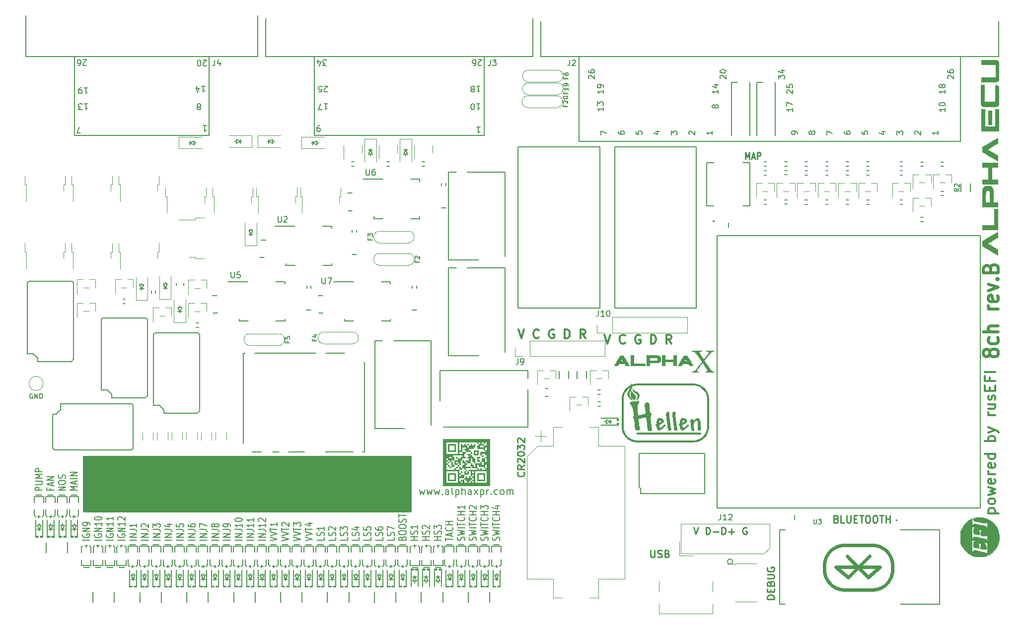
<source format=gto>
G04 #@! TF.GenerationSoftware,KiCad,Pcbnew,7.0.7-7.0.7~ubuntu22.04.1*
G04 #@! TF.CreationDate,2023-09-10T12:59:51+00:00*
G04 #@! TF.ProjectId,alphax_8ch,616c7068-6178-45f3-9863-682e6b696361,b*
G04 #@! TF.SameCoordinates,PX143caa0PY5f592e0*
G04 #@! TF.FileFunction,Legend,Top*
G04 #@! TF.FilePolarity,Positive*
%FSLAX46Y46*%
G04 Gerber Fmt 4.6, Leading zero omitted, Abs format (unit mm)*
G04 Created by KiCad (PCBNEW 7.0.7-7.0.7~ubuntu22.04.1) date 2023-09-10 12:59:51*
%MOMM*%
%LPD*%
G01*
G04 APERTURE LIST*
%ADD10C,0.250000*%
%ADD11C,0.300000*%
%ADD12C,0.500000*%
%ADD13C,0.350000*%
%ADD14C,0.200000*%
%ADD15C,0.170000*%
%ADD16C,0.150000*%
%ADD17C,0.127000*%
%ADD18C,0.203200*%
%ADD19C,0.120000*%
%ADD20C,0.631031*%
%ADD21C,0.002540*%
G04 APERTURE END LIST*
D10*
X10580000Y27080000D02*
X66380000Y27080000D01*
X66380000Y17680000D01*
X10580000Y17680000D01*
X10580000Y27080000D01*
G36*
X10580000Y27080000D02*
G01*
X66380000Y27080000D01*
X66380000Y17680000D01*
X10580000Y17680000D01*
X10580000Y27080000D01*
G37*
D11*
X99394286Y47801672D02*
X99894286Y46301672D01*
X99894286Y46301672D02*
X100394286Y47801672D01*
X102894285Y46444529D02*
X102822857Y46373100D01*
X102822857Y46373100D02*
X102608571Y46301672D01*
X102608571Y46301672D02*
X102465714Y46301672D01*
X102465714Y46301672D02*
X102251428Y46373100D01*
X102251428Y46373100D02*
X102108571Y46515958D01*
X102108571Y46515958D02*
X102037142Y46658815D01*
X102037142Y46658815D02*
X101965714Y46944529D01*
X101965714Y46944529D02*
X101965714Y47158815D01*
X101965714Y47158815D02*
X102037142Y47444529D01*
X102037142Y47444529D02*
X102108571Y47587386D01*
X102108571Y47587386D02*
X102251428Y47730243D01*
X102251428Y47730243D02*
X102465714Y47801672D01*
X102465714Y47801672D02*
X102608571Y47801672D01*
X102608571Y47801672D02*
X102822857Y47730243D01*
X102822857Y47730243D02*
X102894285Y47658815D01*
X105465714Y47730243D02*
X105322857Y47801672D01*
X105322857Y47801672D02*
X105108571Y47801672D01*
X105108571Y47801672D02*
X104894285Y47730243D01*
X104894285Y47730243D02*
X104751428Y47587386D01*
X104751428Y47587386D02*
X104679999Y47444529D01*
X104679999Y47444529D02*
X104608571Y47158815D01*
X104608571Y47158815D02*
X104608571Y46944529D01*
X104608571Y46944529D02*
X104679999Y46658815D01*
X104679999Y46658815D02*
X104751428Y46515958D01*
X104751428Y46515958D02*
X104894285Y46373100D01*
X104894285Y46373100D02*
X105108571Y46301672D01*
X105108571Y46301672D02*
X105251428Y46301672D01*
X105251428Y46301672D02*
X105465714Y46373100D01*
X105465714Y46373100D02*
X105537142Y46444529D01*
X105537142Y46444529D02*
X105537142Y46944529D01*
X105537142Y46944529D02*
X105251428Y46944529D01*
X107322856Y46301672D02*
X107322856Y47801672D01*
X107322856Y47801672D02*
X107679999Y47801672D01*
X107679999Y47801672D02*
X107894285Y47730243D01*
X107894285Y47730243D02*
X108037142Y47587386D01*
X108037142Y47587386D02*
X108108571Y47444529D01*
X108108571Y47444529D02*
X108179999Y47158815D01*
X108179999Y47158815D02*
X108179999Y46944529D01*
X108179999Y46944529D02*
X108108571Y46658815D01*
X108108571Y46658815D02*
X108037142Y46515958D01*
X108037142Y46515958D02*
X107894285Y46373100D01*
X107894285Y46373100D02*
X107679999Y46301672D01*
X107679999Y46301672D02*
X107322856Y46301672D01*
X110822856Y46301672D02*
X110322856Y47015958D01*
X109965713Y46301672D02*
X109965713Y47801672D01*
X109965713Y47801672D02*
X110537142Y47801672D01*
X110537142Y47801672D02*
X110679999Y47730243D01*
X110679999Y47730243D02*
X110751428Y47658815D01*
X110751428Y47658815D02*
X110822856Y47515958D01*
X110822856Y47515958D02*
X110822856Y47301672D01*
X110822856Y47301672D02*
X110751428Y47158815D01*
X110751428Y47158815D02*
X110679999Y47087386D01*
X110679999Y47087386D02*
X110537142Y47015958D01*
X110537142Y47015958D02*
X109965713Y47015958D01*
D10*
X114580000Y14937858D02*
X114980000Y13737858D01*
X114980000Y13737858D02*
X115380000Y14937858D01*
X116694286Y13737858D02*
X116694286Y14937858D01*
X116694286Y14937858D02*
X116980000Y14937858D01*
X116980000Y14937858D02*
X117151429Y14880715D01*
X117151429Y14880715D02*
X117265714Y14766429D01*
X117265714Y14766429D02*
X117322857Y14652143D01*
X117322857Y14652143D02*
X117380000Y14423572D01*
X117380000Y14423572D02*
X117380000Y14252143D01*
X117380000Y14252143D02*
X117322857Y14023572D01*
X117322857Y14023572D02*
X117265714Y13909286D01*
X117265714Y13909286D02*
X117151429Y13795000D01*
X117151429Y13795000D02*
X116980000Y13737858D01*
X116980000Y13737858D02*
X116694286Y13737858D01*
X117894286Y14195000D02*
X118808572Y14195000D01*
X119380000Y13737858D02*
X119380000Y14937858D01*
X119380000Y14937858D02*
X119665714Y14937858D01*
X119665714Y14937858D02*
X119837143Y14880715D01*
X119837143Y14880715D02*
X119951428Y14766429D01*
X119951428Y14766429D02*
X120008571Y14652143D01*
X120008571Y14652143D02*
X120065714Y14423572D01*
X120065714Y14423572D02*
X120065714Y14252143D01*
X120065714Y14252143D02*
X120008571Y14023572D01*
X120008571Y14023572D02*
X119951428Y13909286D01*
X119951428Y13909286D02*
X119837143Y13795000D01*
X119837143Y13795000D02*
X119665714Y13737858D01*
X119665714Y13737858D02*
X119380000Y13737858D01*
X120580000Y14195000D02*
X121494286Y14195000D01*
X121037143Y13737858D02*
X121037143Y14652143D01*
X123608571Y14880715D02*
X123494286Y14937858D01*
X123494286Y14937858D02*
X123322857Y14937858D01*
X123322857Y14937858D02*
X123151428Y14880715D01*
X123151428Y14880715D02*
X123037143Y14766429D01*
X123037143Y14766429D02*
X122980000Y14652143D01*
X122980000Y14652143D02*
X122922857Y14423572D01*
X122922857Y14423572D02*
X122922857Y14252143D01*
X122922857Y14252143D02*
X122980000Y14023572D01*
X122980000Y14023572D02*
X123037143Y13909286D01*
X123037143Y13909286D02*
X123151428Y13795000D01*
X123151428Y13795000D02*
X123322857Y13737858D01*
X123322857Y13737858D02*
X123437143Y13737858D01*
X123437143Y13737858D02*
X123608571Y13795000D01*
X123608571Y13795000D02*
X123665714Y13852143D01*
X123665714Y13852143D02*
X123665714Y14252143D01*
X123665714Y14252143D02*
X123437143Y14252143D01*
D12*
X165081976Y44485138D02*
X164962928Y44266090D01*
X164962928Y44266090D02*
X164843880Y44156567D01*
X164843880Y44156567D02*
X164605785Y44047043D01*
X164605785Y44047043D02*
X164486738Y44047043D01*
X164486738Y44047043D02*
X164248642Y44156567D01*
X164248642Y44156567D02*
X164129595Y44266090D01*
X164129595Y44266090D02*
X164010547Y44485138D01*
X164010547Y44485138D02*
X164010547Y44923233D01*
X164010547Y44923233D02*
X164129595Y45142281D01*
X164129595Y45142281D02*
X164248642Y45251805D01*
X164248642Y45251805D02*
X164486738Y45361328D01*
X164486738Y45361328D02*
X164605785Y45361328D01*
X164605785Y45361328D02*
X164843880Y45251805D01*
X164843880Y45251805D02*
X164962928Y45142281D01*
X164962928Y45142281D02*
X165081976Y44923233D01*
X165081976Y44923233D02*
X165081976Y44485138D01*
X165081976Y44485138D02*
X165201023Y44266090D01*
X165201023Y44266090D02*
X165320071Y44156567D01*
X165320071Y44156567D02*
X165558166Y44047043D01*
X165558166Y44047043D02*
X166034357Y44047043D01*
X166034357Y44047043D02*
X166272452Y44156567D01*
X166272452Y44156567D02*
X166391500Y44266090D01*
X166391500Y44266090D02*
X166510547Y44485138D01*
X166510547Y44485138D02*
X166510547Y44923233D01*
X166510547Y44923233D02*
X166391500Y45142281D01*
X166391500Y45142281D02*
X166272452Y45251805D01*
X166272452Y45251805D02*
X166034357Y45361328D01*
X166034357Y45361328D02*
X165558166Y45361328D01*
X165558166Y45361328D02*
X165320071Y45251805D01*
X165320071Y45251805D02*
X165201023Y45142281D01*
X165201023Y45142281D02*
X165081976Y44923233D01*
X166391500Y47332757D02*
X166510547Y47113709D01*
X166510547Y47113709D02*
X166510547Y46675614D01*
X166510547Y46675614D02*
X166391500Y46456566D01*
X166391500Y46456566D02*
X166272452Y46347043D01*
X166272452Y46347043D02*
X166034357Y46237519D01*
X166034357Y46237519D02*
X165320071Y46237519D01*
X165320071Y46237519D02*
X165081976Y46347043D01*
X165081976Y46347043D02*
X164962928Y46456566D01*
X164962928Y46456566D02*
X164843880Y46675614D01*
X164843880Y46675614D02*
X164843880Y47113709D01*
X164843880Y47113709D02*
X164962928Y47332757D01*
X166510547Y48318472D02*
X164010547Y48318472D01*
X166510547Y49304186D02*
X165201023Y49304186D01*
X165201023Y49304186D02*
X164962928Y49194662D01*
X164962928Y49194662D02*
X164843880Y48975614D01*
X164843880Y48975614D02*
X164843880Y48647043D01*
X164843880Y48647043D02*
X164962928Y48427995D01*
X164962928Y48427995D02*
X165081976Y48318472D01*
X166510547Y52151805D02*
X164843880Y52151805D01*
X165320071Y52151805D02*
X165081976Y52261328D01*
X165081976Y52261328D02*
X164962928Y52370852D01*
X164962928Y52370852D02*
X164843880Y52589900D01*
X164843880Y52589900D02*
X164843880Y52808947D01*
X166391500Y54451805D02*
X166510547Y54232757D01*
X166510547Y54232757D02*
X166510547Y53794662D01*
X166510547Y53794662D02*
X166391500Y53575615D01*
X166391500Y53575615D02*
X166153404Y53466091D01*
X166153404Y53466091D02*
X165201023Y53466091D01*
X165201023Y53466091D02*
X164962928Y53575615D01*
X164962928Y53575615D02*
X164843880Y53794662D01*
X164843880Y53794662D02*
X164843880Y54232757D01*
X164843880Y54232757D02*
X164962928Y54451805D01*
X164962928Y54451805D02*
X165201023Y54561329D01*
X165201023Y54561329D02*
X165439119Y54561329D01*
X165439119Y54561329D02*
X165677214Y53466091D01*
X164843880Y55327996D02*
X166510547Y55875615D01*
X166510547Y55875615D02*
X164843880Y56423234D01*
X166272452Y57299425D02*
X166391500Y57408948D01*
X166391500Y57408948D02*
X166510547Y57299425D01*
X166510547Y57299425D02*
X166391500Y57189901D01*
X166391500Y57189901D02*
X166272452Y57299425D01*
X166272452Y57299425D02*
X166510547Y57299425D01*
X165201023Y59161329D02*
X165320071Y59489901D01*
X165320071Y59489901D02*
X165439119Y59599424D01*
X165439119Y59599424D02*
X165677214Y59708948D01*
X165677214Y59708948D02*
X166034357Y59708948D01*
X166034357Y59708948D02*
X166272452Y59599424D01*
X166272452Y59599424D02*
X166391500Y59489901D01*
X166391500Y59489901D02*
X166510547Y59270853D01*
X166510547Y59270853D02*
X166510547Y58394663D01*
X166510547Y58394663D02*
X164010547Y58394663D01*
X164010547Y58394663D02*
X164010547Y59161329D01*
X164010547Y59161329D02*
X164129595Y59380377D01*
X164129595Y59380377D02*
X164248642Y59489901D01*
X164248642Y59489901D02*
X164486738Y59599424D01*
X164486738Y59599424D02*
X164724833Y59599424D01*
X164724833Y59599424D02*
X164962928Y59489901D01*
X164962928Y59489901D02*
X165081976Y59380377D01*
X165081976Y59380377D02*
X165201023Y59161329D01*
X165201023Y59161329D02*
X165201023Y58394663D01*
D11*
X84694286Y48701672D02*
X85194286Y47201672D01*
X85194286Y47201672D02*
X85694286Y48701672D01*
X88194285Y47344529D02*
X88122857Y47273100D01*
X88122857Y47273100D02*
X87908571Y47201672D01*
X87908571Y47201672D02*
X87765714Y47201672D01*
X87765714Y47201672D02*
X87551428Y47273100D01*
X87551428Y47273100D02*
X87408571Y47415958D01*
X87408571Y47415958D02*
X87337142Y47558815D01*
X87337142Y47558815D02*
X87265714Y47844529D01*
X87265714Y47844529D02*
X87265714Y48058815D01*
X87265714Y48058815D02*
X87337142Y48344529D01*
X87337142Y48344529D02*
X87408571Y48487386D01*
X87408571Y48487386D02*
X87551428Y48630243D01*
X87551428Y48630243D02*
X87765714Y48701672D01*
X87765714Y48701672D02*
X87908571Y48701672D01*
X87908571Y48701672D02*
X88122857Y48630243D01*
X88122857Y48630243D02*
X88194285Y48558815D01*
X90765714Y48630243D02*
X90622857Y48701672D01*
X90622857Y48701672D02*
X90408571Y48701672D01*
X90408571Y48701672D02*
X90194285Y48630243D01*
X90194285Y48630243D02*
X90051428Y48487386D01*
X90051428Y48487386D02*
X89979999Y48344529D01*
X89979999Y48344529D02*
X89908571Y48058815D01*
X89908571Y48058815D02*
X89908571Y47844529D01*
X89908571Y47844529D02*
X89979999Y47558815D01*
X89979999Y47558815D02*
X90051428Y47415958D01*
X90051428Y47415958D02*
X90194285Y47273100D01*
X90194285Y47273100D02*
X90408571Y47201672D01*
X90408571Y47201672D02*
X90551428Y47201672D01*
X90551428Y47201672D02*
X90765714Y47273100D01*
X90765714Y47273100D02*
X90837142Y47344529D01*
X90837142Y47344529D02*
X90837142Y47844529D01*
X90837142Y47844529D02*
X90551428Y47844529D01*
X92622856Y47201672D02*
X92622856Y48701672D01*
X92622856Y48701672D02*
X92979999Y48701672D01*
X92979999Y48701672D02*
X93194285Y48630243D01*
X93194285Y48630243D02*
X93337142Y48487386D01*
X93337142Y48487386D02*
X93408571Y48344529D01*
X93408571Y48344529D02*
X93479999Y48058815D01*
X93479999Y48058815D02*
X93479999Y47844529D01*
X93479999Y47844529D02*
X93408571Y47558815D01*
X93408571Y47558815D02*
X93337142Y47415958D01*
X93337142Y47415958D02*
X93194285Y47273100D01*
X93194285Y47273100D02*
X92979999Y47201672D01*
X92979999Y47201672D02*
X92622856Y47201672D01*
X96122856Y47201672D02*
X95622856Y47915958D01*
X95265713Y47201672D02*
X95265713Y48701672D01*
X95265713Y48701672D02*
X95837142Y48701672D01*
X95837142Y48701672D02*
X95979999Y48630243D01*
X95979999Y48630243D02*
X96051428Y48558815D01*
X96051428Y48558815D02*
X96122856Y48415958D01*
X96122856Y48415958D02*
X96122856Y48201672D01*
X96122856Y48201672D02*
X96051428Y48058815D01*
X96051428Y48058815D02*
X95979999Y47987386D01*
X95979999Y47987386D02*
X95837142Y47915958D01*
X95837142Y47915958D02*
X95265713Y47915958D01*
D13*
X164794514Y17338835D02*
X166594514Y17338835D01*
X164880228Y17338835D02*
X164794514Y17510263D01*
X164794514Y17510263D02*
X164794514Y17853121D01*
X164794514Y17853121D02*
X164880228Y18024549D01*
X164880228Y18024549D02*
X164965942Y18110263D01*
X164965942Y18110263D02*
X165137371Y18195978D01*
X165137371Y18195978D02*
X165651657Y18195978D01*
X165651657Y18195978D02*
X165823085Y18110263D01*
X165823085Y18110263D02*
X165908800Y18024549D01*
X165908800Y18024549D02*
X165994514Y17853121D01*
X165994514Y17853121D02*
X165994514Y17510263D01*
X165994514Y17510263D02*
X165908800Y17338835D01*
X165994514Y19224549D02*
X165908800Y19053120D01*
X165908800Y19053120D02*
X165823085Y18967406D01*
X165823085Y18967406D02*
X165651657Y18881692D01*
X165651657Y18881692D02*
X165137371Y18881692D01*
X165137371Y18881692D02*
X164965942Y18967406D01*
X164965942Y18967406D02*
X164880228Y19053120D01*
X164880228Y19053120D02*
X164794514Y19224549D01*
X164794514Y19224549D02*
X164794514Y19481692D01*
X164794514Y19481692D02*
X164880228Y19653120D01*
X164880228Y19653120D02*
X164965942Y19738834D01*
X164965942Y19738834D02*
X165137371Y19824549D01*
X165137371Y19824549D02*
X165651657Y19824549D01*
X165651657Y19824549D02*
X165823085Y19738834D01*
X165823085Y19738834D02*
X165908800Y19653120D01*
X165908800Y19653120D02*
X165994514Y19481692D01*
X165994514Y19481692D02*
X165994514Y19224549D01*
X164794514Y20424548D02*
X165994514Y20767405D01*
X165994514Y20767405D02*
X165137371Y21110263D01*
X165137371Y21110263D02*
X165994514Y21453120D01*
X165994514Y21453120D02*
X164794514Y21795977D01*
X165908800Y23167405D02*
X165994514Y22995977D01*
X165994514Y22995977D02*
X165994514Y22653119D01*
X165994514Y22653119D02*
X165908800Y22481691D01*
X165908800Y22481691D02*
X165737371Y22395977D01*
X165737371Y22395977D02*
X165051657Y22395977D01*
X165051657Y22395977D02*
X164880228Y22481691D01*
X164880228Y22481691D02*
X164794514Y22653119D01*
X164794514Y22653119D02*
X164794514Y22995977D01*
X164794514Y22995977D02*
X164880228Y23167405D01*
X164880228Y23167405D02*
X165051657Y23253119D01*
X165051657Y23253119D02*
X165223085Y23253119D01*
X165223085Y23253119D02*
X165394514Y22395977D01*
X165994514Y24024548D02*
X164794514Y24024548D01*
X165137371Y24024548D02*
X164965942Y24110262D01*
X164965942Y24110262D02*
X164880228Y24195976D01*
X164880228Y24195976D02*
X164794514Y24367405D01*
X164794514Y24367405D02*
X164794514Y24538834D01*
X165908800Y25824548D02*
X165994514Y25653120D01*
X165994514Y25653120D02*
X165994514Y25310262D01*
X165994514Y25310262D02*
X165908800Y25138834D01*
X165908800Y25138834D02*
X165737371Y25053120D01*
X165737371Y25053120D02*
X165051657Y25053120D01*
X165051657Y25053120D02*
X164880228Y25138834D01*
X164880228Y25138834D02*
X164794514Y25310262D01*
X164794514Y25310262D02*
X164794514Y25653120D01*
X164794514Y25653120D02*
X164880228Y25824548D01*
X164880228Y25824548D02*
X165051657Y25910262D01*
X165051657Y25910262D02*
X165223085Y25910262D01*
X165223085Y25910262D02*
X165394514Y25053120D01*
X165994514Y27453119D02*
X164194514Y27453119D01*
X165908800Y27453119D02*
X165994514Y27281691D01*
X165994514Y27281691D02*
X165994514Y26938834D01*
X165994514Y26938834D02*
X165908800Y26767405D01*
X165908800Y26767405D02*
X165823085Y26681691D01*
X165823085Y26681691D02*
X165651657Y26595977D01*
X165651657Y26595977D02*
X165137371Y26595977D01*
X165137371Y26595977D02*
X164965942Y26681691D01*
X164965942Y26681691D02*
X164880228Y26767405D01*
X164880228Y26767405D02*
X164794514Y26938834D01*
X164794514Y26938834D02*
X164794514Y27281691D01*
X164794514Y27281691D02*
X164880228Y27453119D01*
X165994514Y29681691D02*
X164194514Y29681691D01*
X164880228Y29681691D02*
X164794514Y29853119D01*
X164794514Y29853119D02*
X164794514Y30195977D01*
X164794514Y30195977D02*
X164880228Y30367405D01*
X164880228Y30367405D02*
X164965942Y30453119D01*
X164965942Y30453119D02*
X165137371Y30538834D01*
X165137371Y30538834D02*
X165651657Y30538834D01*
X165651657Y30538834D02*
X165823085Y30453119D01*
X165823085Y30453119D02*
X165908800Y30367405D01*
X165908800Y30367405D02*
X165994514Y30195977D01*
X165994514Y30195977D02*
X165994514Y29853119D01*
X165994514Y29853119D02*
X165908800Y29681691D01*
X164794514Y31138833D02*
X165994514Y31567405D01*
X164794514Y31995976D02*
X165994514Y31567405D01*
X165994514Y31567405D02*
X166423085Y31395976D01*
X166423085Y31395976D02*
X166508800Y31310262D01*
X166508800Y31310262D02*
X166594514Y31138833D01*
X165994514Y34053120D02*
X164794514Y34053120D01*
X165137371Y34053120D02*
X164965942Y34138834D01*
X164965942Y34138834D02*
X164880228Y34224548D01*
X164880228Y34224548D02*
X164794514Y34395977D01*
X164794514Y34395977D02*
X164794514Y34567406D01*
X164794514Y35938834D02*
X165994514Y35938834D01*
X164794514Y35167406D02*
X165737371Y35167406D01*
X165737371Y35167406D02*
X165908800Y35253120D01*
X165908800Y35253120D02*
X165994514Y35424549D01*
X165994514Y35424549D02*
X165994514Y35681692D01*
X165994514Y35681692D02*
X165908800Y35853120D01*
X165908800Y35853120D02*
X165823085Y35938834D01*
X165908800Y36710263D02*
X165994514Y36881691D01*
X165994514Y36881691D02*
X165994514Y37224548D01*
X165994514Y37224548D02*
X165908800Y37395977D01*
X165908800Y37395977D02*
X165737371Y37481691D01*
X165737371Y37481691D02*
X165651657Y37481691D01*
X165651657Y37481691D02*
X165480228Y37395977D01*
X165480228Y37395977D02*
X165394514Y37224548D01*
X165394514Y37224548D02*
X165394514Y36967405D01*
X165394514Y36967405D02*
X165308800Y36795977D01*
X165308800Y36795977D02*
X165137371Y36710263D01*
X165137371Y36710263D02*
X165051657Y36710263D01*
X165051657Y36710263D02*
X164880228Y36795977D01*
X164880228Y36795977D02*
X164794514Y36967405D01*
X164794514Y36967405D02*
X164794514Y37224548D01*
X164794514Y37224548D02*
X164880228Y37395977D01*
X165051657Y38253120D02*
X165051657Y38853120D01*
X165994514Y39110263D02*
X165994514Y38253120D01*
X165994514Y38253120D02*
X164194514Y38253120D01*
X164194514Y38253120D02*
X164194514Y39110263D01*
X165051657Y40481691D02*
X165051657Y39881691D01*
X165994514Y39881691D02*
X164194514Y39881691D01*
X164194514Y39881691D02*
X164194514Y40738834D01*
X165994514Y41424548D02*
X164194514Y41424548D01*
D14*
X11668647Y12749674D02*
X10428647Y12749674D01*
X10487695Y13749673D02*
X10428647Y13654435D01*
X10428647Y13654435D02*
X10428647Y13511578D01*
X10428647Y13511578D02*
X10487695Y13368721D01*
X10487695Y13368721D02*
X10605790Y13273483D01*
X10605790Y13273483D02*
X10723885Y13225864D01*
X10723885Y13225864D02*
X10960076Y13178245D01*
X10960076Y13178245D02*
X11137219Y13178245D01*
X11137219Y13178245D02*
X11373409Y13225864D01*
X11373409Y13225864D02*
X11491504Y13273483D01*
X11491504Y13273483D02*
X11609600Y13368721D01*
X11609600Y13368721D02*
X11668647Y13511578D01*
X11668647Y13511578D02*
X11668647Y13606816D01*
X11668647Y13606816D02*
X11609600Y13749673D01*
X11609600Y13749673D02*
X11550552Y13797292D01*
X11550552Y13797292D02*
X11137219Y13797292D01*
X11137219Y13797292D02*
X11137219Y13606816D01*
X11668647Y14225864D02*
X10428647Y14225864D01*
X10428647Y14225864D02*
X11668647Y14797292D01*
X11668647Y14797292D02*
X10428647Y14797292D01*
X11668647Y15321102D02*
X11668647Y15511578D01*
X11668647Y15511578D02*
X11609600Y15606816D01*
X11609600Y15606816D02*
X11550552Y15654435D01*
X11550552Y15654435D02*
X11373409Y15749673D01*
X11373409Y15749673D02*
X11137219Y15797292D01*
X11137219Y15797292D02*
X10664838Y15797292D01*
X10664838Y15797292D02*
X10546742Y15749673D01*
X10546742Y15749673D02*
X10487695Y15702054D01*
X10487695Y15702054D02*
X10428647Y15606816D01*
X10428647Y15606816D02*
X10428647Y15416340D01*
X10428647Y15416340D02*
X10487695Y15321102D01*
X10487695Y15321102D02*
X10546742Y15273483D01*
X10546742Y15273483D02*
X10664838Y15225864D01*
X10664838Y15225864D02*
X10960076Y15225864D01*
X10960076Y15225864D02*
X11078171Y15273483D01*
X11078171Y15273483D02*
X11137219Y15321102D01*
X11137219Y15321102D02*
X11196266Y15416340D01*
X11196266Y15416340D02*
X11196266Y15606816D01*
X11196266Y15606816D02*
X11137219Y15702054D01*
X11137219Y15702054D02*
X11078171Y15749673D01*
X11078171Y15749673D02*
X10960076Y15797292D01*
X13665047Y12749674D02*
X12425047Y12749674D01*
X12484095Y13749673D02*
X12425047Y13654435D01*
X12425047Y13654435D02*
X12425047Y13511578D01*
X12425047Y13511578D02*
X12484095Y13368721D01*
X12484095Y13368721D02*
X12602190Y13273483D01*
X12602190Y13273483D02*
X12720285Y13225864D01*
X12720285Y13225864D02*
X12956476Y13178245D01*
X12956476Y13178245D02*
X13133619Y13178245D01*
X13133619Y13178245D02*
X13369809Y13225864D01*
X13369809Y13225864D02*
X13487904Y13273483D01*
X13487904Y13273483D02*
X13606000Y13368721D01*
X13606000Y13368721D02*
X13665047Y13511578D01*
X13665047Y13511578D02*
X13665047Y13606816D01*
X13665047Y13606816D02*
X13606000Y13749673D01*
X13606000Y13749673D02*
X13546952Y13797292D01*
X13546952Y13797292D02*
X13133619Y13797292D01*
X13133619Y13797292D02*
X13133619Y13606816D01*
X13665047Y14225864D02*
X12425047Y14225864D01*
X12425047Y14225864D02*
X13665047Y14797292D01*
X13665047Y14797292D02*
X12425047Y14797292D01*
X13665047Y15797292D02*
X13665047Y15225864D01*
X13665047Y15511578D02*
X12425047Y15511578D01*
X12425047Y15511578D02*
X12602190Y15416340D01*
X12602190Y15416340D02*
X12720285Y15321102D01*
X12720285Y15321102D02*
X12779333Y15225864D01*
X12425047Y16416340D02*
X12425047Y16511578D01*
X12425047Y16511578D02*
X12484095Y16606816D01*
X12484095Y16606816D02*
X12543142Y16654435D01*
X12543142Y16654435D02*
X12661238Y16702054D01*
X12661238Y16702054D02*
X12897428Y16749673D01*
X12897428Y16749673D02*
X13192666Y16749673D01*
X13192666Y16749673D02*
X13428857Y16702054D01*
X13428857Y16702054D02*
X13546952Y16654435D01*
X13546952Y16654435D02*
X13606000Y16606816D01*
X13606000Y16606816D02*
X13665047Y16511578D01*
X13665047Y16511578D02*
X13665047Y16416340D01*
X13665047Y16416340D02*
X13606000Y16321102D01*
X13606000Y16321102D02*
X13546952Y16273483D01*
X13546952Y16273483D02*
X13428857Y16225864D01*
X13428857Y16225864D02*
X13192666Y16178245D01*
X13192666Y16178245D02*
X12897428Y16178245D01*
X12897428Y16178245D02*
X12661238Y16225864D01*
X12661238Y16225864D02*
X12543142Y16273483D01*
X12543142Y16273483D02*
X12484095Y16321102D01*
X12484095Y16321102D02*
X12425047Y16416340D01*
X15661447Y12749674D02*
X14421447Y12749674D01*
X14480495Y13749673D02*
X14421447Y13654435D01*
X14421447Y13654435D02*
X14421447Y13511578D01*
X14421447Y13511578D02*
X14480495Y13368721D01*
X14480495Y13368721D02*
X14598590Y13273483D01*
X14598590Y13273483D02*
X14716685Y13225864D01*
X14716685Y13225864D02*
X14952876Y13178245D01*
X14952876Y13178245D02*
X15130019Y13178245D01*
X15130019Y13178245D02*
X15366209Y13225864D01*
X15366209Y13225864D02*
X15484304Y13273483D01*
X15484304Y13273483D02*
X15602400Y13368721D01*
X15602400Y13368721D02*
X15661447Y13511578D01*
X15661447Y13511578D02*
X15661447Y13606816D01*
X15661447Y13606816D02*
X15602400Y13749673D01*
X15602400Y13749673D02*
X15543352Y13797292D01*
X15543352Y13797292D02*
X15130019Y13797292D01*
X15130019Y13797292D02*
X15130019Y13606816D01*
X15661447Y14225864D02*
X14421447Y14225864D01*
X14421447Y14225864D02*
X15661447Y14797292D01*
X15661447Y14797292D02*
X14421447Y14797292D01*
X15661447Y15797292D02*
X15661447Y15225864D01*
X15661447Y15511578D02*
X14421447Y15511578D01*
X14421447Y15511578D02*
X14598590Y15416340D01*
X14598590Y15416340D02*
X14716685Y15321102D01*
X14716685Y15321102D02*
X14775733Y15225864D01*
X15661447Y16749673D02*
X15661447Y16178245D01*
X15661447Y16463959D02*
X14421447Y16463959D01*
X14421447Y16463959D02*
X14598590Y16368721D01*
X14598590Y16368721D02*
X14716685Y16273483D01*
X14716685Y16273483D02*
X14775733Y16178245D01*
X17657847Y12749674D02*
X16417847Y12749674D01*
X16476895Y13749673D02*
X16417847Y13654435D01*
X16417847Y13654435D02*
X16417847Y13511578D01*
X16417847Y13511578D02*
X16476895Y13368721D01*
X16476895Y13368721D02*
X16594990Y13273483D01*
X16594990Y13273483D02*
X16713085Y13225864D01*
X16713085Y13225864D02*
X16949276Y13178245D01*
X16949276Y13178245D02*
X17126419Y13178245D01*
X17126419Y13178245D02*
X17362609Y13225864D01*
X17362609Y13225864D02*
X17480704Y13273483D01*
X17480704Y13273483D02*
X17598800Y13368721D01*
X17598800Y13368721D02*
X17657847Y13511578D01*
X17657847Y13511578D02*
X17657847Y13606816D01*
X17657847Y13606816D02*
X17598800Y13749673D01*
X17598800Y13749673D02*
X17539752Y13797292D01*
X17539752Y13797292D02*
X17126419Y13797292D01*
X17126419Y13797292D02*
X17126419Y13606816D01*
X17657847Y14225864D02*
X16417847Y14225864D01*
X16417847Y14225864D02*
X17657847Y14797292D01*
X17657847Y14797292D02*
X16417847Y14797292D01*
X17657847Y15797292D02*
X17657847Y15225864D01*
X17657847Y15511578D02*
X16417847Y15511578D01*
X16417847Y15511578D02*
X16594990Y15416340D01*
X16594990Y15416340D02*
X16713085Y15321102D01*
X16713085Y15321102D02*
X16772133Y15225864D01*
X16535942Y16178245D02*
X16476895Y16225864D01*
X16476895Y16225864D02*
X16417847Y16321102D01*
X16417847Y16321102D02*
X16417847Y16559197D01*
X16417847Y16559197D02*
X16476895Y16654435D01*
X16476895Y16654435D02*
X16535942Y16702054D01*
X16535942Y16702054D02*
X16654038Y16749673D01*
X16654038Y16749673D02*
X16772133Y16749673D01*
X16772133Y16749673D02*
X16949276Y16702054D01*
X16949276Y16702054D02*
X17657847Y16130626D01*
X17657847Y16130626D02*
X17657847Y16749673D01*
X19654247Y12749674D02*
X18414247Y12749674D01*
X19654247Y13225864D02*
X18414247Y13225864D01*
X18414247Y13225864D02*
X19654247Y13797292D01*
X19654247Y13797292D02*
X18414247Y13797292D01*
X18414247Y14559197D02*
X19299961Y14559197D01*
X19299961Y14559197D02*
X19477104Y14511578D01*
X19477104Y14511578D02*
X19595200Y14416340D01*
X19595200Y14416340D02*
X19654247Y14273483D01*
X19654247Y14273483D02*
X19654247Y14178245D01*
X19654247Y15559197D02*
X19654247Y14987769D01*
X19654247Y15273483D02*
X18414247Y15273483D01*
X18414247Y15273483D02*
X18591390Y15178245D01*
X18591390Y15178245D02*
X18709485Y15083007D01*
X18709485Y15083007D02*
X18768533Y14987769D01*
X21650647Y12749674D02*
X20410647Y12749674D01*
X21650647Y13225864D02*
X20410647Y13225864D01*
X20410647Y13225864D02*
X21650647Y13797292D01*
X21650647Y13797292D02*
X20410647Y13797292D01*
X20410647Y14559197D02*
X21296361Y14559197D01*
X21296361Y14559197D02*
X21473504Y14511578D01*
X21473504Y14511578D02*
X21591600Y14416340D01*
X21591600Y14416340D02*
X21650647Y14273483D01*
X21650647Y14273483D02*
X21650647Y14178245D01*
X20528742Y14987769D02*
X20469695Y15035388D01*
X20469695Y15035388D02*
X20410647Y15130626D01*
X20410647Y15130626D02*
X20410647Y15368721D01*
X20410647Y15368721D02*
X20469695Y15463959D01*
X20469695Y15463959D02*
X20528742Y15511578D01*
X20528742Y15511578D02*
X20646838Y15559197D01*
X20646838Y15559197D02*
X20764933Y15559197D01*
X20764933Y15559197D02*
X20942076Y15511578D01*
X20942076Y15511578D02*
X21650647Y14940150D01*
X21650647Y14940150D02*
X21650647Y15559197D01*
X23647047Y12749674D02*
X22407047Y12749674D01*
X23647047Y13225864D02*
X22407047Y13225864D01*
X22407047Y13225864D02*
X23647047Y13797292D01*
X23647047Y13797292D02*
X22407047Y13797292D01*
X22407047Y14559197D02*
X23292761Y14559197D01*
X23292761Y14559197D02*
X23469904Y14511578D01*
X23469904Y14511578D02*
X23588000Y14416340D01*
X23588000Y14416340D02*
X23647047Y14273483D01*
X23647047Y14273483D02*
X23647047Y14178245D01*
X22407047Y14940150D02*
X22407047Y15559197D01*
X22407047Y15559197D02*
X22879428Y15225864D01*
X22879428Y15225864D02*
X22879428Y15368721D01*
X22879428Y15368721D02*
X22938476Y15463959D01*
X22938476Y15463959D02*
X22997523Y15511578D01*
X22997523Y15511578D02*
X23115619Y15559197D01*
X23115619Y15559197D02*
X23410857Y15559197D01*
X23410857Y15559197D02*
X23528952Y15511578D01*
X23528952Y15511578D02*
X23588000Y15463959D01*
X23588000Y15463959D02*
X23647047Y15368721D01*
X23647047Y15368721D02*
X23647047Y15083007D01*
X23647047Y15083007D02*
X23588000Y14987769D01*
X23588000Y14987769D02*
X23528952Y14940150D01*
X25643447Y12749674D02*
X24403447Y12749674D01*
X25643447Y13225864D02*
X24403447Y13225864D01*
X24403447Y13225864D02*
X25643447Y13797292D01*
X25643447Y13797292D02*
X24403447Y13797292D01*
X24403447Y14559197D02*
X25289161Y14559197D01*
X25289161Y14559197D02*
X25466304Y14511578D01*
X25466304Y14511578D02*
X25584400Y14416340D01*
X25584400Y14416340D02*
X25643447Y14273483D01*
X25643447Y14273483D02*
X25643447Y14178245D01*
X24816780Y15463959D02*
X25643447Y15463959D01*
X24344400Y15225864D02*
X25230114Y14987769D01*
X25230114Y14987769D02*
X25230114Y15606816D01*
X27639847Y12749674D02*
X26399847Y12749674D01*
X27639847Y13225864D02*
X26399847Y13225864D01*
X26399847Y13225864D02*
X27639847Y13797292D01*
X27639847Y13797292D02*
X26399847Y13797292D01*
X26399847Y14559197D02*
X27285561Y14559197D01*
X27285561Y14559197D02*
X27462704Y14511578D01*
X27462704Y14511578D02*
X27580800Y14416340D01*
X27580800Y14416340D02*
X27639847Y14273483D01*
X27639847Y14273483D02*
X27639847Y14178245D01*
X26399847Y15511578D02*
X26399847Y15035388D01*
X26399847Y15035388D02*
X26990323Y14987769D01*
X26990323Y14987769D02*
X26931276Y15035388D01*
X26931276Y15035388D02*
X26872228Y15130626D01*
X26872228Y15130626D02*
X26872228Y15368721D01*
X26872228Y15368721D02*
X26931276Y15463959D01*
X26931276Y15463959D02*
X26990323Y15511578D01*
X26990323Y15511578D02*
X27108419Y15559197D01*
X27108419Y15559197D02*
X27403657Y15559197D01*
X27403657Y15559197D02*
X27521752Y15511578D01*
X27521752Y15511578D02*
X27580800Y15463959D01*
X27580800Y15463959D02*
X27639847Y15368721D01*
X27639847Y15368721D02*
X27639847Y15130626D01*
X27639847Y15130626D02*
X27580800Y15035388D01*
X27580800Y15035388D02*
X27521752Y14987769D01*
X29636247Y12749674D02*
X28396247Y12749674D01*
X29636247Y13225864D02*
X28396247Y13225864D01*
X28396247Y13225864D02*
X29636247Y13797292D01*
X29636247Y13797292D02*
X28396247Y13797292D01*
X28396247Y14559197D02*
X29281961Y14559197D01*
X29281961Y14559197D02*
X29459104Y14511578D01*
X29459104Y14511578D02*
X29577200Y14416340D01*
X29577200Y14416340D02*
X29636247Y14273483D01*
X29636247Y14273483D02*
X29636247Y14178245D01*
X28396247Y15463959D02*
X28396247Y15273483D01*
X28396247Y15273483D02*
X28455295Y15178245D01*
X28455295Y15178245D02*
X28514342Y15130626D01*
X28514342Y15130626D02*
X28691485Y15035388D01*
X28691485Y15035388D02*
X28927676Y14987769D01*
X28927676Y14987769D02*
X29400057Y14987769D01*
X29400057Y14987769D02*
X29518152Y15035388D01*
X29518152Y15035388D02*
X29577200Y15083007D01*
X29577200Y15083007D02*
X29636247Y15178245D01*
X29636247Y15178245D02*
X29636247Y15368721D01*
X29636247Y15368721D02*
X29577200Y15463959D01*
X29577200Y15463959D02*
X29518152Y15511578D01*
X29518152Y15511578D02*
X29400057Y15559197D01*
X29400057Y15559197D02*
X29104819Y15559197D01*
X29104819Y15559197D02*
X28986723Y15511578D01*
X28986723Y15511578D02*
X28927676Y15463959D01*
X28927676Y15463959D02*
X28868628Y15368721D01*
X28868628Y15368721D02*
X28868628Y15178245D01*
X28868628Y15178245D02*
X28927676Y15083007D01*
X28927676Y15083007D02*
X28986723Y15035388D01*
X28986723Y15035388D02*
X29104819Y14987769D01*
X31632647Y12749674D02*
X30392647Y12749674D01*
X31632647Y13225864D02*
X30392647Y13225864D01*
X30392647Y13225864D02*
X31632647Y13797292D01*
X31632647Y13797292D02*
X30392647Y13797292D01*
X30392647Y14559197D02*
X31278361Y14559197D01*
X31278361Y14559197D02*
X31455504Y14511578D01*
X31455504Y14511578D02*
X31573600Y14416340D01*
X31573600Y14416340D02*
X31632647Y14273483D01*
X31632647Y14273483D02*
X31632647Y14178245D01*
X30392647Y14940150D02*
X30392647Y15606816D01*
X30392647Y15606816D02*
X31632647Y15178245D01*
X33629047Y12749674D02*
X32389047Y12749674D01*
X33629047Y13225864D02*
X32389047Y13225864D01*
X32389047Y13225864D02*
X33629047Y13797292D01*
X33629047Y13797292D02*
X32389047Y13797292D01*
X32389047Y14559197D02*
X33274761Y14559197D01*
X33274761Y14559197D02*
X33451904Y14511578D01*
X33451904Y14511578D02*
X33570000Y14416340D01*
X33570000Y14416340D02*
X33629047Y14273483D01*
X33629047Y14273483D02*
X33629047Y14178245D01*
X32920476Y15178245D02*
X32861428Y15083007D01*
X32861428Y15083007D02*
X32802380Y15035388D01*
X32802380Y15035388D02*
X32684285Y14987769D01*
X32684285Y14987769D02*
X32625238Y14987769D01*
X32625238Y14987769D02*
X32507142Y15035388D01*
X32507142Y15035388D02*
X32448095Y15083007D01*
X32448095Y15083007D02*
X32389047Y15178245D01*
X32389047Y15178245D02*
X32389047Y15368721D01*
X32389047Y15368721D02*
X32448095Y15463959D01*
X32448095Y15463959D02*
X32507142Y15511578D01*
X32507142Y15511578D02*
X32625238Y15559197D01*
X32625238Y15559197D02*
X32684285Y15559197D01*
X32684285Y15559197D02*
X32802380Y15511578D01*
X32802380Y15511578D02*
X32861428Y15463959D01*
X32861428Y15463959D02*
X32920476Y15368721D01*
X32920476Y15368721D02*
X32920476Y15178245D01*
X32920476Y15178245D02*
X32979523Y15083007D01*
X32979523Y15083007D02*
X33038571Y15035388D01*
X33038571Y15035388D02*
X33156666Y14987769D01*
X33156666Y14987769D02*
X33392857Y14987769D01*
X33392857Y14987769D02*
X33510952Y15035388D01*
X33510952Y15035388D02*
X33570000Y15083007D01*
X33570000Y15083007D02*
X33629047Y15178245D01*
X33629047Y15178245D02*
X33629047Y15368721D01*
X33629047Y15368721D02*
X33570000Y15463959D01*
X33570000Y15463959D02*
X33510952Y15511578D01*
X33510952Y15511578D02*
X33392857Y15559197D01*
X33392857Y15559197D02*
X33156666Y15559197D01*
X33156666Y15559197D02*
X33038571Y15511578D01*
X33038571Y15511578D02*
X32979523Y15463959D01*
X32979523Y15463959D02*
X32920476Y15368721D01*
X35625447Y12749674D02*
X34385447Y12749674D01*
X35625447Y13225864D02*
X34385447Y13225864D01*
X34385447Y13225864D02*
X35625447Y13797292D01*
X35625447Y13797292D02*
X34385447Y13797292D01*
X34385447Y14559197D02*
X35271161Y14559197D01*
X35271161Y14559197D02*
X35448304Y14511578D01*
X35448304Y14511578D02*
X35566400Y14416340D01*
X35566400Y14416340D02*
X35625447Y14273483D01*
X35625447Y14273483D02*
X35625447Y14178245D01*
X35625447Y15083007D02*
X35625447Y15273483D01*
X35625447Y15273483D02*
X35566400Y15368721D01*
X35566400Y15368721D02*
X35507352Y15416340D01*
X35507352Y15416340D02*
X35330209Y15511578D01*
X35330209Y15511578D02*
X35094019Y15559197D01*
X35094019Y15559197D02*
X34621638Y15559197D01*
X34621638Y15559197D02*
X34503542Y15511578D01*
X34503542Y15511578D02*
X34444495Y15463959D01*
X34444495Y15463959D02*
X34385447Y15368721D01*
X34385447Y15368721D02*
X34385447Y15178245D01*
X34385447Y15178245D02*
X34444495Y15083007D01*
X34444495Y15083007D02*
X34503542Y15035388D01*
X34503542Y15035388D02*
X34621638Y14987769D01*
X34621638Y14987769D02*
X34916876Y14987769D01*
X34916876Y14987769D02*
X35034971Y15035388D01*
X35034971Y15035388D02*
X35094019Y15083007D01*
X35094019Y15083007D02*
X35153066Y15178245D01*
X35153066Y15178245D02*
X35153066Y15368721D01*
X35153066Y15368721D02*
X35094019Y15463959D01*
X35094019Y15463959D02*
X35034971Y15511578D01*
X35034971Y15511578D02*
X34916876Y15559197D01*
X37621847Y12749674D02*
X36381847Y12749674D01*
X37621847Y13225864D02*
X36381847Y13225864D01*
X36381847Y13225864D02*
X37621847Y13797292D01*
X37621847Y13797292D02*
X36381847Y13797292D01*
X36381847Y14559197D02*
X37267561Y14559197D01*
X37267561Y14559197D02*
X37444704Y14511578D01*
X37444704Y14511578D02*
X37562800Y14416340D01*
X37562800Y14416340D02*
X37621847Y14273483D01*
X37621847Y14273483D02*
X37621847Y14178245D01*
X37621847Y15559197D02*
X37621847Y14987769D01*
X37621847Y15273483D02*
X36381847Y15273483D01*
X36381847Y15273483D02*
X36558990Y15178245D01*
X36558990Y15178245D02*
X36677085Y15083007D01*
X36677085Y15083007D02*
X36736133Y14987769D01*
X36381847Y16178245D02*
X36381847Y16273483D01*
X36381847Y16273483D02*
X36440895Y16368721D01*
X36440895Y16368721D02*
X36499942Y16416340D01*
X36499942Y16416340D02*
X36618038Y16463959D01*
X36618038Y16463959D02*
X36854228Y16511578D01*
X36854228Y16511578D02*
X37149466Y16511578D01*
X37149466Y16511578D02*
X37385657Y16463959D01*
X37385657Y16463959D02*
X37503752Y16416340D01*
X37503752Y16416340D02*
X37562800Y16368721D01*
X37562800Y16368721D02*
X37621847Y16273483D01*
X37621847Y16273483D02*
X37621847Y16178245D01*
X37621847Y16178245D02*
X37562800Y16083007D01*
X37562800Y16083007D02*
X37503752Y16035388D01*
X37503752Y16035388D02*
X37385657Y15987769D01*
X37385657Y15987769D02*
X37149466Y15940150D01*
X37149466Y15940150D02*
X36854228Y15940150D01*
X36854228Y15940150D02*
X36618038Y15987769D01*
X36618038Y15987769D02*
X36499942Y16035388D01*
X36499942Y16035388D02*
X36440895Y16083007D01*
X36440895Y16083007D02*
X36381847Y16178245D01*
X39618247Y12749674D02*
X38378247Y12749674D01*
X39618247Y13225864D02*
X38378247Y13225864D01*
X38378247Y13225864D02*
X39618247Y13797292D01*
X39618247Y13797292D02*
X38378247Y13797292D01*
X38378247Y14559197D02*
X39263961Y14559197D01*
X39263961Y14559197D02*
X39441104Y14511578D01*
X39441104Y14511578D02*
X39559200Y14416340D01*
X39559200Y14416340D02*
X39618247Y14273483D01*
X39618247Y14273483D02*
X39618247Y14178245D01*
X39618247Y15559197D02*
X39618247Y14987769D01*
X39618247Y15273483D02*
X38378247Y15273483D01*
X38378247Y15273483D02*
X38555390Y15178245D01*
X38555390Y15178245D02*
X38673485Y15083007D01*
X38673485Y15083007D02*
X38732533Y14987769D01*
X39618247Y16511578D02*
X39618247Y15940150D01*
X39618247Y16225864D02*
X38378247Y16225864D01*
X38378247Y16225864D02*
X38555390Y16130626D01*
X38555390Y16130626D02*
X38673485Y16035388D01*
X38673485Y16035388D02*
X38732533Y15940150D01*
X41614647Y12749674D02*
X40374647Y12749674D01*
X41614647Y13225864D02*
X40374647Y13225864D01*
X40374647Y13225864D02*
X41614647Y13797292D01*
X41614647Y13797292D02*
X40374647Y13797292D01*
X40374647Y14559197D02*
X41260361Y14559197D01*
X41260361Y14559197D02*
X41437504Y14511578D01*
X41437504Y14511578D02*
X41555600Y14416340D01*
X41555600Y14416340D02*
X41614647Y14273483D01*
X41614647Y14273483D02*
X41614647Y14178245D01*
X41614647Y15559197D02*
X41614647Y14987769D01*
X41614647Y15273483D02*
X40374647Y15273483D01*
X40374647Y15273483D02*
X40551790Y15178245D01*
X40551790Y15178245D02*
X40669885Y15083007D01*
X40669885Y15083007D02*
X40728933Y14987769D01*
X40492742Y15940150D02*
X40433695Y15987769D01*
X40433695Y15987769D02*
X40374647Y16083007D01*
X40374647Y16083007D02*
X40374647Y16321102D01*
X40374647Y16321102D02*
X40433695Y16416340D01*
X40433695Y16416340D02*
X40492742Y16463959D01*
X40492742Y16463959D02*
X40610838Y16511578D01*
X40610838Y16511578D02*
X40728933Y16511578D01*
X40728933Y16511578D02*
X40906076Y16463959D01*
X40906076Y16463959D02*
X41614647Y15892531D01*
X41614647Y15892531D02*
X41614647Y16511578D01*
X42371047Y12606817D02*
X43611047Y12940150D01*
X43611047Y12940150D02*
X42371047Y13273483D01*
X42371047Y13463960D02*
X43611047Y13797293D01*
X43611047Y13797293D02*
X42371047Y14130626D01*
X42371047Y14321103D02*
X42371047Y14892531D01*
X43611047Y14606817D02*
X42371047Y14606817D01*
X43611047Y15749674D02*
X43611047Y15178246D01*
X43611047Y15463960D02*
X42371047Y15463960D01*
X42371047Y15463960D02*
X42548190Y15368722D01*
X42548190Y15368722D02*
X42666285Y15273484D01*
X42666285Y15273484D02*
X42725333Y15178246D01*
X44367447Y12606817D02*
X45607447Y12940150D01*
X45607447Y12940150D02*
X44367447Y13273483D01*
X44367447Y13463960D02*
X45607447Y13797293D01*
X45607447Y13797293D02*
X44367447Y14130626D01*
X44367447Y14321103D02*
X44367447Y14892531D01*
X45607447Y14606817D02*
X44367447Y14606817D01*
X44485542Y15178246D02*
X44426495Y15225865D01*
X44426495Y15225865D02*
X44367447Y15321103D01*
X44367447Y15321103D02*
X44367447Y15559198D01*
X44367447Y15559198D02*
X44426495Y15654436D01*
X44426495Y15654436D02*
X44485542Y15702055D01*
X44485542Y15702055D02*
X44603638Y15749674D01*
X44603638Y15749674D02*
X44721733Y15749674D01*
X44721733Y15749674D02*
X44898876Y15702055D01*
X44898876Y15702055D02*
X45607447Y15130627D01*
X45607447Y15130627D02*
X45607447Y15749674D01*
X46363847Y12606817D02*
X47603847Y12940150D01*
X47603847Y12940150D02*
X46363847Y13273483D01*
X46363847Y13463960D02*
X47603847Y13797293D01*
X47603847Y13797293D02*
X46363847Y14130626D01*
X46363847Y14321103D02*
X46363847Y14892531D01*
X47603847Y14606817D02*
X46363847Y14606817D01*
X46363847Y15130627D02*
X46363847Y15749674D01*
X46363847Y15749674D02*
X46836228Y15416341D01*
X46836228Y15416341D02*
X46836228Y15559198D01*
X46836228Y15559198D02*
X46895276Y15654436D01*
X46895276Y15654436D02*
X46954323Y15702055D01*
X46954323Y15702055D02*
X47072419Y15749674D01*
X47072419Y15749674D02*
X47367657Y15749674D01*
X47367657Y15749674D02*
X47485752Y15702055D01*
X47485752Y15702055D02*
X47544800Y15654436D01*
X47544800Y15654436D02*
X47603847Y15559198D01*
X47603847Y15559198D02*
X47603847Y15273484D01*
X47603847Y15273484D02*
X47544800Y15178246D01*
X47544800Y15178246D02*
X47485752Y15130627D01*
X48360247Y12606817D02*
X49600247Y12940150D01*
X49600247Y12940150D02*
X48360247Y13273483D01*
X48360247Y13463960D02*
X49600247Y13797293D01*
X49600247Y13797293D02*
X48360247Y14130626D01*
X48360247Y14321103D02*
X48360247Y14892531D01*
X49600247Y14606817D02*
X48360247Y14606817D01*
X48773580Y15654436D02*
X49600247Y15654436D01*
X48301200Y15416341D02*
X49186914Y15178246D01*
X49186914Y15178246D02*
X49186914Y15797293D01*
X51596647Y13225864D02*
X51596647Y12749674D01*
X51596647Y12749674D02*
X50356647Y12749674D01*
X51537600Y13511579D02*
X51596647Y13654436D01*
X51596647Y13654436D02*
X51596647Y13892531D01*
X51596647Y13892531D02*
X51537600Y13987769D01*
X51537600Y13987769D02*
X51478552Y14035388D01*
X51478552Y14035388D02*
X51360457Y14083007D01*
X51360457Y14083007D02*
X51242361Y14083007D01*
X51242361Y14083007D02*
X51124266Y14035388D01*
X51124266Y14035388D02*
X51065219Y13987769D01*
X51065219Y13987769D02*
X51006171Y13892531D01*
X51006171Y13892531D02*
X50947123Y13702055D01*
X50947123Y13702055D02*
X50888076Y13606817D01*
X50888076Y13606817D02*
X50829028Y13559198D01*
X50829028Y13559198D02*
X50710933Y13511579D01*
X50710933Y13511579D02*
X50592838Y13511579D01*
X50592838Y13511579D02*
X50474742Y13559198D01*
X50474742Y13559198D02*
X50415695Y13606817D01*
X50415695Y13606817D02*
X50356647Y13702055D01*
X50356647Y13702055D02*
X50356647Y13940150D01*
X50356647Y13940150D02*
X50415695Y14083007D01*
X51596647Y15035388D02*
X51596647Y14463960D01*
X51596647Y14749674D02*
X50356647Y14749674D01*
X50356647Y14749674D02*
X50533790Y14654436D01*
X50533790Y14654436D02*
X50651885Y14559198D01*
X50651885Y14559198D02*
X50710933Y14463960D01*
X53593047Y13225864D02*
X53593047Y12749674D01*
X53593047Y12749674D02*
X52353047Y12749674D01*
X53534000Y13511579D02*
X53593047Y13654436D01*
X53593047Y13654436D02*
X53593047Y13892531D01*
X53593047Y13892531D02*
X53534000Y13987769D01*
X53534000Y13987769D02*
X53474952Y14035388D01*
X53474952Y14035388D02*
X53356857Y14083007D01*
X53356857Y14083007D02*
X53238761Y14083007D01*
X53238761Y14083007D02*
X53120666Y14035388D01*
X53120666Y14035388D02*
X53061619Y13987769D01*
X53061619Y13987769D02*
X53002571Y13892531D01*
X53002571Y13892531D02*
X52943523Y13702055D01*
X52943523Y13702055D02*
X52884476Y13606817D01*
X52884476Y13606817D02*
X52825428Y13559198D01*
X52825428Y13559198D02*
X52707333Y13511579D01*
X52707333Y13511579D02*
X52589238Y13511579D01*
X52589238Y13511579D02*
X52471142Y13559198D01*
X52471142Y13559198D02*
X52412095Y13606817D01*
X52412095Y13606817D02*
X52353047Y13702055D01*
X52353047Y13702055D02*
X52353047Y13940150D01*
X52353047Y13940150D02*
X52412095Y14083007D01*
X52471142Y14463960D02*
X52412095Y14511579D01*
X52412095Y14511579D02*
X52353047Y14606817D01*
X52353047Y14606817D02*
X52353047Y14844912D01*
X52353047Y14844912D02*
X52412095Y14940150D01*
X52412095Y14940150D02*
X52471142Y14987769D01*
X52471142Y14987769D02*
X52589238Y15035388D01*
X52589238Y15035388D02*
X52707333Y15035388D01*
X52707333Y15035388D02*
X52884476Y14987769D01*
X52884476Y14987769D02*
X53593047Y14416341D01*
X53593047Y14416341D02*
X53593047Y15035388D01*
X55589447Y13225864D02*
X55589447Y12749674D01*
X55589447Y12749674D02*
X54349447Y12749674D01*
X55530400Y13511579D02*
X55589447Y13654436D01*
X55589447Y13654436D02*
X55589447Y13892531D01*
X55589447Y13892531D02*
X55530400Y13987769D01*
X55530400Y13987769D02*
X55471352Y14035388D01*
X55471352Y14035388D02*
X55353257Y14083007D01*
X55353257Y14083007D02*
X55235161Y14083007D01*
X55235161Y14083007D02*
X55117066Y14035388D01*
X55117066Y14035388D02*
X55058019Y13987769D01*
X55058019Y13987769D02*
X54998971Y13892531D01*
X54998971Y13892531D02*
X54939923Y13702055D01*
X54939923Y13702055D02*
X54880876Y13606817D01*
X54880876Y13606817D02*
X54821828Y13559198D01*
X54821828Y13559198D02*
X54703733Y13511579D01*
X54703733Y13511579D02*
X54585638Y13511579D01*
X54585638Y13511579D02*
X54467542Y13559198D01*
X54467542Y13559198D02*
X54408495Y13606817D01*
X54408495Y13606817D02*
X54349447Y13702055D01*
X54349447Y13702055D02*
X54349447Y13940150D01*
X54349447Y13940150D02*
X54408495Y14083007D01*
X54349447Y14416341D02*
X54349447Y15035388D01*
X54349447Y15035388D02*
X54821828Y14702055D01*
X54821828Y14702055D02*
X54821828Y14844912D01*
X54821828Y14844912D02*
X54880876Y14940150D01*
X54880876Y14940150D02*
X54939923Y14987769D01*
X54939923Y14987769D02*
X55058019Y15035388D01*
X55058019Y15035388D02*
X55353257Y15035388D01*
X55353257Y15035388D02*
X55471352Y14987769D01*
X55471352Y14987769D02*
X55530400Y14940150D01*
X55530400Y14940150D02*
X55589447Y14844912D01*
X55589447Y14844912D02*
X55589447Y14559198D01*
X55589447Y14559198D02*
X55530400Y14463960D01*
X55530400Y14463960D02*
X55471352Y14416341D01*
X57585847Y13225864D02*
X57585847Y12749674D01*
X57585847Y12749674D02*
X56345847Y12749674D01*
X57526800Y13511579D02*
X57585847Y13654436D01*
X57585847Y13654436D02*
X57585847Y13892531D01*
X57585847Y13892531D02*
X57526800Y13987769D01*
X57526800Y13987769D02*
X57467752Y14035388D01*
X57467752Y14035388D02*
X57349657Y14083007D01*
X57349657Y14083007D02*
X57231561Y14083007D01*
X57231561Y14083007D02*
X57113466Y14035388D01*
X57113466Y14035388D02*
X57054419Y13987769D01*
X57054419Y13987769D02*
X56995371Y13892531D01*
X56995371Y13892531D02*
X56936323Y13702055D01*
X56936323Y13702055D02*
X56877276Y13606817D01*
X56877276Y13606817D02*
X56818228Y13559198D01*
X56818228Y13559198D02*
X56700133Y13511579D01*
X56700133Y13511579D02*
X56582038Y13511579D01*
X56582038Y13511579D02*
X56463942Y13559198D01*
X56463942Y13559198D02*
X56404895Y13606817D01*
X56404895Y13606817D02*
X56345847Y13702055D01*
X56345847Y13702055D02*
X56345847Y13940150D01*
X56345847Y13940150D02*
X56404895Y14083007D01*
X56759180Y14940150D02*
X57585847Y14940150D01*
X56286800Y14702055D02*
X57172514Y14463960D01*
X57172514Y14463960D02*
X57172514Y15083007D01*
X59582247Y13225864D02*
X59582247Y12749674D01*
X59582247Y12749674D02*
X58342247Y12749674D01*
X59523200Y13511579D02*
X59582247Y13654436D01*
X59582247Y13654436D02*
X59582247Y13892531D01*
X59582247Y13892531D02*
X59523200Y13987769D01*
X59523200Y13987769D02*
X59464152Y14035388D01*
X59464152Y14035388D02*
X59346057Y14083007D01*
X59346057Y14083007D02*
X59227961Y14083007D01*
X59227961Y14083007D02*
X59109866Y14035388D01*
X59109866Y14035388D02*
X59050819Y13987769D01*
X59050819Y13987769D02*
X58991771Y13892531D01*
X58991771Y13892531D02*
X58932723Y13702055D01*
X58932723Y13702055D02*
X58873676Y13606817D01*
X58873676Y13606817D02*
X58814628Y13559198D01*
X58814628Y13559198D02*
X58696533Y13511579D01*
X58696533Y13511579D02*
X58578438Y13511579D01*
X58578438Y13511579D02*
X58460342Y13559198D01*
X58460342Y13559198D02*
X58401295Y13606817D01*
X58401295Y13606817D02*
X58342247Y13702055D01*
X58342247Y13702055D02*
X58342247Y13940150D01*
X58342247Y13940150D02*
X58401295Y14083007D01*
X58342247Y14987769D02*
X58342247Y14511579D01*
X58342247Y14511579D02*
X58932723Y14463960D01*
X58932723Y14463960D02*
X58873676Y14511579D01*
X58873676Y14511579D02*
X58814628Y14606817D01*
X58814628Y14606817D02*
X58814628Y14844912D01*
X58814628Y14844912D02*
X58873676Y14940150D01*
X58873676Y14940150D02*
X58932723Y14987769D01*
X58932723Y14987769D02*
X59050819Y15035388D01*
X59050819Y15035388D02*
X59346057Y15035388D01*
X59346057Y15035388D02*
X59464152Y14987769D01*
X59464152Y14987769D02*
X59523200Y14940150D01*
X59523200Y14940150D02*
X59582247Y14844912D01*
X59582247Y14844912D02*
X59582247Y14606817D01*
X59582247Y14606817D02*
X59523200Y14511579D01*
X59523200Y14511579D02*
X59464152Y14463960D01*
X61578647Y13225864D02*
X61578647Y12749674D01*
X61578647Y12749674D02*
X60338647Y12749674D01*
X61519600Y13511579D02*
X61578647Y13654436D01*
X61578647Y13654436D02*
X61578647Y13892531D01*
X61578647Y13892531D02*
X61519600Y13987769D01*
X61519600Y13987769D02*
X61460552Y14035388D01*
X61460552Y14035388D02*
X61342457Y14083007D01*
X61342457Y14083007D02*
X61224361Y14083007D01*
X61224361Y14083007D02*
X61106266Y14035388D01*
X61106266Y14035388D02*
X61047219Y13987769D01*
X61047219Y13987769D02*
X60988171Y13892531D01*
X60988171Y13892531D02*
X60929123Y13702055D01*
X60929123Y13702055D02*
X60870076Y13606817D01*
X60870076Y13606817D02*
X60811028Y13559198D01*
X60811028Y13559198D02*
X60692933Y13511579D01*
X60692933Y13511579D02*
X60574838Y13511579D01*
X60574838Y13511579D02*
X60456742Y13559198D01*
X60456742Y13559198D02*
X60397695Y13606817D01*
X60397695Y13606817D02*
X60338647Y13702055D01*
X60338647Y13702055D02*
X60338647Y13940150D01*
X60338647Y13940150D02*
X60397695Y14083007D01*
X60338647Y14940150D02*
X60338647Y14749674D01*
X60338647Y14749674D02*
X60397695Y14654436D01*
X60397695Y14654436D02*
X60456742Y14606817D01*
X60456742Y14606817D02*
X60633885Y14511579D01*
X60633885Y14511579D02*
X60870076Y14463960D01*
X60870076Y14463960D02*
X61342457Y14463960D01*
X61342457Y14463960D02*
X61460552Y14511579D01*
X61460552Y14511579D02*
X61519600Y14559198D01*
X61519600Y14559198D02*
X61578647Y14654436D01*
X61578647Y14654436D02*
X61578647Y14844912D01*
X61578647Y14844912D02*
X61519600Y14940150D01*
X61519600Y14940150D02*
X61460552Y14987769D01*
X61460552Y14987769D02*
X61342457Y15035388D01*
X61342457Y15035388D02*
X61047219Y15035388D01*
X61047219Y15035388D02*
X60929123Y14987769D01*
X60929123Y14987769D02*
X60870076Y14940150D01*
X60870076Y14940150D02*
X60811028Y14844912D01*
X60811028Y14844912D02*
X60811028Y14654436D01*
X60811028Y14654436D02*
X60870076Y14559198D01*
X60870076Y14559198D02*
X60929123Y14511579D01*
X60929123Y14511579D02*
X61047219Y14463960D01*
X63575047Y13225864D02*
X63575047Y12749674D01*
X63575047Y12749674D02*
X62335047Y12749674D01*
X63516000Y13511579D02*
X63575047Y13654436D01*
X63575047Y13654436D02*
X63575047Y13892531D01*
X63575047Y13892531D02*
X63516000Y13987769D01*
X63516000Y13987769D02*
X63456952Y14035388D01*
X63456952Y14035388D02*
X63338857Y14083007D01*
X63338857Y14083007D02*
X63220761Y14083007D01*
X63220761Y14083007D02*
X63102666Y14035388D01*
X63102666Y14035388D02*
X63043619Y13987769D01*
X63043619Y13987769D02*
X62984571Y13892531D01*
X62984571Y13892531D02*
X62925523Y13702055D01*
X62925523Y13702055D02*
X62866476Y13606817D01*
X62866476Y13606817D02*
X62807428Y13559198D01*
X62807428Y13559198D02*
X62689333Y13511579D01*
X62689333Y13511579D02*
X62571238Y13511579D01*
X62571238Y13511579D02*
X62453142Y13559198D01*
X62453142Y13559198D02*
X62394095Y13606817D01*
X62394095Y13606817D02*
X62335047Y13702055D01*
X62335047Y13702055D02*
X62335047Y13940150D01*
X62335047Y13940150D02*
X62394095Y14083007D01*
X62335047Y14416341D02*
X62335047Y15083007D01*
X62335047Y15083007D02*
X63575047Y14654436D01*
X64921923Y13083007D02*
X64980971Y13225864D01*
X64980971Y13225864D02*
X65040019Y13273483D01*
X65040019Y13273483D02*
X65158114Y13321102D01*
X65158114Y13321102D02*
X65335257Y13321102D01*
X65335257Y13321102D02*
X65453352Y13273483D01*
X65453352Y13273483D02*
X65512400Y13225864D01*
X65512400Y13225864D02*
X65571447Y13130626D01*
X65571447Y13130626D02*
X65571447Y12749674D01*
X65571447Y12749674D02*
X64331447Y12749674D01*
X64331447Y12749674D02*
X64331447Y13083007D01*
X64331447Y13083007D02*
X64390495Y13178245D01*
X64390495Y13178245D02*
X64449542Y13225864D01*
X64449542Y13225864D02*
X64567638Y13273483D01*
X64567638Y13273483D02*
X64685733Y13273483D01*
X64685733Y13273483D02*
X64803828Y13225864D01*
X64803828Y13225864D02*
X64862876Y13178245D01*
X64862876Y13178245D02*
X64921923Y13083007D01*
X64921923Y13083007D02*
X64921923Y12749674D01*
X64331447Y13940150D02*
X64331447Y14130626D01*
X64331447Y14130626D02*
X64390495Y14225864D01*
X64390495Y14225864D02*
X64508590Y14321102D01*
X64508590Y14321102D02*
X64744780Y14368721D01*
X64744780Y14368721D02*
X65158114Y14368721D01*
X65158114Y14368721D02*
X65394304Y14321102D01*
X65394304Y14321102D02*
X65512400Y14225864D01*
X65512400Y14225864D02*
X65571447Y14130626D01*
X65571447Y14130626D02*
X65571447Y13940150D01*
X65571447Y13940150D02*
X65512400Y13844912D01*
X65512400Y13844912D02*
X65394304Y13749674D01*
X65394304Y13749674D02*
X65158114Y13702055D01*
X65158114Y13702055D02*
X64744780Y13702055D01*
X64744780Y13702055D02*
X64508590Y13749674D01*
X64508590Y13749674D02*
X64390495Y13844912D01*
X64390495Y13844912D02*
X64331447Y13940150D01*
X64331447Y14987769D02*
X64331447Y15178245D01*
X64331447Y15178245D02*
X64390495Y15273483D01*
X64390495Y15273483D02*
X64508590Y15368721D01*
X64508590Y15368721D02*
X64744780Y15416340D01*
X64744780Y15416340D02*
X65158114Y15416340D01*
X65158114Y15416340D02*
X65394304Y15368721D01*
X65394304Y15368721D02*
X65512400Y15273483D01*
X65512400Y15273483D02*
X65571447Y15178245D01*
X65571447Y15178245D02*
X65571447Y14987769D01*
X65571447Y14987769D02*
X65512400Y14892531D01*
X65512400Y14892531D02*
X65394304Y14797293D01*
X65394304Y14797293D02*
X65158114Y14749674D01*
X65158114Y14749674D02*
X64744780Y14749674D01*
X64744780Y14749674D02*
X64508590Y14797293D01*
X64508590Y14797293D02*
X64390495Y14892531D01*
X64390495Y14892531D02*
X64331447Y14987769D01*
X65512400Y15797293D02*
X65571447Y15940150D01*
X65571447Y15940150D02*
X65571447Y16178245D01*
X65571447Y16178245D02*
X65512400Y16273483D01*
X65512400Y16273483D02*
X65453352Y16321102D01*
X65453352Y16321102D02*
X65335257Y16368721D01*
X65335257Y16368721D02*
X65217161Y16368721D01*
X65217161Y16368721D02*
X65099066Y16321102D01*
X65099066Y16321102D02*
X65040019Y16273483D01*
X65040019Y16273483D02*
X64980971Y16178245D01*
X64980971Y16178245D02*
X64921923Y15987769D01*
X64921923Y15987769D02*
X64862876Y15892531D01*
X64862876Y15892531D02*
X64803828Y15844912D01*
X64803828Y15844912D02*
X64685733Y15797293D01*
X64685733Y15797293D02*
X64567638Y15797293D01*
X64567638Y15797293D02*
X64449542Y15844912D01*
X64449542Y15844912D02*
X64390495Y15892531D01*
X64390495Y15892531D02*
X64331447Y15987769D01*
X64331447Y15987769D02*
X64331447Y16225864D01*
X64331447Y16225864D02*
X64390495Y16368721D01*
X64331447Y16654436D02*
X64331447Y17225864D01*
X65571447Y16940150D02*
X64331447Y16940150D01*
X67567847Y12749674D02*
X66327847Y12749674D01*
X66918323Y12749674D02*
X66918323Y13321102D01*
X67567847Y13321102D02*
X66327847Y13321102D01*
X67508800Y13749674D02*
X67567847Y13892531D01*
X67567847Y13892531D02*
X67567847Y14130626D01*
X67567847Y14130626D02*
X67508800Y14225864D01*
X67508800Y14225864D02*
X67449752Y14273483D01*
X67449752Y14273483D02*
X67331657Y14321102D01*
X67331657Y14321102D02*
X67213561Y14321102D01*
X67213561Y14321102D02*
X67095466Y14273483D01*
X67095466Y14273483D02*
X67036419Y14225864D01*
X67036419Y14225864D02*
X66977371Y14130626D01*
X66977371Y14130626D02*
X66918323Y13940150D01*
X66918323Y13940150D02*
X66859276Y13844912D01*
X66859276Y13844912D02*
X66800228Y13797293D01*
X66800228Y13797293D02*
X66682133Y13749674D01*
X66682133Y13749674D02*
X66564038Y13749674D01*
X66564038Y13749674D02*
X66445942Y13797293D01*
X66445942Y13797293D02*
X66386895Y13844912D01*
X66386895Y13844912D02*
X66327847Y13940150D01*
X66327847Y13940150D02*
X66327847Y14178245D01*
X66327847Y14178245D02*
X66386895Y14321102D01*
X67567847Y15273483D02*
X67567847Y14702055D01*
X67567847Y14987769D02*
X66327847Y14987769D01*
X66327847Y14987769D02*
X66504990Y14892531D01*
X66504990Y14892531D02*
X66623085Y14797293D01*
X66623085Y14797293D02*
X66682133Y14702055D01*
X69564247Y12749674D02*
X68324247Y12749674D01*
X68914723Y12749674D02*
X68914723Y13321102D01*
X69564247Y13321102D02*
X68324247Y13321102D01*
X69505200Y13749674D02*
X69564247Y13892531D01*
X69564247Y13892531D02*
X69564247Y14130626D01*
X69564247Y14130626D02*
X69505200Y14225864D01*
X69505200Y14225864D02*
X69446152Y14273483D01*
X69446152Y14273483D02*
X69328057Y14321102D01*
X69328057Y14321102D02*
X69209961Y14321102D01*
X69209961Y14321102D02*
X69091866Y14273483D01*
X69091866Y14273483D02*
X69032819Y14225864D01*
X69032819Y14225864D02*
X68973771Y14130626D01*
X68973771Y14130626D02*
X68914723Y13940150D01*
X68914723Y13940150D02*
X68855676Y13844912D01*
X68855676Y13844912D02*
X68796628Y13797293D01*
X68796628Y13797293D02*
X68678533Y13749674D01*
X68678533Y13749674D02*
X68560438Y13749674D01*
X68560438Y13749674D02*
X68442342Y13797293D01*
X68442342Y13797293D02*
X68383295Y13844912D01*
X68383295Y13844912D02*
X68324247Y13940150D01*
X68324247Y13940150D02*
X68324247Y14178245D01*
X68324247Y14178245D02*
X68383295Y14321102D01*
X68442342Y14702055D02*
X68383295Y14749674D01*
X68383295Y14749674D02*
X68324247Y14844912D01*
X68324247Y14844912D02*
X68324247Y15083007D01*
X68324247Y15083007D02*
X68383295Y15178245D01*
X68383295Y15178245D02*
X68442342Y15225864D01*
X68442342Y15225864D02*
X68560438Y15273483D01*
X68560438Y15273483D02*
X68678533Y15273483D01*
X68678533Y15273483D02*
X68855676Y15225864D01*
X68855676Y15225864D02*
X69564247Y14654436D01*
X69564247Y14654436D02*
X69564247Y15273483D01*
X71560647Y12749674D02*
X70320647Y12749674D01*
X70911123Y12749674D02*
X70911123Y13321102D01*
X71560647Y13321102D02*
X70320647Y13321102D01*
X71501600Y13749674D02*
X71560647Y13892531D01*
X71560647Y13892531D02*
X71560647Y14130626D01*
X71560647Y14130626D02*
X71501600Y14225864D01*
X71501600Y14225864D02*
X71442552Y14273483D01*
X71442552Y14273483D02*
X71324457Y14321102D01*
X71324457Y14321102D02*
X71206361Y14321102D01*
X71206361Y14321102D02*
X71088266Y14273483D01*
X71088266Y14273483D02*
X71029219Y14225864D01*
X71029219Y14225864D02*
X70970171Y14130626D01*
X70970171Y14130626D02*
X70911123Y13940150D01*
X70911123Y13940150D02*
X70852076Y13844912D01*
X70852076Y13844912D02*
X70793028Y13797293D01*
X70793028Y13797293D02*
X70674933Y13749674D01*
X70674933Y13749674D02*
X70556838Y13749674D01*
X70556838Y13749674D02*
X70438742Y13797293D01*
X70438742Y13797293D02*
X70379695Y13844912D01*
X70379695Y13844912D02*
X70320647Y13940150D01*
X70320647Y13940150D02*
X70320647Y14178245D01*
X70320647Y14178245D02*
X70379695Y14321102D01*
X70320647Y14654436D02*
X70320647Y15273483D01*
X70320647Y15273483D02*
X70793028Y14940150D01*
X70793028Y14940150D02*
X70793028Y15083007D01*
X70793028Y15083007D02*
X70852076Y15178245D01*
X70852076Y15178245D02*
X70911123Y15225864D01*
X70911123Y15225864D02*
X71029219Y15273483D01*
X71029219Y15273483D02*
X71324457Y15273483D01*
X71324457Y15273483D02*
X71442552Y15225864D01*
X71442552Y15225864D02*
X71501600Y15178245D01*
X71501600Y15178245D02*
X71560647Y15083007D01*
X71560647Y15083007D02*
X71560647Y14797293D01*
X71560647Y14797293D02*
X71501600Y14702055D01*
X71501600Y14702055D02*
X71442552Y14654436D01*
X72317047Y12606817D02*
X72317047Y13178245D01*
X73557047Y12892531D02*
X72317047Y12892531D01*
X73202761Y13463960D02*
X73202761Y13940150D01*
X73557047Y13368722D02*
X72317047Y13702055D01*
X72317047Y13702055D02*
X73557047Y14035388D01*
X73438952Y14940150D02*
X73498000Y14892531D01*
X73498000Y14892531D02*
X73557047Y14749674D01*
X73557047Y14749674D02*
X73557047Y14654436D01*
X73557047Y14654436D02*
X73498000Y14511579D01*
X73498000Y14511579D02*
X73379904Y14416341D01*
X73379904Y14416341D02*
X73261809Y14368722D01*
X73261809Y14368722D02*
X73025619Y14321103D01*
X73025619Y14321103D02*
X72848476Y14321103D01*
X72848476Y14321103D02*
X72612285Y14368722D01*
X72612285Y14368722D02*
X72494190Y14416341D01*
X72494190Y14416341D02*
X72376095Y14511579D01*
X72376095Y14511579D02*
X72317047Y14654436D01*
X72317047Y14654436D02*
X72317047Y14749674D01*
X72317047Y14749674D02*
X72376095Y14892531D01*
X72376095Y14892531D02*
X72435142Y14940150D01*
X73557047Y15368722D02*
X72317047Y15368722D01*
X72907523Y15368722D02*
X72907523Y15940150D01*
X73557047Y15940150D02*
X72317047Y15940150D01*
X75494400Y12702055D02*
X75553447Y12844912D01*
X75553447Y12844912D02*
X75553447Y13083007D01*
X75553447Y13083007D02*
X75494400Y13178245D01*
X75494400Y13178245D02*
X75435352Y13225864D01*
X75435352Y13225864D02*
X75317257Y13273483D01*
X75317257Y13273483D02*
X75199161Y13273483D01*
X75199161Y13273483D02*
X75081066Y13225864D01*
X75081066Y13225864D02*
X75022019Y13178245D01*
X75022019Y13178245D02*
X74962971Y13083007D01*
X74962971Y13083007D02*
X74903923Y12892531D01*
X74903923Y12892531D02*
X74844876Y12797293D01*
X74844876Y12797293D02*
X74785828Y12749674D01*
X74785828Y12749674D02*
X74667733Y12702055D01*
X74667733Y12702055D02*
X74549638Y12702055D01*
X74549638Y12702055D02*
X74431542Y12749674D01*
X74431542Y12749674D02*
X74372495Y12797293D01*
X74372495Y12797293D02*
X74313447Y12892531D01*
X74313447Y12892531D02*
X74313447Y13130626D01*
X74313447Y13130626D02*
X74372495Y13273483D01*
X74313447Y13606817D02*
X75553447Y13844912D01*
X75553447Y13844912D02*
X74667733Y14035388D01*
X74667733Y14035388D02*
X75553447Y14225864D01*
X75553447Y14225864D02*
X74313447Y14463959D01*
X75553447Y14844912D02*
X74313447Y14844912D01*
X74313447Y15178245D02*
X74313447Y15749673D01*
X75553447Y15463959D02*
X74313447Y15463959D01*
X75435352Y16654435D02*
X75494400Y16606816D01*
X75494400Y16606816D02*
X75553447Y16463959D01*
X75553447Y16463959D02*
X75553447Y16368721D01*
X75553447Y16368721D02*
X75494400Y16225864D01*
X75494400Y16225864D02*
X75376304Y16130626D01*
X75376304Y16130626D02*
X75258209Y16083007D01*
X75258209Y16083007D02*
X75022019Y16035388D01*
X75022019Y16035388D02*
X74844876Y16035388D01*
X74844876Y16035388D02*
X74608685Y16083007D01*
X74608685Y16083007D02*
X74490590Y16130626D01*
X74490590Y16130626D02*
X74372495Y16225864D01*
X74372495Y16225864D02*
X74313447Y16368721D01*
X74313447Y16368721D02*
X74313447Y16463959D01*
X74313447Y16463959D02*
X74372495Y16606816D01*
X74372495Y16606816D02*
X74431542Y16654435D01*
X75553447Y17083007D02*
X74313447Y17083007D01*
X74903923Y17083007D02*
X74903923Y17654435D01*
X75553447Y17654435D02*
X74313447Y17654435D01*
X75553447Y18654435D02*
X75553447Y18083007D01*
X75553447Y18368721D02*
X74313447Y18368721D01*
X74313447Y18368721D02*
X74490590Y18273483D01*
X74490590Y18273483D02*
X74608685Y18178245D01*
X74608685Y18178245D02*
X74667733Y18083007D01*
X77490800Y12702055D02*
X77549847Y12844912D01*
X77549847Y12844912D02*
X77549847Y13083007D01*
X77549847Y13083007D02*
X77490800Y13178245D01*
X77490800Y13178245D02*
X77431752Y13225864D01*
X77431752Y13225864D02*
X77313657Y13273483D01*
X77313657Y13273483D02*
X77195561Y13273483D01*
X77195561Y13273483D02*
X77077466Y13225864D01*
X77077466Y13225864D02*
X77018419Y13178245D01*
X77018419Y13178245D02*
X76959371Y13083007D01*
X76959371Y13083007D02*
X76900323Y12892531D01*
X76900323Y12892531D02*
X76841276Y12797293D01*
X76841276Y12797293D02*
X76782228Y12749674D01*
X76782228Y12749674D02*
X76664133Y12702055D01*
X76664133Y12702055D02*
X76546038Y12702055D01*
X76546038Y12702055D02*
X76427942Y12749674D01*
X76427942Y12749674D02*
X76368895Y12797293D01*
X76368895Y12797293D02*
X76309847Y12892531D01*
X76309847Y12892531D02*
X76309847Y13130626D01*
X76309847Y13130626D02*
X76368895Y13273483D01*
X76309847Y13606817D02*
X77549847Y13844912D01*
X77549847Y13844912D02*
X76664133Y14035388D01*
X76664133Y14035388D02*
X77549847Y14225864D01*
X77549847Y14225864D02*
X76309847Y14463959D01*
X77549847Y14844912D02*
X76309847Y14844912D01*
X76309847Y15178245D02*
X76309847Y15749673D01*
X77549847Y15463959D02*
X76309847Y15463959D01*
X77431752Y16654435D02*
X77490800Y16606816D01*
X77490800Y16606816D02*
X77549847Y16463959D01*
X77549847Y16463959D02*
X77549847Y16368721D01*
X77549847Y16368721D02*
X77490800Y16225864D01*
X77490800Y16225864D02*
X77372704Y16130626D01*
X77372704Y16130626D02*
X77254609Y16083007D01*
X77254609Y16083007D02*
X77018419Y16035388D01*
X77018419Y16035388D02*
X76841276Y16035388D01*
X76841276Y16035388D02*
X76605085Y16083007D01*
X76605085Y16083007D02*
X76486990Y16130626D01*
X76486990Y16130626D02*
X76368895Y16225864D01*
X76368895Y16225864D02*
X76309847Y16368721D01*
X76309847Y16368721D02*
X76309847Y16463959D01*
X76309847Y16463959D02*
X76368895Y16606816D01*
X76368895Y16606816D02*
X76427942Y16654435D01*
X77549847Y17083007D02*
X76309847Y17083007D01*
X76900323Y17083007D02*
X76900323Y17654435D01*
X77549847Y17654435D02*
X76309847Y17654435D01*
X76427942Y18083007D02*
X76368895Y18130626D01*
X76368895Y18130626D02*
X76309847Y18225864D01*
X76309847Y18225864D02*
X76309847Y18463959D01*
X76309847Y18463959D02*
X76368895Y18559197D01*
X76368895Y18559197D02*
X76427942Y18606816D01*
X76427942Y18606816D02*
X76546038Y18654435D01*
X76546038Y18654435D02*
X76664133Y18654435D01*
X76664133Y18654435D02*
X76841276Y18606816D01*
X76841276Y18606816D02*
X77549847Y18035388D01*
X77549847Y18035388D02*
X77549847Y18654435D01*
X79487200Y12702055D02*
X79546247Y12844912D01*
X79546247Y12844912D02*
X79546247Y13083007D01*
X79546247Y13083007D02*
X79487200Y13178245D01*
X79487200Y13178245D02*
X79428152Y13225864D01*
X79428152Y13225864D02*
X79310057Y13273483D01*
X79310057Y13273483D02*
X79191961Y13273483D01*
X79191961Y13273483D02*
X79073866Y13225864D01*
X79073866Y13225864D02*
X79014819Y13178245D01*
X79014819Y13178245D02*
X78955771Y13083007D01*
X78955771Y13083007D02*
X78896723Y12892531D01*
X78896723Y12892531D02*
X78837676Y12797293D01*
X78837676Y12797293D02*
X78778628Y12749674D01*
X78778628Y12749674D02*
X78660533Y12702055D01*
X78660533Y12702055D02*
X78542438Y12702055D01*
X78542438Y12702055D02*
X78424342Y12749674D01*
X78424342Y12749674D02*
X78365295Y12797293D01*
X78365295Y12797293D02*
X78306247Y12892531D01*
X78306247Y12892531D02*
X78306247Y13130626D01*
X78306247Y13130626D02*
X78365295Y13273483D01*
X78306247Y13606817D02*
X79546247Y13844912D01*
X79546247Y13844912D02*
X78660533Y14035388D01*
X78660533Y14035388D02*
X79546247Y14225864D01*
X79546247Y14225864D02*
X78306247Y14463959D01*
X79546247Y14844912D02*
X78306247Y14844912D01*
X78306247Y15178245D02*
X78306247Y15749673D01*
X79546247Y15463959D02*
X78306247Y15463959D01*
X79428152Y16654435D02*
X79487200Y16606816D01*
X79487200Y16606816D02*
X79546247Y16463959D01*
X79546247Y16463959D02*
X79546247Y16368721D01*
X79546247Y16368721D02*
X79487200Y16225864D01*
X79487200Y16225864D02*
X79369104Y16130626D01*
X79369104Y16130626D02*
X79251009Y16083007D01*
X79251009Y16083007D02*
X79014819Y16035388D01*
X79014819Y16035388D02*
X78837676Y16035388D01*
X78837676Y16035388D02*
X78601485Y16083007D01*
X78601485Y16083007D02*
X78483390Y16130626D01*
X78483390Y16130626D02*
X78365295Y16225864D01*
X78365295Y16225864D02*
X78306247Y16368721D01*
X78306247Y16368721D02*
X78306247Y16463959D01*
X78306247Y16463959D02*
X78365295Y16606816D01*
X78365295Y16606816D02*
X78424342Y16654435D01*
X79546247Y17083007D02*
X78306247Y17083007D01*
X78896723Y17083007D02*
X78896723Y17654435D01*
X79546247Y17654435D02*
X78306247Y17654435D01*
X78306247Y18035388D02*
X78306247Y18654435D01*
X78306247Y18654435D02*
X78778628Y18321102D01*
X78778628Y18321102D02*
X78778628Y18463959D01*
X78778628Y18463959D02*
X78837676Y18559197D01*
X78837676Y18559197D02*
X78896723Y18606816D01*
X78896723Y18606816D02*
X79014819Y18654435D01*
X79014819Y18654435D02*
X79310057Y18654435D01*
X79310057Y18654435D02*
X79428152Y18606816D01*
X79428152Y18606816D02*
X79487200Y18559197D01*
X79487200Y18559197D02*
X79546247Y18463959D01*
X79546247Y18463959D02*
X79546247Y18178245D01*
X79546247Y18178245D02*
X79487200Y18083007D01*
X79487200Y18083007D02*
X79428152Y18035388D01*
X81483600Y12702055D02*
X81542647Y12844912D01*
X81542647Y12844912D02*
X81542647Y13083007D01*
X81542647Y13083007D02*
X81483600Y13178245D01*
X81483600Y13178245D02*
X81424552Y13225864D01*
X81424552Y13225864D02*
X81306457Y13273483D01*
X81306457Y13273483D02*
X81188361Y13273483D01*
X81188361Y13273483D02*
X81070266Y13225864D01*
X81070266Y13225864D02*
X81011219Y13178245D01*
X81011219Y13178245D02*
X80952171Y13083007D01*
X80952171Y13083007D02*
X80893123Y12892531D01*
X80893123Y12892531D02*
X80834076Y12797293D01*
X80834076Y12797293D02*
X80775028Y12749674D01*
X80775028Y12749674D02*
X80656933Y12702055D01*
X80656933Y12702055D02*
X80538838Y12702055D01*
X80538838Y12702055D02*
X80420742Y12749674D01*
X80420742Y12749674D02*
X80361695Y12797293D01*
X80361695Y12797293D02*
X80302647Y12892531D01*
X80302647Y12892531D02*
X80302647Y13130626D01*
X80302647Y13130626D02*
X80361695Y13273483D01*
X80302647Y13606817D02*
X81542647Y13844912D01*
X81542647Y13844912D02*
X80656933Y14035388D01*
X80656933Y14035388D02*
X81542647Y14225864D01*
X81542647Y14225864D02*
X80302647Y14463959D01*
X81542647Y14844912D02*
X80302647Y14844912D01*
X80302647Y15178245D02*
X80302647Y15749673D01*
X81542647Y15463959D02*
X80302647Y15463959D01*
X81424552Y16654435D02*
X81483600Y16606816D01*
X81483600Y16606816D02*
X81542647Y16463959D01*
X81542647Y16463959D02*
X81542647Y16368721D01*
X81542647Y16368721D02*
X81483600Y16225864D01*
X81483600Y16225864D02*
X81365504Y16130626D01*
X81365504Y16130626D02*
X81247409Y16083007D01*
X81247409Y16083007D02*
X81011219Y16035388D01*
X81011219Y16035388D02*
X80834076Y16035388D01*
X80834076Y16035388D02*
X80597885Y16083007D01*
X80597885Y16083007D02*
X80479790Y16130626D01*
X80479790Y16130626D02*
X80361695Y16225864D01*
X80361695Y16225864D02*
X80302647Y16368721D01*
X80302647Y16368721D02*
X80302647Y16463959D01*
X80302647Y16463959D02*
X80361695Y16606816D01*
X80361695Y16606816D02*
X80420742Y16654435D01*
X81542647Y17083007D02*
X80302647Y17083007D01*
X80893123Y17083007D02*
X80893123Y17654435D01*
X81542647Y17654435D02*
X80302647Y17654435D01*
X80715980Y18559197D02*
X81542647Y18559197D01*
X80243600Y18321102D02*
X81129314Y18083007D01*
X81129314Y18083007D02*
X81129314Y18702054D01*
D15*
X1855237Y37690444D02*
X1777142Y37729492D01*
X1777142Y37729492D02*
X1659999Y37729492D01*
X1659999Y37729492D02*
X1542856Y37690444D01*
X1542856Y37690444D02*
X1464761Y37612349D01*
X1464761Y37612349D02*
X1425714Y37534254D01*
X1425714Y37534254D02*
X1386666Y37378063D01*
X1386666Y37378063D02*
X1386666Y37260920D01*
X1386666Y37260920D02*
X1425714Y37104730D01*
X1425714Y37104730D02*
X1464761Y37026635D01*
X1464761Y37026635D02*
X1542856Y36948539D01*
X1542856Y36948539D02*
X1659999Y36909492D01*
X1659999Y36909492D02*
X1738095Y36909492D01*
X1738095Y36909492D02*
X1855237Y36948539D01*
X1855237Y36948539D02*
X1894285Y36987587D01*
X1894285Y36987587D02*
X1894285Y37260920D01*
X1894285Y37260920D02*
X1738095Y37260920D01*
X2245714Y36909492D02*
X2245714Y37729492D01*
X2245714Y37729492D02*
X2714285Y36909492D01*
X2714285Y36909492D02*
X2714285Y37729492D01*
X3104762Y36909492D02*
X3104762Y37729492D01*
X3104762Y37729492D02*
X3300000Y37729492D01*
X3300000Y37729492D02*
X3417143Y37690444D01*
X3417143Y37690444D02*
X3495238Y37612349D01*
X3495238Y37612349D02*
X3534285Y37534254D01*
X3534285Y37534254D02*
X3573333Y37378063D01*
X3573333Y37378063D02*
X3573333Y37260920D01*
X3573333Y37260920D02*
X3534285Y37104730D01*
X3534285Y37104730D02*
X3495238Y37026635D01*
X3495238Y37026635D02*
X3417143Y36948539D01*
X3417143Y36948539D02*
X3300000Y36909492D01*
X3300000Y36909492D02*
X3104762Y36909492D01*
D10*
X107265714Y11037858D02*
X107265714Y10066429D01*
X107265714Y10066429D02*
X107322857Y9952143D01*
X107322857Y9952143D02*
X107380000Y9895000D01*
X107380000Y9895000D02*
X107494285Y9837858D01*
X107494285Y9837858D02*
X107722857Y9837858D01*
X107722857Y9837858D02*
X107837142Y9895000D01*
X107837142Y9895000D02*
X107894285Y9952143D01*
X107894285Y9952143D02*
X107951428Y10066429D01*
X107951428Y10066429D02*
X107951428Y11037858D01*
X108465714Y9895000D02*
X108637143Y9837858D01*
X108637143Y9837858D02*
X108922857Y9837858D01*
X108922857Y9837858D02*
X109037143Y9895000D01*
X109037143Y9895000D02*
X109094285Y9952143D01*
X109094285Y9952143D02*
X109151428Y10066429D01*
X109151428Y10066429D02*
X109151428Y10180715D01*
X109151428Y10180715D02*
X109094285Y10295000D01*
X109094285Y10295000D02*
X109037143Y10352143D01*
X109037143Y10352143D02*
X108922857Y10409286D01*
X108922857Y10409286D02*
X108694285Y10466429D01*
X108694285Y10466429D02*
X108580000Y10523572D01*
X108580000Y10523572D02*
X108522857Y10580715D01*
X108522857Y10580715D02*
X108465714Y10695000D01*
X108465714Y10695000D02*
X108465714Y10809286D01*
X108465714Y10809286D02*
X108522857Y10923572D01*
X108522857Y10923572D02*
X108580000Y10980715D01*
X108580000Y10980715D02*
X108694285Y11037858D01*
X108694285Y11037858D02*
X108980000Y11037858D01*
X108980000Y11037858D02*
X109151428Y10980715D01*
X110065714Y10466429D02*
X110237142Y10409286D01*
X110237142Y10409286D02*
X110294285Y10352143D01*
X110294285Y10352143D02*
X110351428Y10237858D01*
X110351428Y10237858D02*
X110351428Y10066429D01*
X110351428Y10066429D02*
X110294285Y9952143D01*
X110294285Y9952143D02*
X110237142Y9895000D01*
X110237142Y9895000D02*
X110122857Y9837858D01*
X110122857Y9837858D02*
X109665714Y9837858D01*
X109665714Y9837858D02*
X109665714Y11037858D01*
X109665714Y11037858D02*
X110065714Y11037858D01*
X110065714Y11037858D02*
X110180000Y10980715D01*
X110180000Y10980715D02*
X110237142Y10923572D01*
X110237142Y10923572D02*
X110294285Y10809286D01*
X110294285Y10809286D02*
X110294285Y10695000D01*
X110294285Y10695000D02*
X110237142Y10580715D01*
X110237142Y10580715D02*
X110180000Y10523572D01*
X110180000Y10523572D02*
X110065714Y10466429D01*
X110065714Y10466429D02*
X109665714Y10466429D01*
X128322142Y2694287D02*
X127122142Y2694287D01*
X127122142Y2694287D02*
X127122142Y2980001D01*
X127122142Y2980001D02*
X127179285Y3151430D01*
X127179285Y3151430D02*
X127293571Y3265715D01*
X127293571Y3265715D02*
X127407857Y3322858D01*
X127407857Y3322858D02*
X127636428Y3380001D01*
X127636428Y3380001D02*
X127807857Y3380001D01*
X127807857Y3380001D02*
X128036428Y3322858D01*
X128036428Y3322858D02*
X128150714Y3265715D01*
X128150714Y3265715D02*
X128265000Y3151430D01*
X128265000Y3151430D02*
X128322142Y2980001D01*
X128322142Y2980001D02*
X128322142Y2694287D01*
X127693571Y3894287D02*
X127693571Y4294287D01*
X128322142Y4465715D02*
X128322142Y3894287D01*
X128322142Y3894287D02*
X127122142Y3894287D01*
X127122142Y3894287D02*
X127122142Y4465715D01*
X127693571Y5380001D02*
X127750714Y5551429D01*
X127750714Y5551429D02*
X127807857Y5608572D01*
X127807857Y5608572D02*
X127922142Y5665715D01*
X127922142Y5665715D02*
X128093571Y5665715D01*
X128093571Y5665715D02*
X128207857Y5608572D01*
X128207857Y5608572D02*
X128265000Y5551429D01*
X128265000Y5551429D02*
X128322142Y5437144D01*
X128322142Y5437144D02*
X128322142Y4980001D01*
X128322142Y4980001D02*
X127122142Y4980001D01*
X127122142Y4980001D02*
X127122142Y5380001D01*
X127122142Y5380001D02*
X127179285Y5494286D01*
X127179285Y5494286D02*
X127236428Y5551429D01*
X127236428Y5551429D02*
X127350714Y5608572D01*
X127350714Y5608572D02*
X127465000Y5608572D01*
X127465000Y5608572D02*
X127579285Y5551429D01*
X127579285Y5551429D02*
X127636428Y5494286D01*
X127636428Y5494286D02*
X127693571Y5380001D01*
X127693571Y5380001D02*
X127693571Y4980001D01*
X127122142Y6180001D02*
X128093571Y6180001D01*
X128093571Y6180001D02*
X128207857Y6237144D01*
X128207857Y6237144D02*
X128265000Y6294286D01*
X128265000Y6294286D02*
X128322142Y6408572D01*
X128322142Y6408572D02*
X128322142Y6637144D01*
X128322142Y6637144D02*
X128265000Y6751429D01*
X128265000Y6751429D02*
X128207857Y6808572D01*
X128207857Y6808572D02*
X128093571Y6865715D01*
X128093571Y6865715D02*
X127122142Y6865715D01*
X127179285Y8065715D02*
X127122142Y7951429D01*
X127122142Y7951429D02*
X127122142Y7780001D01*
X127122142Y7780001D02*
X127179285Y7608572D01*
X127179285Y7608572D02*
X127293571Y7494287D01*
X127293571Y7494287D02*
X127407857Y7437144D01*
X127407857Y7437144D02*
X127636428Y7380001D01*
X127636428Y7380001D02*
X127807857Y7380001D01*
X127807857Y7380001D02*
X128036428Y7437144D01*
X128036428Y7437144D02*
X128150714Y7494287D01*
X128150714Y7494287D02*
X128265000Y7608572D01*
X128265000Y7608572D02*
X128322142Y7780001D01*
X128322142Y7780001D02*
X128322142Y7894287D01*
X128322142Y7894287D02*
X128265000Y8065715D01*
X128265000Y8065715D02*
X128207857Y8122858D01*
X128207857Y8122858D02*
X127807857Y8122858D01*
X127807857Y8122858D02*
X127807857Y7894287D01*
D14*
X67851429Y21335258D02*
X68080001Y20535258D01*
X68080001Y20535258D02*
X68308572Y21106686D01*
X68308572Y21106686D02*
X68537143Y20535258D01*
X68537143Y20535258D02*
X68765715Y21335258D01*
X69108572Y21335258D02*
X69337144Y20535258D01*
X69337144Y20535258D02*
X69565715Y21106686D01*
X69565715Y21106686D02*
X69794286Y20535258D01*
X69794286Y20535258D02*
X70022858Y21335258D01*
X70365715Y21335258D02*
X70594287Y20535258D01*
X70594287Y20535258D02*
X70822858Y21106686D01*
X70822858Y21106686D02*
X71051429Y20535258D01*
X71051429Y20535258D02*
X71280001Y21335258D01*
X71737144Y20649543D02*
X71794287Y20592400D01*
X71794287Y20592400D02*
X71737144Y20535258D01*
X71737144Y20535258D02*
X71680001Y20592400D01*
X71680001Y20592400D02*
X71737144Y20649543D01*
X71737144Y20649543D02*
X71737144Y20535258D01*
X72822859Y20535258D02*
X72822859Y21163829D01*
X72822859Y21163829D02*
X72765716Y21278115D01*
X72765716Y21278115D02*
X72651430Y21335258D01*
X72651430Y21335258D02*
X72422859Y21335258D01*
X72422859Y21335258D02*
X72308573Y21278115D01*
X72822859Y20592400D02*
X72708573Y20535258D01*
X72708573Y20535258D02*
X72422859Y20535258D01*
X72422859Y20535258D02*
X72308573Y20592400D01*
X72308573Y20592400D02*
X72251430Y20706686D01*
X72251430Y20706686D02*
X72251430Y20820972D01*
X72251430Y20820972D02*
X72308573Y20935258D01*
X72308573Y20935258D02*
X72422859Y20992400D01*
X72422859Y20992400D02*
X72708573Y20992400D01*
X72708573Y20992400D02*
X72822859Y21049543D01*
X73565715Y20535258D02*
X73451430Y20592400D01*
X73451430Y20592400D02*
X73394287Y20706686D01*
X73394287Y20706686D02*
X73394287Y21735258D01*
X74022858Y21335258D02*
X74022858Y20135258D01*
X74022858Y21278115D02*
X74137144Y21335258D01*
X74137144Y21335258D02*
X74365715Y21335258D01*
X74365715Y21335258D02*
X74480001Y21278115D01*
X74480001Y21278115D02*
X74537144Y21220972D01*
X74537144Y21220972D02*
X74594286Y21106686D01*
X74594286Y21106686D02*
X74594286Y20763829D01*
X74594286Y20763829D02*
X74537144Y20649543D01*
X74537144Y20649543D02*
X74480001Y20592400D01*
X74480001Y20592400D02*
X74365715Y20535258D01*
X74365715Y20535258D02*
X74137144Y20535258D01*
X74137144Y20535258D02*
X74022858Y20592400D01*
X75108572Y20535258D02*
X75108572Y21735258D01*
X75622858Y20535258D02*
X75622858Y21163829D01*
X75622858Y21163829D02*
X75565715Y21278115D01*
X75565715Y21278115D02*
X75451429Y21335258D01*
X75451429Y21335258D02*
X75280000Y21335258D01*
X75280000Y21335258D02*
X75165715Y21278115D01*
X75165715Y21278115D02*
X75108572Y21220972D01*
X76708572Y20535258D02*
X76708572Y21163829D01*
X76708572Y21163829D02*
X76651429Y21278115D01*
X76651429Y21278115D02*
X76537143Y21335258D01*
X76537143Y21335258D02*
X76308572Y21335258D01*
X76308572Y21335258D02*
X76194286Y21278115D01*
X76708572Y20592400D02*
X76594286Y20535258D01*
X76594286Y20535258D02*
X76308572Y20535258D01*
X76308572Y20535258D02*
X76194286Y20592400D01*
X76194286Y20592400D02*
X76137143Y20706686D01*
X76137143Y20706686D02*
X76137143Y20820972D01*
X76137143Y20820972D02*
X76194286Y20935258D01*
X76194286Y20935258D02*
X76308572Y20992400D01*
X76308572Y20992400D02*
X76594286Y20992400D01*
X76594286Y20992400D02*
X76708572Y21049543D01*
X77165714Y20535258D02*
X77794286Y21335258D01*
X77165714Y21335258D02*
X77794286Y20535258D01*
X78251429Y21335258D02*
X78251429Y20135258D01*
X78251429Y21278115D02*
X78365715Y21335258D01*
X78365715Y21335258D02*
X78594286Y21335258D01*
X78594286Y21335258D02*
X78708572Y21278115D01*
X78708572Y21278115D02*
X78765715Y21220972D01*
X78765715Y21220972D02*
X78822857Y21106686D01*
X78822857Y21106686D02*
X78822857Y20763829D01*
X78822857Y20763829D02*
X78765715Y20649543D01*
X78765715Y20649543D02*
X78708572Y20592400D01*
X78708572Y20592400D02*
X78594286Y20535258D01*
X78594286Y20535258D02*
X78365715Y20535258D01*
X78365715Y20535258D02*
X78251429Y20592400D01*
X79337143Y20535258D02*
X79337143Y21335258D01*
X79337143Y21106686D02*
X79394286Y21220972D01*
X79394286Y21220972D02*
X79451429Y21278115D01*
X79451429Y21278115D02*
X79565714Y21335258D01*
X79565714Y21335258D02*
X79680000Y21335258D01*
X80080000Y20649543D02*
X80137143Y20592400D01*
X80137143Y20592400D02*
X80080000Y20535258D01*
X80080000Y20535258D02*
X80022857Y20592400D01*
X80022857Y20592400D02*
X80080000Y20649543D01*
X80080000Y20649543D02*
X80080000Y20535258D01*
X81165715Y20592400D02*
X81051429Y20535258D01*
X81051429Y20535258D02*
X80822857Y20535258D01*
X80822857Y20535258D02*
X80708572Y20592400D01*
X80708572Y20592400D02*
X80651429Y20649543D01*
X80651429Y20649543D02*
X80594286Y20763829D01*
X80594286Y20763829D02*
X80594286Y21106686D01*
X80594286Y21106686D02*
X80651429Y21220972D01*
X80651429Y21220972D02*
X80708572Y21278115D01*
X80708572Y21278115D02*
X80822857Y21335258D01*
X80822857Y21335258D02*
X81051429Y21335258D01*
X81051429Y21335258D02*
X81165715Y21278115D01*
X81851428Y20535258D02*
X81737143Y20592400D01*
X81737143Y20592400D02*
X81680000Y20649543D01*
X81680000Y20649543D02*
X81622857Y20763829D01*
X81622857Y20763829D02*
X81622857Y21106686D01*
X81622857Y21106686D02*
X81680000Y21220972D01*
X81680000Y21220972D02*
X81737143Y21278115D01*
X81737143Y21278115D02*
X81851428Y21335258D01*
X81851428Y21335258D02*
X82022857Y21335258D01*
X82022857Y21335258D02*
X82137143Y21278115D01*
X82137143Y21278115D02*
X82194286Y21220972D01*
X82194286Y21220972D02*
X82251428Y21106686D01*
X82251428Y21106686D02*
X82251428Y20763829D01*
X82251428Y20763829D02*
X82194286Y20649543D01*
X82194286Y20649543D02*
X82137143Y20592400D01*
X82137143Y20592400D02*
X82022857Y20535258D01*
X82022857Y20535258D02*
X81851428Y20535258D01*
X82765714Y20535258D02*
X82765714Y21335258D01*
X82765714Y21220972D02*
X82822857Y21278115D01*
X82822857Y21278115D02*
X82937142Y21335258D01*
X82937142Y21335258D02*
X83108571Y21335258D01*
X83108571Y21335258D02*
X83222857Y21278115D01*
X83222857Y21278115D02*
X83280000Y21163829D01*
X83280000Y21163829D02*
X83280000Y20535258D01*
X83280000Y21163829D02*
X83337142Y21278115D01*
X83337142Y21278115D02*
X83451428Y21335258D01*
X83451428Y21335258D02*
X83622857Y21335258D01*
X83622857Y21335258D02*
X83737142Y21278115D01*
X83737142Y21278115D02*
X83794285Y21163829D01*
X83794285Y21163829D02*
X83794285Y20535258D01*
D10*
X85607857Y24365715D02*
X85665000Y24308572D01*
X85665000Y24308572D02*
X85722142Y24137144D01*
X85722142Y24137144D02*
X85722142Y24022858D01*
X85722142Y24022858D02*
X85665000Y23851429D01*
X85665000Y23851429D02*
X85550714Y23737144D01*
X85550714Y23737144D02*
X85436428Y23680001D01*
X85436428Y23680001D02*
X85207857Y23622858D01*
X85207857Y23622858D02*
X85036428Y23622858D01*
X85036428Y23622858D02*
X84807857Y23680001D01*
X84807857Y23680001D02*
X84693571Y23737144D01*
X84693571Y23737144D02*
X84579285Y23851429D01*
X84579285Y23851429D02*
X84522142Y24022858D01*
X84522142Y24022858D02*
X84522142Y24137144D01*
X84522142Y24137144D02*
X84579285Y24308572D01*
X84579285Y24308572D02*
X84636428Y24365715D01*
X85722142Y25565715D02*
X85150714Y25165715D01*
X85722142Y24880001D02*
X84522142Y24880001D01*
X84522142Y24880001D02*
X84522142Y25337144D01*
X84522142Y25337144D02*
X84579285Y25451429D01*
X84579285Y25451429D02*
X84636428Y25508572D01*
X84636428Y25508572D02*
X84750714Y25565715D01*
X84750714Y25565715D02*
X84922142Y25565715D01*
X84922142Y25565715D02*
X85036428Y25508572D01*
X85036428Y25508572D02*
X85093571Y25451429D01*
X85093571Y25451429D02*
X85150714Y25337144D01*
X85150714Y25337144D02*
X85150714Y24880001D01*
X84636428Y26022858D02*
X84579285Y26080001D01*
X84579285Y26080001D02*
X84522142Y26194286D01*
X84522142Y26194286D02*
X84522142Y26480001D01*
X84522142Y26480001D02*
X84579285Y26594286D01*
X84579285Y26594286D02*
X84636428Y26651429D01*
X84636428Y26651429D02*
X84750714Y26708572D01*
X84750714Y26708572D02*
X84865000Y26708572D01*
X84865000Y26708572D02*
X85036428Y26651429D01*
X85036428Y26651429D02*
X85722142Y25965715D01*
X85722142Y25965715D02*
X85722142Y26708572D01*
X84522142Y27451429D02*
X84522142Y27565715D01*
X84522142Y27565715D02*
X84579285Y27680001D01*
X84579285Y27680001D02*
X84636428Y27737143D01*
X84636428Y27737143D02*
X84750714Y27794286D01*
X84750714Y27794286D02*
X84979285Y27851429D01*
X84979285Y27851429D02*
X85265000Y27851429D01*
X85265000Y27851429D02*
X85493571Y27794286D01*
X85493571Y27794286D02*
X85607857Y27737143D01*
X85607857Y27737143D02*
X85665000Y27680001D01*
X85665000Y27680001D02*
X85722142Y27565715D01*
X85722142Y27565715D02*
X85722142Y27451429D01*
X85722142Y27451429D02*
X85665000Y27337143D01*
X85665000Y27337143D02*
X85607857Y27280001D01*
X85607857Y27280001D02*
X85493571Y27222858D01*
X85493571Y27222858D02*
X85265000Y27165715D01*
X85265000Y27165715D02*
X84979285Y27165715D01*
X84979285Y27165715D02*
X84750714Y27222858D01*
X84750714Y27222858D02*
X84636428Y27280001D01*
X84636428Y27280001D02*
X84579285Y27337143D01*
X84579285Y27337143D02*
X84522142Y27451429D01*
X84522142Y28251429D02*
X84522142Y28994286D01*
X84522142Y28994286D02*
X84979285Y28594286D01*
X84979285Y28594286D02*
X84979285Y28765715D01*
X84979285Y28765715D02*
X85036428Y28880000D01*
X85036428Y28880000D02*
X85093571Y28937143D01*
X85093571Y28937143D02*
X85207857Y28994286D01*
X85207857Y28994286D02*
X85493571Y28994286D01*
X85493571Y28994286D02*
X85607857Y28937143D01*
X85607857Y28937143D02*
X85665000Y28880000D01*
X85665000Y28880000D02*
X85722142Y28765715D01*
X85722142Y28765715D02*
X85722142Y28422858D01*
X85722142Y28422858D02*
X85665000Y28308572D01*
X85665000Y28308572D02*
X85607857Y28251429D01*
X84636428Y29451429D02*
X84579285Y29508572D01*
X84579285Y29508572D02*
X84522142Y29622857D01*
X84522142Y29622857D02*
X84522142Y29908572D01*
X84522142Y29908572D02*
X84579285Y30022857D01*
X84579285Y30022857D02*
X84636428Y30080000D01*
X84636428Y30080000D02*
X84750714Y30137143D01*
X84750714Y30137143D02*
X84865000Y30137143D01*
X84865000Y30137143D02*
X85036428Y30080000D01*
X85036428Y30080000D02*
X85722142Y29394286D01*
X85722142Y29394286D02*
X85722142Y30137143D01*
X123418095Y77737858D02*
X123418095Y78937858D01*
X123418095Y78937858D02*
X123751428Y78080715D01*
X123751428Y78080715D02*
X124084761Y78937858D01*
X124084761Y78937858D02*
X124084761Y77737858D01*
X124513333Y78080715D02*
X124989523Y78080715D01*
X124418095Y77737858D02*
X124751428Y78937858D01*
X124751428Y78937858D02*
X125084761Y77737858D01*
X125418095Y77737858D02*
X125418095Y78937858D01*
X125418095Y78937858D02*
X125799047Y78937858D01*
X125799047Y78937858D02*
X125894285Y78880715D01*
X125894285Y78880715D02*
X125941904Y78823572D01*
X125941904Y78823572D02*
X125989523Y78709286D01*
X125989523Y78709286D02*
X125989523Y78537858D01*
X125989523Y78537858D02*
X125941904Y78423572D01*
X125941904Y78423572D02*
X125894285Y78366429D01*
X125894285Y78366429D02*
X125799047Y78309286D01*
X125799047Y78309286D02*
X125418095Y78309286D01*
D14*
X3558171Y21249674D02*
X2328171Y21249674D01*
X2328171Y21249674D02*
X2328171Y21630626D01*
X2328171Y21630626D02*
X2386742Y21725864D01*
X2386742Y21725864D02*
X2445314Y21773483D01*
X2445314Y21773483D02*
X2562457Y21821102D01*
X2562457Y21821102D02*
X2738171Y21821102D01*
X2738171Y21821102D02*
X2855314Y21773483D01*
X2855314Y21773483D02*
X2913885Y21725864D01*
X2913885Y21725864D02*
X2972457Y21630626D01*
X2972457Y21630626D02*
X2972457Y21249674D01*
X2328171Y22249674D02*
X3323885Y22249674D01*
X3323885Y22249674D02*
X3441028Y22297293D01*
X3441028Y22297293D02*
X3499600Y22344912D01*
X3499600Y22344912D02*
X3558171Y22440150D01*
X3558171Y22440150D02*
X3558171Y22630626D01*
X3558171Y22630626D02*
X3499600Y22725864D01*
X3499600Y22725864D02*
X3441028Y22773483D01*
X3441028Y22773483D02*
X3323885Y22821102D01*
X3323885Y22821102D02*
X2328171Y22821102D01*
X3558171Y23297293D02*
X2328171Y23297293D01*
X2328171Y23297293D02*
X3206742Y23630626D01*
X3206742Y23630626D02*
X2328171Y23963959D01*
X2328171Y23963959D02*
X3558171Y23963959D01*
X3558171Y24440150D02*
X2328171Y24440150D01*
X2328171Y24440150D02*
X2328171Y24821102D01*
X2328171Y24821102D02*
X2386742Y24916340D01*
X2386742Y24916340D02*
X2445314Y24963959D01*
X2445314Y24963959D02*
X2562457Y25011578D01*
X2562457Y25011578D02*
X2738171Y25011578D01*
X2738171Y25011578D02*
X2855314Y24963959D01*
X2855314Y24963959D02*
X2913885Y24916340D01*
X2913885Y24916340D02*
X2972457Y24821102D01*
X2972457Y24821102D02*
X2972457Y24440150D01*
X4894185Y21583007D02*
X4894185Y21249674D01*
X5538471Y21249674D02*
X4308471Y21249674D01*
X4308471Y21249674D02*
X4308471Y21725864D01*
X5187042Y22059198D02*
X5187042Y22535388D01*
X5538471Y21963960D02*
X4308471Y22297293D01*
X4308471Y22297293D02*
X5538471Y22630626D01*
X5538471Y22963960D02*
X4308471Y22963960D01*
X4308471Y22963960D02*
X5538471Y23535388D01*
X5538471Y23535388D02*
X4308471Y23535388D01*
X7518771Y21249674D02*
X6288771Y21249674D01*
X6288771Y21249674D02*
X7518771Y21821102D01*
X7518771Y21821102D02*
X6288771Y21821102D01*
X6288771Y22487769D02*
X6288771Y22678245D01*
X6288771Y22678245D02*
X6347342Y22773483D01*
X6347342Y22773483D02*
X6464485Y22868721D01*
X6464485Y22868721D02*
X6698771Y22916340D01*
X6698771Y22916340D02*
X7108771Y22916340D01*
X7108771Y22916340D02*
X7343057Y22868721D01*
X7343057Y22868721D02*
X7460200Y22773483D01*
X7460200Y22773483D02*
X7518771Y22678245D01*
X7518771Y22678245D02*
X7518771Y22487769D01*
X7518771Y22487769D02*
X7460200Y22392531D01*
X7460200Y22392531D02*
X7343057Y22297293D01*
X7343057Y22297293D02*
X7108771Y22249674D01*
X7108771Y22249674D02*
X6698771Y22249674D01*
X6698771Y22249674D02*
X6464485Y22297293D01*
X6464485Y22297293D02*
X6347342Y22392531D01*
X6347342Y22392531D02*
X6288771Y22487769D01*
X7460200Y23297293D02*
X7518771Y23440150D01*
X7518771Y23440150D02*
X7518771Y23678245D01*
X7518771Y23678245D02*
X7460200Y23773483D01*
X7460200Y23773483D02*
X7401628Y23821102D01*
X7401628Y23821102D02*
X7284485Y23868721D01*
X7284485Y23868721D02*
X7167342Y23868721D01*
X7167342Y23868721D02*
X7050200Y23821102D01*
X7050200Y23821102D02*
X6991628Y23773483D01*
X6991628Y23773483D02*
X6933057Y23678245D01*
X6933057Y23678245D02*
X6874485Y23487769D01*
X6874485Y23487769D02*
X6815914Y23392531D01*
X6815914Y23392531D02*
X6757342Y23344912D01*
X6757342Y23344912D02*
X6640200Y23297293D01*
X6640200Y23297293D02*
X6523057Y23297293D01*
X6523057Y23297293D02*
X6405914Y23344912D01*
X6405914Y23344912D02*
X6347342Y23392531D01*
X6347342Y23392531D02*
X6288771Y23487769D01*
X6288771Y23487769D02*
X6288771Y23725864D01*
X6288771Y23725864D02*
X6347342Y23868721D01*
X9499071Y21249674D02*
X8269071Y21249674D01*
X8269071Y21249674D02*
X9147642Y21583007D01*
X9147642Y21583007D02*
X8269071Y21916340D01*
X8269071Y21916340D02*
X9499071Y21916340D01*
X9147642Y22344912D02*
X9147642Y22821102D01*
X9499071Y22249674D02*
X8269071Y22583007D01*
X8269071Y22583007D02*
X9499071Y22916340D01*
X9499071Y23249674D02*
X8269071Y23249674D01*
X9499071Y23725864D02*
X8269071Y23725864D01*
X8269071Y23725864D02*
X9499071Y24297292D01*
X9499071Y24297292D02*
X8269071Y24297292D01*
D10*
X138908571Y16366429D02*
X139079999Y16309286D01*
X139079999Y16309286D02*
X139137142Y16252143D01*
X139137142Y16252143D02*
X139194285Y16137858D01*
X139194285Y16137858D02*
X139194285Y15966429D01*
X139194285Y15966429D02*
X139137142Y15852143D01*
X139137142Y15852143D02*
X139079999Y15795000D01*
X139079999Y15795000D02*
X138965714Y15737858D01*
X138965714Y15737858D02*
X138508571Y15737858D01*
X138508571Y15737858D02*
X138508571Y16937858D01*
X138508571Y16937858D02*
X138908571Y16937858D01*
X138908571Y16937858D02*
X139022857Y16880715D01*
X139022857Y16880715D02*
X139079999Y16823572D01*
X139079999Y16823572D02*
X139137142Y16709286D01*
X139137142Y16709286D02*
X139137142Y16595000D01*
X139137142Y16595000D02*
X139079999Y16480715D01*
X139079999Y16480715D02*
X139022857Y16423572D01*
X139022857Y16423572D02*
X138908571Y16366429D01*
X138908571Y16366429D02*
X138508571Y16366429D01*
X140279999Y15737858D02*
X139708571Y15737858D01*
X139708571Y15737858D02*
X139708571Y16937858D01*
X140680000Y16937858D02*
X140680000Y15966429D01*
X140680000Y15966429D02*
X140737143Y15852143D01*
X140737143Y15852143D02*
X140794286Y15795000D01*
X140794286Y15795000D02*
X140908571Y15737858D01*
X140908571Y15737858D02*
X141137143Y15737858D01*
X141137143Y15737858D02*
X141251428Y15795000D01*
X141251428Y15795000D02*
X141308571Y15852143D01*
X141308571Y15852143D02*
X141365714Y15966429D01*
X141365714Y15966429D02*
X141365714Y16937858D01*
X141937143Y16366429D02*
X142337143Y16366429D01*
X142508571Y15737858D02*
X141937143Y15737858D01*
X141937143Y15737858D02*
X141937143Y16937858D01*
X141937143Y16937858D02*
X142508571Y16937858D01*
X142851428Y16937858D02*
X143537143Y16937858D01*
X143194285Y15737858D02*
X143194285Y16937858D01*
X144165714Y16937858D02*
X144394286Y16937858D01*
X144394286Y16937858D02*
X144508571Y16880715D01*
X144508571Y16880715D02*
X144622857Y16766429D01*
X144622857Y16766429D02*
X144680000Y16537858D01*
X144680000Y16537858D02*
X144680000Y16137858D01*
X144680000Y16137858D02*
X144622857Y15909286D01*
X144622857Y15909286D02*
X144508571Y15795000D01*
X144508571Y15795000D02*
X144394286Y15737858D01*
X144394286Y15737858D02*
X144165714Y15737858D01*
X144165714Y15737858D02*
X144051429Y15795000D01*
X144051429Y15795000D02*
X143937143Y15909286D01*
X143937143Y15909286D02*
X143880000Y16137858D01*
X143880000Y16137858D02*
X143880000Y16537858D01*
X143880000Y16537858D02*
X143937143Y16766429D01*
X143937143Y16766429D02*
X144051429Y16880715D01*
X144051429Y16880715D02*
X144165714Y16937858D01*
X145422857Y16937858D02*
X145651429Y16937858D01*
X145651429Y16937858D02*
X145765714Y16880715D01*
X145765714Y16880715D02*
X145880000Y16766429D01*
X145880000Y16766429D02*
X145937143Y16537858D01*
X145937143Y16537858D02*
X145937143Y16137858D01*
X145937143Y16137858D02*
X145880000Y15909286D01*
X145880000Y15909286D02*
X145765714Y15795000D01*
X145765714Y15795000D02*
X145651429Y15737858D01*
X145651429Y15737858D02*
X145422857Y15737858D01*
X145422857Y15737858D02*
X145308572Y15795000D01*
X145308572Y15795000D02*
X145194286Y15909286D01*
X145194286Y15909286D02*
X145137143Y16137858D01*
X145137143Y16137858D02*
X145137143Y16537858D01*
X145137143Y16537858D02*
X145194286Y16766429D01*
X145194286Y16766429D02*
X145308572Y16880715D01*
X145308572Y16880715D02*
X145422857Y16937858D01*
X146280000Y16937858D02*
X146965715Y16937858D01*
X146622857Y15737858D02*
X146622857Y16937858D01*
X147365715Y15737858D02*
X147365715Y16937858D01*
X147365715Y16366429D02*
X148051429Y16366429D01*
X148051429Y15737858D02*
X148051429Y16937858D01*
D16*
X98370476Y51925181D02*
X98370476Y51210896D01*
X98370476Y51210896D02*
X98322857Y51068039D01*
X98322857Y51068039D02*
X98227619Y50972800D01*
X98227619Y50972800D02*
X98084762Y50925181D01*
X98084762Y50925181D02*
X97989524Y50925181D01*
X99370476Y50925181D02*
X98799048Y50925181D01*
X99084762Y50925181D02*
X99084762Y51925181D01*
X99084762Y51925181D02*
X98989524Y51782324D01*
X98989524Y51782324D02*
X98894286Y51687086D01*
X98894286Y51687086D02*
X98799048Y51639467D01*
X99989524Y51925181D02*
X100084762Y51925181D01*
X100084762Y51925181D02*
X100180000Y51877562D01*
X100180000Y51877562D02*
X100227619Y51829943D01*
X100227619Y51829943D02*
X100275238Y51734705D01*
X100275238Y51734705D02*
X100322857Y51544229D01*
X100322857Y51544229D02*
X100322857Y51306134D01*
X100322857Y51306134D02*
X100275238Y51115658D01*
X100275238Y51115658D02*
X100227619Y51020420D01*
X100227619Y51020420D02*
X100180000Y50972800D01*
X100180000Y50972800D02*
X100084762Y50925181D01*
X100084762Y50925181D02*
X99989524Y50925181D01*
X99989524Y50925181D02*
X99894286Y50972800D01*
X99894286Y50972800D02*
X99846667Y51020420D01*
X99846667Y51020420D02*
X99799048Y51115658D01*
X99799048Y51115658D02*
X99751429Y51306134D01*
X99751429Y51306134D02*
X99751429Y51544229D01*
X99751429Y51544229D02*
X99799048Y51734705D01*
X99799048Y51734705D02*
X99846667Y51829943D01*
X99846667Y51829943D02*
X99894286Y51877562D01*
X99894286Y51877562D02*
X99989524Y51925181D01*
X35738095Y58525181D02*
X35738095Y57715658D01*
X35738095Y57715658D02*
X35785714Y57620420D01*
X35785714Y57620420D02*
X35833333Y57572800D01*
X35833333Y57572800D02*
X35928571Y57525181D01*
X35928571Y57525181D02*
X36119047Y57525181D01*
X36119047Y57525181D02*
X36214285Y57572800D01*
X36214285Y57572800D02*
X36261904Y57620420D01*
X36261904Y57620420D02*
X36309523Y57715658D01*
X36309523Y57715658D02*
X36309523Y58525181D01*
X37261904Y58525181D02*
X36785714Y58525181D01*
X36785714Y58525181D02*
X36738095Y58048991D01*
X36738095Y58048991D02*
X36785714Y58096610D01*
X36785714Y58096610D02*
X36880952Y58144229D01*
X36880952Y58144229D02*
X37119047Y58144229D01*
X37119047Y58144229D02*
X37214285Y58096610D01*
X37214285Y58096610D02*
X37261904Y58048991D01*
X37261904Y58048991D02*
X37309523Y57953753D01*
X37309523Y57953753D02*
X37309523Y57715658D01*
X37309523Y57715658D02*
X37261904Y57620420D01*
X37261904Y57620420D02*
X37214285Y57572800D01*
X37214285Y57572800D02*
X37119047Y57525181D01*
X37119047Y57525181D02*
X36880952Y57525181D01*
X36880952Y57525181D02*
X36785714Y57572800D01*
X36785714Y57572800D02*
X36738095Y57620420D01*
D17*
X45326768Y46726001D02*
X45326768Y46472001D01*
X45725911Y46472001D02*
X44963911Y46472001D01*
X44963911Y46472001D02*
X44963911Y46834858D01*
X44963911Y47488001D02*
X44963911Y47125144D01*
X44963911Y47125144D02*
X45326768Y47088858D01*
X45326768Y47088858D02*
X45290483Y47125144D01*
X45290483Y47125144D02*
X45254197Y47197715D01*
X45254197Y47197715D02*
X45254197Y47379144D01*
X45254197Y47379144D02*
X45290483Y47451715D01*
X45290483Y47451715D02*
X45326768Y47488001D01*
X45326768Y47488001D02*
X45399340Y47524287D01*
X45399340Y47524287D02*
X45580768Y47524287D01*
X45580768Y47524287D02*
X45653340Y47488001D01*
X45653340Y47488001D02*
X45689626Y47451715D01*
X45689626Y47451715D02*
X45725911Y47379144D01*
X45725911Y47379144D02*
X45725911Y47197715D01*
X45725911Y47197715D02*
X45689626Y47125144D01*
X45689626Y47125144D02*
X45653340Y47088858D01*
X59446768Y64226001D02*
X59446768Y63972001D01*
X59845911Y63972001D02*
X59083911Y63972001D01*
X59083911Y63972001D02*
X59083911Y64334858D01*
X59083911Y64552573D02*
X59083911Y65024287D01*
X59083911Y65024287D02*
X59374197Y64770287D01*
X59374197Y64770287D02*
X59374197Y64879144D01*
X59374197Y64879144D02*
X59410483Y64951715D01*
X59410483Y64951715D02*
X59446768Y64988001D01*
X59446768Y64988001D02*
X59519340Y65024287D01*
X59519340Y65024287D02*
X59700768Y65024287D01*
X59700768Y65024287D02*
X59773340Y64988001D01*
X59773340Y64988001D02*
X59809626Y64951715D01*
X59809626Y64951715D02*
X59845911Y64879144D01*
X59845911Y64879144D02*
X59845911Y64661430D01*
X59845911Y64661430D02*
X59809626Y64588858D01*
X59809626Y64588858D02*
X59773340Y64552573D01*
X92746768Y86983144D02*
X92746768Y86729144D01*
X93145911Y86729144D02*
X92383911Y86729144D01*
X92383911Y86729144D02*
X92383911Y87092001D01*
X92456483Y87346001D02*
X92420197Y87382287D01*
X92420197Y87382287D02*
X92383911Y87454858D01*
X92383911Y87454858D02*
X92383911Y87636287D01*
X92383911Y87636287D02*
X92420197Y87708858D01*
X92420197Y87708858D02*
X92456483Y87745144D01*
X92456483Y87745144D02*
X92529054Y87781430D01*
X92529054Y87781430D02*
X92601626Y87781430D01*
X92601626Y87781430D02*
X92710483Y87745144D01*
X92710483Y87745144D02*
X93145911Y87309716D01*
X93145911Y87309716D02*
X93145911Y87781430D01*
X92383911Y88253144D02*
X92383911Y88325715D01*
X92383911Y88325715D02*
X92420197Y88398287D01*
X92420197Y88398287D02*
X92456483Y88434572D01*
X92456483Y88434572D02*
X92529054Y88470858D01*
X92529054Y88470858D02*
X92674197Y88507144D01*
X92674197Y88507144D02*
X92855626Y88507144D01*
X92855626Y88507144D02*
X93000768Y88470858D01*
X93000768Y88470858D02*
X93073340Y88434572D01*
X93073340Y88434572D02*
X93109626Y88398287D01*
X93109626Y88398287D02*
X93145911Y88325715D01*
X93145911Y88325715D02*
X93145911Y88253144D01*
X93145911Y88253144D02*
X93109626Y88180572D01*
X93109626Y88180572D02*
X93073340Y88144287D01*
X93073340Y88144287D02*
X93000768Y88108001D01*
X93000768Y88108001D02*
X92855626Y88071715D01*
X92855626Y88071715D02*
X92674197Y88071715D01*
X92674197Y88071715D02*
X92529054Y88108001D01*
X92529054Y88108001D02*
X92456483Y88144287D01*
X92456483Y88144287D02*
X92420197Y88180572D01*
X92420197Y88180572D02*
X92383911Y88253144D01*
D16*
X43738095Y68025181D02*
X43738095Y67215658D01*
X43738095Y67215658D02*
X43785714Y67120420D01*
X43785714Y67120420D02*
X43833333Y67072800D01*
X43833333Y67072800D02*
X43928571Y67025181D01*
X43928571Y67025181D02*
X44119047Y67025181D01*
X44119047Y67025181D02*
X44214285Y67072800D01*
X44214285Y67072800D02*
X44261904Y67120420D01*
X44261904Y67120420D02*
X44309523Y67215658D01*
X44309523Y67215658D02*
X44309523Y68025181D01*
X44738095Y67929943D02*
X44785714Y67977562D01*
X44785714Y67977562D02*
X44880952Y68025181D01*
X44880952Y68025181D02*
X45119047Y68025181D01*
X45119047Y68025181D02*
X45214285Y67977562D01*
X45214285Y67977562D02*
X45261904Y67929943D01*
X45261904Y67929943D02*
X45309523Y67834705D01*
X45309523Y67834705D02*
X45309523Y67739467D01*
X45309523Y67739467D02*
X45261904Y67596610D01*
X45261904Y67596610D02*
X44690476Y67025181D01*
X44690476Y67025181D02*
X45309523Y67025181D01*
X84646666Y43725181D02*
X84646666Y43010896D01*
X84646666Y43010896D02*
X84599047Y42868039D01*
X84599047Y42868039D02*
X84503809Y42772800D01*
X84503809Y42772800D02*
X84360952Y42725181D01*
X84360952Y42725181D02*
X84265714Y42725181D01*
X85170476Y42725181D02*
X85360952Y42725181D01*
X85360952Y42725181D02*
X85456190Y42772800D01*
X85456190Y42772800D02*
X85503809Y42820420D01*
X85503809Y42820420D02*
X85599047Y42963277D01*
X85599047Y42963277D02*
X85646666Y43153753D01*
X85646666Y43153753D02*
X85646666Y43534705D01*
X85646666Y43534705D02*
X85599047Y43629943D01*
X85599047Y43629943D02*
X85551428Y43677562D01*
X85551428Y43677562D02*
X85456190Y43725181D01*
X85456190Y43725181D02*
X85265714Y43725181D01*
X85265714Y43725181D02*
X85170476Y43677562D01*
X85170476Y43677562D02*
X85122857Y43629943D01*
X85122857Y43629943D02*
X85075238Y43534705D01*
X85075238Y43534705D02*
X85075238Y43296610D01*
X85075238Y43296610D02*
X85122857Y43201372D01*
X85122857Y43201372D02*
X85170476Y43153753D01*
X85170476Y43153753D02*
X85265714Y43106134D01*
X85265714Y43106134D02*
X85456190Y43106134D01*
X85456190Y43106134D02*
X85551428Y43153753D01*
X85551428Y43153753D02*
X85599047Y43201372D01*
X85599047Y43201372D02*
X85646666Y43296610D01*
D15*
X159870508Y72780834D02*
X159480032Y72507501D01*
X159870508Y72312263D02*
X159050508Y72312263D01*
X159050508Y72312263D02*
X159050508Y72624644D01*
X159050508Y72624644D02*
X159089556Y72702739D01*
X159089556Y72702739D02*
X159128603Y72741786D01*
X159128603Y72741786D02*
X159206699Y72780834D01*
X159206699Y72780834D02*
X159323841Y72780834D01*
X159323841Y72780834D02*
X159401937Y72741786D01*
X159401937Y72741786D02*
X159440984Y72702739D01*
X159440984Y72702739D02*
X159480032Y72624644D01*
X159480032Y72624644D02*
X159480032Y72312263D01*
X159128603Y73093215D02*
X159089556Y73132263D01*
X159089556Y73132263D02*
X159050508Y73210358D01*
X159050508Y73210358D02*
X159050508Y73405596D01*
X159050508Y73405596D02*
X159089556Y73483691D01*
X159089556Y73483691D02*
X159128603Y73522739D01*
X159128603Y73522739D02*
X159206699Y73561786D01*
X159206699Y73561786D02*
X159284794Y73561786D01*
X159284794Y73561786D02*
X159401937Y73522739D01*
X159401937Y73522739D02*
X159870508Y73054167D01*
X159870508Y73054167D02*
X159870508Y73561786D01*
D17*
X49946768Y47026001D02*
X49946768Y46772001D01*
X50345911Y46772001D02*
X49583911Y46772001D01*
X49583911Y46772001D02*
X49583911Y47134858D01*
X49837911Y47751715D02*
X50345911Y47751715D01*
X49547626Y47570287D02*
X50091911Y47388858D01*
X50091911Y47388858D02*
X50091911Y47860573D01*
D16*
X135090476Y16317705D02*
X135090476Y15670086D01*
X135090476Y15670086D02*
X135128571Y15593896D01*
X135128571Y15593896D02*
X135166666Y15555800D01*
X135166666Y15555800D02*
X135242857Y15517705D01*
X135242857Y15517705D02*
X135395238Y15517705D01*
X135395238Y15517705D02*
X135471428Y15555800D01*
X135471428Y15555800D02*
X135509523Y15593896D01*
X135509523Y15593896D02*
X135547619Y15670086D01*
X135547619Y15670086D02*
X135547619Y16317705D01*
X135852380Y16317705D02*
X136347618Y16317705D01*
X136347618Y16317705D02*
X136080952Y16012943D01*
X136080952Y16012943D02*
X136195237Y16012943D01*
X136195237Y16012943D02*
X136271428Y15974848D01*
X136271428Y15974848D02*
X136309523Y15936753D01*
X136309523Y15936753D02*
X136347618Y15860562D01*
X136347618Y15860562D02*
X136347618Y15670086D01*
X136347618Y15670086D02*
X136309523Y15593896D01*
X136309523Y15593896D02*
X136271428Y15555800D01*
X136271428Y15555800D02*
X136195237Y15517705D01*
X136195237Y15517705D02*
X135966666Y15517705D01*
X135966666Y15517705D02*
X135890475Y15555800D01*
X135890475Y15555800D02*
X135852380Y15593896D01*
X79946666Y94725181D02*
X79946666Y94010896D01*
X79946666Y94010896D02*
X79899047Y93868039D01*
X79899047Y93868039D02*
X79803809Y93772800D01*
X79803809Y93772800D02*
X79660952Y93725181D01*
X79660952Y93725181D02*
X79565714Y93725181D01*
X80327619Y94725181D02*
X80946666Y94725181D01*
X80946666Y94725181D02*
X80613333Y94344229D01*
X80613333Y94344229D02*
X80756190Y94344229D01*
X80756190Y94344229D02*
X80851428Y94296610D01*
X80851428Y94296610D02*
X80899047Y94248991D01*
X80899047Y94248991D02*
X80946666Y94153753D01*
X80946666Y94153753D02*
X80946666Y93915658D01*
X80946666Y93915658D02*
X80899047Y93820420D01*
X80899047Y93820420D02*
X80851428Y93772800D01*
X80851428Y93772800D02*
X80756190Y93725181D01*
X80756190Y93725181D02*
X80470476Y93725181D01*
X80470476Y93725181D02*
X80375238Y93772800D01*
X80375238Y93772800D02*
X80327619Y93820420D01*
X77614285Y83234820D02*
X78185713Y83234820D01*
X77899999Y83234820D02*
X77899999Y82234820D01*
X77899999Y82234820D02*
X77995237Y82377677D01*
X77995237Y82377677D02*
X78090475Y82472915D01*
X78090475Y82472915D02*
X78185713Y82520534D01*
X78411904Y93830058D02*
X78364285Y93782439D01*
X78364285Y93782439D02*
X78269047Y93734820D01*
X78269047Y93734820D02*
X78030952Y93734820D01*
X78030952Y93734820D02*
X77935714Y93782439D01*
X77935714Y93782439D02*
X77888095Y93830058D01*
X77888095Y93830058D02*
X77840476Y93925296D01*
X77840476Y93925296D02*
X77840476Y94020534D01*
X77840476Y94020534D02*
X77888095Y94163391D01*
X77888095Y94163391D02*
X78459523Y94734820D01*
X78459523Y94734820D02*
X77840476Y94734820D01*
X76983333Y93734820D02*
X77173809Y93734820D01*
X77173809Y93734820D02*
X77269047Y93782439D01*
X77269047Y93782439D02*
X77316666Y93830058D01*
X77316666Y93830058D02*
X77411904Y93972915D01*
X77411904Y93972915D02*
X77459523Y94163391D01*
X77459523Y94163391D02*
X77459523Y94544343D01*
X77459523Y94544343D02*
X77411904Y94639581D01*
X77411904Y94639581D02*
X77364285Y94687200D01*
X77364285Y94687200D02*
X77269047Y94734820D01*
X77269047Y94734820D02*
X77078571Y94734820D01*
X77078571Y94734820D02*
X76983333Y94687200D01*
X76983333Y94687200D02*
X76935714Y94639581D01*
X76935714Y94639581D02*
X76888095Y94544343D01*
X76888095Y94544343D02*
X76888095Y94306248D01*
X76888095Y94306248D02*
X76935714Y94211010D01*
X76935714Y94211010D02*
X76983333Y94163391D01*
X76983333Y94163391D02*
X77078571Y94115772D01*
X77078571Y94115772D02*
X77269047Y94115772D01*
X77269047Y94115772D02*
X77364285Y94163391D01*
X77364285Y94163391D02*
X77411904Y94211010D01*
X77411904Y94211010D02*
X77459523Y94306248D01*
X50840475Y83484820D02*
X50649999Y83484820D01*
X50649999Y83484820D02*
X50554761Y83437200D01*
X50554761Y83437200D02*
X50507142Y83389581D01*
X50507142Y83389581D02*
X50411904Y83246724D01*
X50411904Y83246724D02*
X50364285Y83056248D01*
X50364285Y83056248D02*
X50364285Y82675296D01*
X50364285Y82675296D02*
X50411904Y82580058D01*
X50411904Y82580058D02*
X50459523Y82532439D01*
X50459523Y82532439D02*
X50554761Y82484820D01*
X50554761Y82484820D02*
X50745237Y82484820D01*
X50745237Y82484820D02*
X50840475Y82532439D01*
X50840475Y82532439D02*
X50888094Y82580058D01*
X50888094Y82580058D02*
X50935713Y82675296D01*
X50935713Y82675296D02*
X50935713Y82913391D01*
X50935713Y82913391D02*
X50888094Y83008629D01*
X50888094Y83008629D02*
X50840475Y83056248D01*
X50840475Y83056248D02*
X50745237Y83103867D01*
X50745237Y83103867D02*
X50554761Y83103867D01*
X50554761Y83103867D02*
X50459523Y83056248D01*
X50459523Y83056248D02*
X50411904Y83008629D01*
X50411904Y83008629D02*
X50364285Y82913391D01*
X52161904Y89330058D02*
X52114285Y89282439D01*
X52114285Y89282439D02*
X52019047Y89234820D01*
X52019047Y89234820D02*
X51780952Y89234820D01*
X51780952Y89234820D02*
X51685714Y89282439D01*
X51685714Y89282439D02*
X51638095Y89330058D01*
X51638095Y89330058D02*
X51590476Y89425296D01*
X51590476Y89425296D02*
X51590476Y89520534D01*
X51590476Y89520534D02*
X51638095Y89663391D01*
X51638095Y89663391D02*
X52209523Y90234820D01*
X52209523Y90234820D02*
X51590476Y90234820D01*
X50685714Y89234820D02*
X51161904Y89234820D01*
X51161904Y89234820D02*
X51209523Y89711010D01*
X51209523Y89711010D02*
X51161904Y89663391D01*
X51161904Y89663391D02*
X51066666Y89615772D01*
X51066666Y89615772D02*
X50828571Y89615772D01*
X50828571Y89615772D02*
X50733333Y89663391D01*
X50733333Y89663391D02*
X50685714Y89711010D01*
X50685714Y89711010D02*
X50638095Y89806248D01*
X50638095Y89806248D02*
X50638095Y90044343D01*
X50638095Y90044343D02*
X50685714Y90139581D01*
X50685714Y90139581D02*
X50733333Y90187200D01*
X50733333Y90187200D02*
X50828571Y90234820D01*
X50828571Y90234820D02*
X51066666Y90234820D01*
X51066666Y90234820D02*
X51161904Y90187200D01*
X51161904Y90187200D02*
X51209523Y90139581D01*
X51590476Y87234820D02*
X52161904Y87234820D01*
X51876190Y87234820D02*
X51876190Y86234820D01*
X51876190Y86234820D02*
X51971428Y86377677D01*
X51971428Y86377677D02*
X52066666Y86472915D01*
X52066666Y86472915D02*
X52161904Y86520534D01*
X51257142Y86234820D02*
X50590476Y86234820D01*
X50590476Y86234820D02*
X51019047Y87234820D01*
X77590476Y87234820D02*
X78161904Y87234820D01*
X77876190Y87234820D02*
X77876190Y86234820D01*
X77876190Y86234820D02*
X77971428Y86377677D01*
X77971428Y86377677D02*
X78066666Y86472915D01*
X78066666Y86472915D02*
X78161904Y86520534D01*
X76971428Y86234820D02*
X76876190Y86234820D01*
X76876190Y86234820D02*
X76780952Y86282439D01*
X76780952Y86282439D02*
X76733333Y86330058D01*
X76733333Y86330058D02*
X76685714Y86425296D01*
X76685714Y86425296D02*
X76638095Y86615772D01*
X76638095Y86615772D02*
X76638095Y86853867D01*
X76638095Y86853867D02*
X76685714Y87044343D01*
X76685714Y87044343D02*
X76733333Y87139581D01*
X76733333Y87139581D02*
X76780952Y87187200D01*
X76780952Y87187200D02*
X76876190Y87234820D01*
X76876190Y87234820D02*
X76971428Y87234820D01*
X76971428Y87234820D02*
X77066666Y87187200D01*
X77066666Y87187200D02*
X77114285Y87139581D01*
X77114285Y87139581D02*
X77161904Y87044343D01*
X77161904Y87044343D02*
X77209523Y86853867D01*
X77209523Y86853867D02*
X77209523Y86615772D01*
X77209523Y86615772D02*
X77161904Y86425296D01*
X77161904Y86425296D02*
X77114285Y86330058D01*
X77114285Y86330058D02*
X77066666Y86282439D01*
X77066666Y86282439D02*
X76971428Y86234820D01*
X51995769Y93734820D02*
X51376722Y93734820D01*
X51376722Y93734820D02*
X51710055Y94115772D01*
X51710055Y94115772D02*
X51567198Y94115772D01*
X51567198Y94115772D02*
X51471960Y94163391D01*
X51471960Y94163391D02*
X51424341Y94211010D01*
X51424341Y94211010D02*
X51376722Y94306248D01*
X51376722Y94306248D02*
X51376722Y94544343D01*
X51376722Y94544343D02*
X51424341Y94639581D01*
X51424341Y94639581D02*
X51471960Y94687200D01*
X51471960Y94687200D02*
X51567198Y94734820D01*
X51567198Y94734820D02*
X51852912Y94734820D01*
X51852912Y94734820D02*
X51948150Y94687200D01*
X51948150Y94687200D02*
X51995769Y94639581D01*
X50519579Y94068153D02*
X50519579Y94734820D01*
X50757674Y93687200D02*
X50995769Y94401486D01*
X50995769Y94401486D02*
X50376722Y94401486D01*
X77590476Y90234820D02*
X78161904Y90234820D01*
X77876190Y90234820D02*
X77876190Y89234820D01*
X77876190Y89234820D02*
X77971428Y89377677D01*
X77971428Y89377677D02*
X78066666Y89472915D01*
X78066666Y89472915D02*
X78161904Y89520534D01*
X77019047Y89663391D02*
X77114285Y89615772D01*
X77114285Y89615772D02*
X77161904Y89568153D01*
X77161904Y89568153D02*
X77209523Y89472915D01*
X77209523Y89472915D02*
X77209523Y89425296D01*
X77209523Y89425296D02*
X77161904Y89330058D01*
X77161904Y89330058D02*
X77114285Y89282439D01*
X77114285Y89282439D02*
X77019047Y89234820D01*
X77019047Y89234820D02*
X76828571Y89234820D01*
X76828571Y89234820D02*
X76733333Y89282439D01*
X76733333Y89282439D02*
X76685714Y89330058D01*
X76685714Y89330058D02*
X76638095Y89425296D01*
X76638095Y89425296D02*
X76638095Y89472915D01*
X76638095Y89472915D02*
X76685714Y89568153D01*
X76685714Y89568153D02*
X76733333Y89615772D01*
X76733333Y89615772D02*
X76828571Y89663391D01*
X76828571Y89663391D02*
X77019047Y89663391D01*
X77019047Y89663391D02*
X77114285Y89711010D01*
X77114285Y89711010D02*
X77161904Y89758629D01*
X77161904Y89758629D02*
X77209523Y89853867D01*
X77209523Y89853867D02*
X77209523Y90044343D01*
X77209523Y90044343D02*
X77161904Y90139581D01*
X77161904Y90139581D02*
X77114285Y90187200D01*
X77114285Y90187200D02*
X77019047Y90234820D01*
X77019047Y90234820D02*
X76828571Y90234820D01*
X76828571Y90234820D02*
X76733333Y90187200D01*
X76733333Y90187200D02*
X76685714Y90139581D01*
X76685714Y90139581D02*
X76638095Y90044343D01*
X76638095Y90044343D02*
X76638095Y89853867D01*
X76638095Y89853867D02*
X76685714Y89758629D01*
X76685714Y89758629D02*
X76733333Y89711010D01*
X76733333Y89711010D02*
X76828571Y89663391D01*
X51238095Y57525181D02*
X51238095Y56715658D01*
X51238095Y56715658D02*
X51285714Y56620420D01*
X51285714Y56620420D02*
X51333333Y56572800D01*
X51333333Y56572800D02*
X51428571Y56525181D01*
X51428571Y56525181D02*
X51619047Y56525181D01*
X51619047Y56525181D02*
X51714285Y56572800D01*
X51714285Y56572800D02*
X51761904Y56620420D01*
X51761904Y56620420D02*
X51809523Y56715658D01*
X51809523Y56715658D02*
X51809523Y57525181D01*
X52190476Y57525181D02*
X52857142Y57525181D01*
X52857142Y57525181D02*
X52428571Y56525181D01*
X58738095Y76025181D02*
X58738095Y75215658D01*
X58738095Y75215658D02*
X58785714Y75120420D01*
X58785714Y75120420D02*
X58833333Y75072800D01*
X58833333Y75072800D02*
X58928571Y75025181D01*
X58928571Y75025181D02*
X59119047Y75025181D01*
X59119047Y75025181D02*
X59214285Y75072800D01*
X59214285Y75072800D02*
X59261904Y75120420D01*
X59261904Y75120420D02*
X59309523Y75215658D01*
X59309523Y75215658D02*
X59309523Y76025181D01*
X60214285Y76025181D02*
X60023809Y76025181D01*
X60023809Y76025181D02*
X59928571Y75977562D01*
X59928571Y75977562D02*
X59880952Y75929943D01*
X59880952Y75929943D02*
X59785714Y75787086D01*
X59785714Y75787086D02*
X59738095Y75596610D01*
X59738095Y75596610D02*
X59738095Y75215658D01*
X59738095Y75215658D02*
X59785714Y75120420D01*
X59785714Y75120420D02*
X59833333Y75072800D01*
X59833333Y75072800D02*
X59928571Y75025181D01*
X59928571Y75025181D02*
X60119047Y75025181D01*
X60119047Y75025181D02*
X60214285Y75072800D01*
X60214285Y75072800D02*
X60261904Y75120420D01*
X60261904Y75120420D02*
X60309523Y75215658D01*
X60309523Y75215658D02*
X60309523Y75453753D01*
X60309523Y75453753D02*
X60261904Y75548991D01*
X60261904Y75548991D02*
X60214285Y75596610D01*
X60214285Y75596610D02*
X60119047Y75644229D01*
X60119047Y75644229D02*
X59928571Y75644229D01*
X59928571Y75644229D02*
X59833333Y75596610D01*
X59833333Y75596610D02*
X59785714Y75548991D01*
X59785714Y75548991D02*
X59738095Y75453753D01*
X32946666Y94725181D02*
X32946666Y94010896D01*
X32946666Y94010896D02*
X32899047Y93868039D01*
X32899047Y93868039D02*
X32803809Y93772800D01*
X32803809Y93772800D02*
X32660952Y93725181D01*
X32660952Y93725181D02*
X32565714Y93725181D01*
X33851428Y94391848D02*
X33851428Y93725181D01*
X33613333Y94772800D02*
X33375238Y94058515D01*
X33375238Y94058515D02*
X33994285Y94058515D01*
X31511904Y93776824D02*
X31464285Y93729205D01*
X31464285Y93729205D02*
X31369047Y93681586D01*
X31369047Y93681586D02*
X31130952Y93681586D01*
X31130952Y93681586D02*
X31035714Y93729205D01*
X31035714Y93729205D02*
X30988095Y93776824D01*
X30988095Y93776824D02*
X30940476Y93872062D01*
X30940476Y93872062D02*
X30940476Y93967300D01*
X30940476Y93967300D02*
X30988095Y94110157D01*
X30988095Y94110157D02*
X31559523Y94681586D01*
X31559523Y94681586D02*
X30940476Y94681586D01*
X30321428Y93681586D02*
X30226190Y93681586D01*
X30226190Y93681586D02*
X30130952Y93729205D01*
X30130952Y93729205D02*
X30083333Y93776824D01*
X30083333Y93776824D02*
X30035714Y93872062D01*
X30035714Y93872062D02*
X29988095Y94062538D01*
X29988095Y94062538D02*
X29988095Y94300633D01*
X29988095Y94300633D02*
X30035714Y94491109D01*
X30035714Y94491109D02*
X30083333Y94586347D01*
X30083333Y94586347D02*
X30130952Y94633966D01*
X30130952Y94633966D02*
X30226190Y94681586D01*
X30226190Y94681586D02*
X30321428Y94681586D01*
X30321428Y94681586D02*
X30416666Y94633966D01*
X30416666Y94633966D02*
X30464285Y94586347D01*
X30464285Y94586347D02*
X30511904Y94491109D01*
X30511904Y94491109D02*
X30559523Y94300633D01*
X30559523Y94300633D02*
X30559523Y94062538D01*
X30559523Y94062538D02*
X30511904Y93872062D01*
X30511904Y93872062D02*
X30464285Y93776824D01*
X30464285Y93776824D02*
X30416666Y93729205D01*
X30416666Y93729205D02*
X30321428Y93681586D01*
X30345237Y86663391D02*
X30440475Y86615772D01*
X30440475Y86615772D02*
X30488094Y86568153D01*
X30488094Y86568153D02*
X30535713Y86472915D01*
X30535713Y86472915D02*
X30535713Y86425296D01*
X30535713Y86425296D02*
X30488094Y86330058D01*
X30488094Y86330058D02*
X30440475Y86282439D01*
X30440475Y86282439D02*
X30345237Y86234820D01*
X30345237Y86234820D02*
X30154761Y86234820D01*
X30154761Y86234820D02*
X30059523Y86282439D01*
X30059523Y86282439D02*
X30011904Y86330058D01*
X30011904Y86330058D02*
X29964285Y86425296D01*
X29964285Y86425296D02*
X29964285Y86472915D01*
X29964285Y86472915D02*
X30011904Y86568153D01*
X30011904Y86568153D02*
X30059523Y86615772D01*
X30059523Y86615772D02*
X30154761Y86663391D01*
X30154761Y86663391D02*
X30345237Y86663391D01*
X30345237Y86663391D02*
X30440475Y86711010D01*
X30440475Y86711010D02*
X30488094Y86758629D01*
X30488094Y86758629D02*
X30535713Y86853867D01*
X30535713Y86853867D02*
X30535713Y87044343D01*
X30535713Y87044343D02*
X30488094Y87139581D01*
X30488094Y87139581D02*
X30440475Y87187200D01*
X30440475Y87187200D02*
X30345237Y87234820D01*
X30345237Y87234820D02*
X30154761Y87234820D01*
X30154761Y87234820D02*
X30059523Y87187200D01*
X30059523Y87187200D02*
X30011904Y87139581D01*
X30011904Y87139581D02*
X29964285Y87044343D01*
X29964285Y87044343D02*
X29964285Y86853867D01*
X29964285Y86853867D02*
X30011904Y86758629D01*
X30011904Y86758629D02*
X30059523Y86711010D01*
X30059523Y86711010D02*
X30154761Y86663391D01*
X10690476Y89984820D02*
X11261904Y89984820D01*
X10976190Y89984820D02*
X10976190Y88984820D01*
X10976190Y88984820D02*
X11071428Y89127677D01*
X11071428Y89127677D02*
X11166666Y89222915D01*
X11166666Y89222915D02*
X11261904Y89270534D01*
X10214285Y89984820D02*
X10023809Y89984820D01*
X10023809Y89984820D02*
X9928571Y89937200D01*
X9928571Y89937200D02*
X9880952Y89889581D01*
X9880952Y89889581D02*
X9785714Y89746724D01*
X9785714Y89746724D02*
X9738095Y89556248D01*
X9738095Y89556248D02*
X9738095Y89175296D01*
X9738095Y89175296D02*
X9785714Y89080058D01*
X9785714Y89080058D02*
X9833333Y89032439D01*
X9833333Y89032439D02*
X9928571Y88984820D01*
X9928571Y88984820D02*
X10119047Y88984820D01*
X10119047Y88984820D02*
X10214285Y89032439D01*
X10214285Y89032439D02*
X10261904Y89080058D01*
X10261904Y89080058D02*
X10309523Y89175296D01*
X10309523Y89175296D02*
X10309523Y89413391D01*
X10309523Y89413391D02*
X10261904Y89508629D01*
X10261904Y89508629D02*
X10214285Y89556248D01*
X10214285Y89556248D02*
X10119047Y89603867D01*
X10119047Y89603867D02*
X9928571Y89603867D01*
X9928571Y89603867D02*
X9833333Y89556248D01*
X9833333Y89556248D02*
X9785714Y89508629D01*
X9785714Y89508629D02*
X9738095Y89413391D01*
X10083332Y82234820D02*
X9416666Y82234820D01*
X9416666Y82234820D02*
X9845237Y83234820D01*
X30964285Y83484820D02*
X31535713Y83484820D01*
X31249999Y83484820D02*
X31249999Y82484820D01*
X31249999Y82484820D02*
X31345237Y82627677D01*
X31345237Y82627677D02*
X31440475Y82722915D01*
X31440475Y82722915D02*
X31535713Y82770534D01*
X11048150Y93830058D02*
X11000531Y93782439D01*
X11000531Y93782439D02*
X10905293Y93734820D01*
X10905293Y93734820D02*
X10667198Y93734820D01*
X10667198Y93734820D02*
X10571960Y93782439D01*
X10571960Y93782439D02*
X10524341Y93830058D01*
X10524341Y93830058D02*
X10476722Y93925296D01*
X10476722Y93925296D02*
X10476722Y94020534D01*
X10476722Y94020534D02*
X10524341Y94163391D01*
X10524341Y94163391D02*
X11095769Y94734820D01*
X11095769Y94734820D02*
X10476722Y94734820D01*
X9619579Y93734820D02*
X9810055Y93734820D01*
X9810055Y93734820D02*
X9905293Y93782439D01*
X9905293Y93782439D02*
X9952912Y93830058D01*
X9952912Y93830058D02*
X10048150Y93972915D01*
X10048150Y93972915D02*
X10095769Y94163391D01*
X10095769Y94163391D02*
X10095769Y94544343D01*
X10095769Y94544343D02*
X10048150Y94639581D01*
X10048150Y94639581D02*
X10000531Y94687200D01*
X10000531Y94687200D02*
X9905293Y94734820D01*
X9905293Y94734820D02*
X9714817Y94734820D01*
X9714817Y94734820D02*
X9619579Y94687200D01*
X9619579Y94687200D02*
X9571960Y94639581D01*
X9571960Y94639581D02*
X9524341Y94544343D01*
X9524341Y94544343D02*
X9524341Y94306248D01*
X9524341Y94306248D02*
X9571960Y94211010D01*
X9571960Y94211010D02*
X9619579Y94163391D01*
X9619579Y94163391D02*
X9714817Y94115772D01*
X9714817Y94115772D02*
X9905293Y94115772D01*
X9905293Y94115772D02*
X10000531Y94163391D01*
X10000531Y94163391D02*
X10048150Y94211010D01*
X10048150Y94211010D02*
X10095769Y94306248D01*
X10690476Y87234820D02*
X11261904Y87234820D01*
X10976190Y87234820D02*
X10976190Y86234820D01*
X10976190Y86234820D02*
X11071428Y86377677D01*
X11071428Y86377677D02*
X11166666Y86472915D01*
X11166666Y86472915D02*
X11261904Y86520534D01*
X10357142Y86234820D02*
X9738095Y86234820D01*
X9738095Y86234820D02*
X10071428Y86615772D01*
X10071428Y86615772D02*
X9928571Y86615772D01*
X9928571Y86615772D02*
X9833333Y86663391D01*
X9833333Y86663391D02*
X9785714Y86711010D01*
X9785714Y86711010D02*
X9738095Y86806248D01*
X9738095Y86806248D02*
X9738095Y87044343D01*
X9738095Y87044343D02*
X9785714Y87139581D01*
X9785714Y87139581D02*
X9833333Y87187200D01*
X9833333Y87187200D02*
X9928571Y87234820D01*
X9928571Y87234820D02*
X10214285Y87234820D01*
X10214285Y87234820D02*
X10309523Y87187200D01*
X10309523Y87187200D02*
X10357142Y87139581D01*
X30690476Y90234820D02*
X31261904Y90234820D01*
X30976190Y90234820D02*
X30976190Y89234820D01*
X30976190Y89234820D02*
X31071428Y89377677D01*
X31071428Y89377677D02*
X31166666Y89472915D01*
X31166666Y89472915D02*
X31261904Y89520534D01*
X29833333Y89568153D02*
X29833333Y90234820D01*
X30071428Y89187200D02*
X30309523Y89901486D01*
X30309523Y89901486D02*
X29690476Y89901486D01*
D17*
X67446768Y60426001D02*
X67446768Y60172001D01*
X67845911Y60172001D02*
X67083911Y60172001D01*
X67083911Y60172001D02*
X67083911Y60534858D01*
X67156483Y60788858D02*
X67120197Y60825144D01*
X67120197Y60825144D02*
X67083911Y60897715D01*
X67083911Y60897715D02*
X67083911Y61079144D01*
X67083911Y61079144D02*
X67120197Y61151715D01*
X67120197Y61151715D02*
X67156483Y61188001D01*
X67156483Y61188001D02*
X67229054Y61224287D01*
X67229054Y61224287D02*
X67301626Y61224287D01*
X67301626Y61224287D02*
X67410483Y61188001D01*
X67410483Y61188001D02*
X67845911Y60752573D01*
X67845911Y60752573D02*
X67845911Y61224287D01*
X92826768Y91726001D02*
X92826768Y91472001D01*
X93225911Y91472001D02*
X92463911Y91472001D01*
X92463911Y91472001D02*
X92463911Y91834858D01*
X92463911Y92451715D02*
X92463911Y92306573D01*
X92463911Y92306573D02*
X92500197Y92234001D01*
X92500197Y92234001D02*
X92536483Y92197715D01*
X92536483Y92197715D02*
X92645340Y92125144D01*
X92645340Y92125144D02*
X92790483Y92088858D01*
X92790483Y92088858D02*
X93080768Y92088858D01*
X93080768Y92088858D02*
X93153340Y92125144D01*
X93153340Y92125144D02*
X93189626Y92161430D01*
X93189626Y92161430D02*
X93225911Y92234001D01*
X93225911Y92234001D02*
X93225911Y92379144D01*
X93225911Y92379144D02*
X93189626Y92451715D01*
X93189626Y92451715D02*
X93153340Y92488001D01*
X93153340Y92488001D02*
X93080768Y92524287D01*
X93080768Y92524287D02*
X92899340Y92524287D01*
X92899340Y92524287D02*
X92826768Y92488001D01*
X92826768Y92488001D02*
X92790483Y92451715D01*
X92790483Y92451715D02*
X92754197Y92379144D01*
X92754197Y92379144D02*
X92754197Y92234001D01*
X92754197Y92234001D02*
X92790483Y92161430D01*
X92790483Y92161430D02*
X92826768Y92125144D01*
X92826768Y92125144D02*
X92899340Y92088858D01*
X92826768Y89163144D02*
X92826768Y88909144D01*
X93225911Y88909144D02*
X92463911Y88909144D01*
X92463911Y88909144D02*
X92463911Y89272001D01*
X93225911Y89961430D02*
X93225911Y89526001D01*
X93225911Y89743716D02*
X92463911Y89743716D01*
X92463911Y89743716D02*
X92572768Y89671144D01*
X92572768Y89671144D02*
X92645340Y89598573D01*
X92645340Y89598573D02*
X92681626Y89526001D01*
X93225911Y90324287D02*
X93225911Y90469430D01*
X93225911Y90469430D02*
X93189626Y90542001D01*
X93189626Y90542001D02*
X93153340Y90578287D01*
X93153340Y90578287D02*
X93044483Y90650858D01*
X93044483Y90650858D02*
X92899340Y90687144D01*
X92899340Y90687144D02*
X92609054Y90687144D01*
X92609054Y90687144D02*
X92536483Y90650858D01*
X92536483Y90650858D02*
X92500197Y90614572D01*
X92500197Y90614572D02*
X92463911Y90542001D01*
X92463911Y90542001D02*
X92463911Y90396858D01*
X92463911Y90396858D02*
X92500197Y90324287D01*
X92500197Y90324287D02*
X92536483Y90288001D01*
X92536483Y90288001D02*
X92609054Y90251715D01*
X92609054Y90251715D02*
X92790483Y90251715D01*
X92790483Y90251715D02*
X92863054Y90288001D01*
X92863054Y90288001D02*
X92899340Y90324287D01*
X92899340Y90324287D02*
X92935626Y90396858D01*
X92935626Y90396858D02*
X92935626Y90542001D01*
X92935626Y90542001D02*
X92899340Y90614572D01*
X92899340Y90614572D02*
X92863054Y90650858D01*
X92863054Y90650858D02*
X92790483Y90687144D01*
D16*
X93446666Y94725181D02*
X93446666Y94010896D01*
X93446666Y94010896D02*
X93399047Y93868039D01*
X93399047Y93868039D02*
X93303809Y93772800D01*
X93303809Y93772800D02*
X93160952Y93725181D01*
X93160952Y93725181D02*
X93065714Y93725181D01*
X93875238Y94629943D02*
X93922857Y94677562D01*
X93922857Y94677562D02*
X94018095Y94725181D01*
X94018095Y94725181D02*
X94256190Y94725181D01*
X94256190Y94725181D02*
X94351428Y94677562D01*
X94351428Y94677562D02*
X94399047Y94629943D01*
X94399047Y94629943D02*
X94446666Y94534705D01*
X94446666Y94534705D02*
X94446666Y94439467D01*
X94446666Y94439467D02*
X94399047Y94296610D01*
X94399047Y94296610D02*
X93827619Y93725181D01*
X93827619Y93725181D02*
X94446666Y93725181D01*
X132274819Y82089775D02*
X132274819Y82280251D01*
X132274819Y82280251D02*
X132227200Y82375489D01*
X132227200Y82375489D02*
X132179580Y82423108D01*
X132179580Y82423108D02*
X132036723Y82518346D01*
X132036723Y82518346D02*
X131846247Y82565965D01*
X131846247Y82565965D02*
X131465295Y82565965D01*
X131465295Y82565965D02*
X131370057Y82518346D01*
X131370057Y82518346D02*
X131322438Y82470727D01*
X131322438Y82470727D02*
X131274819Y82375489D01*
X131274819Y82375489D02*
X131274819Y82185013D01*
X131274819Y82185013D02*
X131322438Y82089775D01*
X131322438Y82089775D02*
X131370057Y82042156D01*
X131370057Y82042156D02*
X131465295Y81994537D01*
X131465295Y81994537D02*
X131703390Y81994537D01*
X131703390Y81994537D02*
X131798628Y82042156D01*
X131798628Y82042156D02*
X131846247Y82089775D01*
X131846247Y82089775D02*
X131893866Y82185013D01*
X131893866Y82185013D02*
X131893866Y82375489D01*
X131893866Y82375489D02*
X131846247Y82470727D01*
X131846247Y82470727D02*
X131798628Y82518346D01*
X131798628Y82518346D02*
X131703390Y82565965D01*
X118203390Y86685013D02*
X118155771Y86589775D01*
X118155771Y86589775D02*
X118108152Y86542156D01*
X118108152Y86542156D02*
X118012914Y86494537D01*
X118012914Y86494537D02*
X117965295Y86494537D01*
X117965295Y86494537D02*
X117870057Y86542156D01*
X117870057Y86542156D02*
X117822438Y86589775D01*
X117822438Y86589775D02*
X117774819Y86685013D01*
X117774819Y86685013D02*
X117774819Y86875489D01*
X117774819Y86875489D02*
X117822438Y86970727D01*
X117822438Y86970727D02*
X117870057Y87018346D01*
X117870057Y87018346D02*
X117965295Y87065965D01*
X117965295Y87065965D02*
X118012914Y87065965D01*
X118012914Y87065965D02*
X118108152Y87018346D01*
X118108152Y87018346D02*
X118155771Y86970727D01*
X118155771Y86970727D02*
X118203390Y86875489D01*
X118203390Y86875489D02*
X118203390Y86685013D01*
X118203390Y86685013D02*
X118251009Y86589775D01*
X118251009Y86589775D02*
X118298628Y86542156D01*
X118298628Y86542156D02*
X118393866Y86494537D01*
X118393866Y86494537D02*
X118584342Y86494537D01*
X118584342Y86494537D02*
X118679580Y86542156D01*
X118679580Y86542156D02*
X118727200Y86589775D01*
X118727200Y86589775D02*
X118774819Y86685013D01*
X118774819Y86685013D02*
X118774819Y86875489D01*
X118774819Y86875489D02*
X118727200Y86970727D01*
X118727200Y86970727D02*
X118679580Y87018346D01*
X118679580Y87018346D02*
X118584342Y87065965D01*
X118584342Y87065965D02*
X118393866Y87065965D01*
X118393866Y87065965D02*
X118298628Y87018346D01*
X118298628Y87018346D02*
X118251009Y86970727D01*
X118251009Y86970727D02*
X118203390Y86875489D01*
X157474819Y89589774D02*
X157474819Y89018346D01*
X157474819Y89304060D02*
X156474819Y89304060D01*
X156474819Y89304060D02*
X156617676Y89208822D01*
X156617676Y89208822D02*
X156712914Y89113584D01*
X156712914Y89113584D02*
X156760533Y89018346D01*
X156903390Y90161203D02*
X156855771Y90065965D01*
X156855771Y90065965D02*
X156808152Y90018346D01*
X156808152Y90018346D02*
X156712914Y89970727D01*
X156712914Y89970727D02*
X156665295Y89970727D01*
X156665295Y89970727D02*
X156570057Y90018346D01*
X156570057Y90018346D02*
X156522438Y90065965D01*
X156522438Y90065965D02*
X156474819Y90161203D01*
X156474819Y90161203D02*
X156474819Y90351679D01*
X156474819Y90351679D02*
X156522438Y90446917D01*
X156522438Y90446917D02*
X156570057Y90494536D01*
X156570057Y90494536D02*
X156665295Y90542155D01*
X156665295Y90542155D02*
X156712914Y90542155D01*
X156712914Y90542155D02*
X156808152Y90494536D01*
X156808152Y90494536D02*
X156855771Y90446917D01*
X156855771Y90446917D02*
X156903390Y90351679D01*
X156903390Y90351679D02*
X156903390Y90161203D01*
X156903390Y90161203D02*
X156951009Y90065965D01*
X156951009Y90065965D02*
X156998628Y90018346D01*
X156998628Y90018346D02*
X157093866Y89970727D01*
X157093866Y89970727D02*
X157284342Y89970727D01*
X157284342Y89970727D02*
X157379580Y90018346D01*
X157379580Y90018346D02*
X157427200Y90065965D01*
X157427200Y90065965D02*
X157474819Y90161203D01*
X157474819Y90161203D02*
X157474819Y90351679D01*
X157474819Y90351679D02*
X157427200Y90446917D01*
X157427200Y90446917D02*
X157379580Y90494536D01*
X157379580Y90494536D02*
X157284342Y90542155D01*
X157284342Y90542155D02*
X157093866Y90542155D01*
X157093866Y90542155D02*
X156998628Y90494536D01*
X156998628Y90494536D02*
X156951009Y90446917D01*
X156951009Y90446917D02*
X156903390Y90351679D01*
X137274819Y81946918D02*
X137274819Y82613584D01*
X137274819Y82613584D02*
X138274819Y82185013D01*
X118774819Y89589774D02*
X118774819Y89018346D01*
X118774819Y89304060D02*
X117774819Y89304060D01*
X117774819Y89304060D02*
X117917676Y89208822D01*
X117917676Y89208822D02*
X118012914Y89113584D01*
X118012914Y89113584D02*
X118060533Y89018346D01*
X118108152Y90446917D02*
X118774819Y90446917D01*
X117727200Y90208822D02*
X118441485Y89970727D01*
X118441485Y89970727D02*
X118441485Y90589774D01*
X110774819Y81946918D02*
X110774819Y82565965D01*
X110774819Y82565965D02*
X111155771Y82232632D01*
X111155771Y82232632D02*
X111155771Y82375489D01*
X111155771Y82375489D02*
X111203390Y82470727D01*
X111203390Y82470727D02*
X111251009Y82518346D01*
X111251009Y82518346D02*
X111346247Y82565965D01*
X111346247Y82565965D02*
X111584342Y82565965D01*
X111584342Y82565965D02*
X111679580Y82518346D01*
X111679580Y82518346D02*
X111727200Y82470727D01*
X111727200Y82470727D02*
X111774819Y82375489D01*
X111774819Y82375489D02*
X111774819Y82089775D01*
X111774819Y82089775D02*
X111727200Y81994537D01*
X111727200Y81994537D02*
X111679580Y81946918D01*
X131474819Y86489774D02*
X131474819Y85918346D01*
X131474819Y86204060D02*
X130474819Y86204060D01*
X130474819Y86204060D02*
X130617676Y86108822D01*
X130617676Y86108822D02*
X130712914Y86013584D01*
X130712914Y86013584D02*
X130760533Y85918346D01*
X130474819Y86823108D02*
X130474819Y87489774D01*
X130474819Y87489774D02*
X131474819Y87061203D01*
X130570057Y89018346D02*
X130522438Y89065965D01*
X130522438Y89065965D02*
X130474819Y89161203D01*
X130474819Y89161203D02*
X130474819Y89399298D01*
X130474819Y89399298D02*
X130522438Y89494536D01*
X130522438Y89494536D02*
X130570057Y89542155D01*
X130570057Y89542155D02*
X130665295Y89589774D01*
X130665295Y89589774D02*
X130760533Y89589774D01*
X130760533Y89589774D02*
X130903390Y89542155D01*
X130903390Y89542155D02*
X131474819Y88970727D01*
X131474819Y88970727D02*
X131474819Y89589774D01*
X130474819Y90494536D02*
X130474819Y90018346D01*
X130474819Y90018346D02*
X130951009Y89970727D01*
X130951009Y89970727D02*
X130903390Y90018346D01*
X130903390Y90018346D02*
X130855771Y90113584D01*
X130855771Y90113584D02*
X130855771Y90351679D01*
X130855771Y90351679D02*
X130903390Y90446917D01*
X130903390Y90446917D02*
X130951009Y90494536D01*
X130951009Y90494536D02*
X131046247Y90542155D01*
X131046247Y90542155D02*
X131284342Y90542155D01*
X131284342Y90542155D02*
X131379580Y90494536D01*
X131379580Y90494536D02*
X131427200Y90446917D01*
X131427200Y90446917D02*
X131474819Y90351679D01*
X131474819Y90351679D02*
X131474819Y90113584D01*
X131474819Y90113584D02*
X131427200Y90018346D01*
X131427200Y90018346D02*
X131379580Y89970727D01*
X157474819Y86489774D02*
X157474819Y85918346D01*
X157474819Y86204060D02*
X156474819Y86204060D01*
X156474819Y86204060D02*
X156617676Y86108822D01*
X156617676Y86108822D02*
X156712914Y86013584D01*
X156712914Y86013584D02*
X156760533Y85918346D01*
X156474819Y87108822D02*
X156474819Y87204060D01*
X156474819Y87204060D02*
X156522438Y87299298D01*
X156522438Y87299298D02*
X156570057Y87346917D01*
X156570057Y87346917D02*
X156665295Y87394536D01*
X156665295Y87394536D02*
X156855771Y87442155D01*
X156855771Y87442155D02*
X157093866Y87442155D01*
X157093866Y87442155D02*
X157284342Y87394536D01*
X157284342Y87394536D02*
X157379580Y87346917D01*
X157379580Y87346917D02*
X157427200Y87299298D01*
X157427200Y87299298D02*
X157474819Y87204060D01*
X157474819Y87204060D02*
X157474819Y87108822D01*
X157474819Y87108822D02*
X157427200Y87013584D01*
X157427200Y87013584D02*
X157379580Y86965965D01*
X157379580Y86965965D02*
X157284342Y86918346D01*
X157284342Y86918346D02*
X157093866Y86870727D01*
X157093866Y86870727D02*
X156855771Y86870727D01*
X156855771Y86870727D02*
X156665295Y86918346D01*
X156665295Y86918346D02*
X156570057Y86965965D01*
X156570057Y86965965D02*
X156522438Y87013584D01*
X156522438Y87013584D02*
X156474819Y87108822D01*
X149274819Y81946918D02*
X149274819Y82565965D01*
X149274819Y82565965D02*
X149655771Y82232632D01*
X149655771Y82232632D02*
X149655771Y82375489D01*
X149655771Y82375489D02*
X149703390Y82470727D01*
X149703390Y82470727D02*
X149751009Y82518346D01*
X149751009Y82518346D02*
X149846247Y82565965D01*
X149846247Y82565965D02*
X150084342Y82565965D01*
X150084342Y82565965D02*
X150179580Y82518346D01*
X150179580Y82518346D02*
X150227200Y82470727D01*
X150227200Y82470727D02*
X150274819Y82375489D01*
X150274819Y82375489D02*
X150274819Y82089775D01*
X150274819Y82089775D02*
X150227200Y81994537D01*
X150227200Y81994537D02*
X150179580Y81946918D01*
X99174819Y86589774D02*
X99174819Y86018346D01*
X99174819Y86304060D02*
X98174819Y86304060D01*
X98174819Y86304060D02*
X98317676Y86208822D01*
X98317676Y86208822D02*
X98412914Y86113584D01*
X98412914Y86113584D02*
X98460533Y86018346D01*
X98174819Y86923108D02*
X98174819Y87542155D01*
X98174819Y87542155D02*
X98555771Y87208822D01*
X98555771Y87208822D02*
X98555771Y87351679D01*
X98555771Y87351679D02*
X98603390Y87446917D01*
X98603390Y87446917D02*
X98651009Y87494536D01*
X98651009Y87494536D02*
X98746247Y87542155D01*
X98746247Y87542155D02*
X98984342Y87542155D01*
X98984342Y87542155D02*
X99079580Y87494536D01*
X99079580Y87494536D02*
X99127200Y87446917D01*
X99127200Y87446917D02*
X99174819Y87351679D01*
X99174819Y87351679D02*
X99174819Y87065965D01*
X99174819Y87065965D02*
X99127200Y86970727D01*
X99127200Y86970727D02*
X99079580Y86923108D01*
X108108152Y82470727D02*
X108774819Y82470727D01*
X107727200Y82232632D02*
X108441485Y81994537D01*
X108441485Y81994537D02*
X108441485Y82613584D01*
X117774819Y82565965D02*
X117774819Y81994537D01*
X117774819Y82280251D02*
X116774819Y82280251D01*
X116774819Y82280251D02*
X116917676Y82185013D01*
X116917676Y82185013D02*
X117012914Y82089775D01*
X117012914Y82089775D02*
X117060533Y81994537D01*
X113870057Y81994537D02*
X113822438Y82042156D01*
X113822438Y82042156D02*
X113774819Y82137394D01*
X113774819Y82137394D02*
X113774819Y82375489D01*
X113774819Y82375489D02*
X113822438Y82470727D01*
X113822438Y82470727D02*
X113870057Y82518346D01*
X113870057Y82518346D02*
X113965295Y82565965D01*
X113965295Y82565965D02*
X114060533Y82565965D01*
X114060533Y82565965D02*
X114203390Y82518346D01*
X114203390Y82518346D02*
X114774819Y81946918D01*
X114774819Y81946918D02*
X114774819Y82565965D01*
X99174819Y89589774D02*
X99174819Y89018346D01*
X99174819Y89304060D02*
X98174819Y89304060D01*
X98174819Y89304060D02*
X98317676Y89208822D01*
X98317676Y89208822D02*
X98412914Y89113584D01*
X98412914Y89113584D02*
X98460533Y89018346D01*
X99174819Y90065965D02*
X99174819Y90256441D01*
X99174819Y90256441D02*
X99127200Y90351679D01*
X99127200Y90351679D02*
X99079580Y90399298D01*
X99079580Y90399298D02*
X98936723Y90494536D01*
X98936723Y90494536D02*
X98746247Y90542155D01*
X98746247Y90542155D02*
X98365295Y90542155D01*
X98365295Y90542155D02*
X98270057Y90494536D01*
X98270057Y90494536D02*
X98222438Y90446917D01*
X98222438Y90446917D02*
X98174819Y90351679D01*
X98174819Y90351679D02*
X98174819Y90161203D01*
X98174819Y90161203D02*
X98222438Y90065965D01*
X98222438Y90065965D02*
X98270057Y90018346D01*
X98270057Y90018346D02*
X98365295Y89970727D01*
X98365295Y89970727D02*
X98603390Y89970727D01*
X98603390Y89970727D02*
X98698628Y90018346D01*
X98698628Y90018346D02*
X98746247Y90065965D01*
X98746247Y90065965D02*
X98793866Y90161203D01*
X98793866Y90161203D02*
X98793866Y90351679D01*
X98793866Y90351679D02*
X98746247Y90446917D01*
X98746247Y90446917D02*
X98698628Y90494536D01*
X98698628Y90494536D02*
X98603390Y90542155D01*
X101774819Y82470727D02*
X101774819Y82280251D01*
X101774819Y82280251D02*
X101822438Y82185013D01*
X101822438Y82185013D02*
X101870057Y82137394D01*
X101870057Y82137394D02*
X102012914Y82042156D01*
X102012914Y82042156D02*
X102203390Y81994537D01*
X102203390Y81994537D02*
X102584342Y81994537D01*
X102584342Y81994537D02*
X102679580Y82042156D01*
X102679580Y82042156D02*
X102727200Y82089775D01*
X102727200Y82089775D02*
X102774819Y82185013D01*
X102774819Y82185013D02*
X102774819Y82375489D01*
X102774819Y82375489D02*
X102727200Y82470727D01*
X102727200Y82470727D02*
X102679580Y82518346D01*
X102679580Y82518346D02*
X102584342Y82565965D01*
X102584342Y82565965D02*
X102346247Y82565965D01*
X102346247Y82565965D02*
X102251009Y82518346D01*
X102251009Y82518346D02*
X102203390Y82470727D01*
X102203390Y82470727D02*
X102155771Y82375489D01*
X102155771Y82375489D02*
X102155771Y82185013D01*
X102155771Y82185013D02*
X102203390Y82089775D01*
X102203390Y82089775D02*
X102251009Y82042156D01*
X102251009Y82042156D02*
X102346247Y81994537D01*
X152370057Y81994537D02*
X152322438Y82042156D01*
X152322438Y82042156D02*
X152274819Y82137394D01*
X152274819Y82137394D02*
X152274819Y82375489D01*
X152274819Y82375489D02*
X152322438Y82470727D01*
X152322438Y82470727D02*
X152370057Y82518346D01*
X152370057Y82518346D02*
X152465295Y82565965D01*
X152465295Y82565965D02*
X152560533Y82565965D01*
X152560533Y82565965D02*
X152703390Y82518346D01*
X152703390Y82518346D02*
X153274819Y81946918D01*
X153274819Y81946918D02*
X153274819Y82565965D01*
X143274819Y82518346D02*
X143274819Y82042156D01*
X143274819Y82042156D02*
X143751009Y81994537D01*
X143751009Y81994537D02*
X143703390Y82042156D01*
X143703390Y82042156D02*
X143655771Y82137394D01*
X143655771Y82137394D02*
X143655771Y82375489D01*
X143655771Y82375489D02*
X143703390Y82470727D01*
X143703390Y82470727D02*
X143751009Y82518346D01*
X143751009Y82518346D02*
X143846247Y82565965D01*
X143846247Y82565965D02*
X144084342Y82565965D01*
X144084342Y82565965D02*
X144179580Y82518346D01*
X144179580Y82518346D02*
X144227200Y82470727D01*
X144227200Y82470727D02*
X144274819Y82375489D01*
X144274819Y82375489D02*
X144274819Y82137394D01*
X144274819Y82137394D02*
X144227200Y82042156D01*
X144227200Y82042156D02*
X144179580Y81994537D01*
X104774819Y82518346D02*
X104774819Y82042156D01*
X104774819Y82042156D02*
X105251009Y81994537D01*
X105251009Y81994537D02*
X105203390Y82042156D01*
X105203390Y82042156D02*
X105155771Y82137394D01*
X105155771Y82137394D02*
X105155771Y82375489D01*
X105155771Y82375489D02*
X105203390Y82470727D01*
X105203390Y82470727D02*
X105251009Y82518346D01*
X105251009Y82518346D02*
X105346247Y82565965D01*
X105346247Y82565965D02*
X105584342Y82565965D01*
X105584342Y82565965D02*
X105679580Y82518346D01*
X105679580Y82518346D02*
X105727200Y82470727D01*
X105727200Y82470727D02*
X105774819Y82375489D01*
X105774819Y82375489D02*
X105774819Y82137394D01*
X105774819Y82137394D02*
X105727200Y82042156D01*
X105727200Y82042156D02*
X105679580Y81994537D01*
X157970057Y91518346D02*
X157922438Y91565965D01*
X157922438Y91565965D02*
X157874819Y91661203D01*
X157874819Y91661203D02*
X157874819Y91899298D01*
X157874819Y91899298D02*
X157922438Y91994536D01*
X157922438Y91994536D02*
X157970057Y92042155D01*
X157970057Y92042155D02*
X158065295Y92089774D01*
X158065295Y92089774D02*
X158160533Y92089774D01*
X158160533Y92089774D02*
X158303390Y92042155D01*
X158303390Y92042155D02*
X158874819Y91470727D01*
X158874819Y91470727D02*
X158874819Y92089774D01*
X157874819Y92946917D02*
X157874819Y92756441D01*
X157874819Y92756441D02*
X157922438Y92661203D01*
X157922438Y92661203D02*
X157970057Y92613584D01*
X157970057Y92613584D02*
X158112914Y92518346D01*
X158112914Y92518346D02*
X158303390Y92470727D01*
X158303390Y92470727D02*
X158684342Y92470727D01*
X158684342Y92470727D02*
X158779580Y92518346D01*
X158779580Y92518346D02*
X158827200Y92565965D01*
X158827200Y92565965D02*
X158874819Y92661203D01*
X158874819Y92661203D02*
X158874819Y92851679D01*
X158874819Y92851679D02*
X158827200Y92946917D01*
X158827200Y92946917D02*
X158779580Y92994536D01*
X158779580Y92994536D02*
X158684342Y93042155D01*
X158684342Y93042155D02*
X158446247Y93042155D01*
X158446247Y93042155D02*
X158351009Y92994536D01*
X158351009Y92994536D02*
X158303390Y92946917D01*
X158303390Y92946917D02*
X158255771Y92851679D01*
X158255771Y92851679D02*
X158255771Y92661203D01*
X158255771Y92661203D02*
X158303390Y92565965D01*
X158303390Y92565965D02*
X158351009Y92518346D01*
X158351009Y92518346D02*
X158446247Y92470727D01*
X98774819Y81946918D02*
X98774819Y82613584D01*
X98774819Y82613584D02*
X99774819Y82185013D01*
X146608152Y82470727D02*
X147274819Y82470727D01*
X146227200Y82232632D02*
X146941485Y81994537D01*
X146941485Y81994537D02*
X146941485Y82613584D01*
X96770057Y91518346D02*
X96722438Y91565965D01*
X96722438Y91565965D02*
X96674819Y91661203D01*
X96674819Y91661203D02*
X96674819Y91899298D01*
X96674819Y91899298D02*
X96722438Y91994536D01*
X96722438Y91994536D02*
X96770057Y92042155D01*
X96770057Y92042155D02*
X96865295Y92089774D01*
X96865295Y92089774D02*
X96960533Y92089774D01*
X96960533Y92089774D02*
X97103390Y92042155D01*
X97103390Y92042155D02*
X97674819Y91470727D01*
X97674819Y91470727D02*
X97674819Y92089774D01*
X96674819Y92946917D02*
X96674819Y92756441D01*
X96674819Y92756441D02*
X96722438Y92661203D01*
X96722438Y92661203D02*
X96770057Y92613584D01*
X96770057Y92613584D02*
X96912914Y92518346D01*
X96912914Y92518346D02*
X97103390Y92470727D01*
X97103390Y92470727D02*
X97484342Y92470727D01*
X97484342Y92470727D02*
X97579580Y92518346D01*
X97579580Y92518346D02*
X97627200Y92565965D01*
X97627200Y92565965D02*
X97674819Y92661203D01*
X97674819Y92661203D02*
X97674819Y92851679D01*
X97674819Y92851679D02*
X97627200Y92946917D01*
X97627200Y92946917D02*
X97579580Y92994536D01*
X97579580Y92994536D02*
X97484342Y93042155D01*
X97484342Y93042155D02*
X97246247Y93042155D01*
X97246247Y93042155D02*
X97151009Y92994536D01*
X97151009Y92994536D02*
X97103390Y92946917D01*
X97103390Y92946917D02*
X97055771Y92851679D01*
X97055771Y92851679D02*
X97055771Y92661203D01*
X97055771Y92661203D02*
X97103390Y92565965D01*
X97103390Y92565965D02*
X97151009Y92518346D01*
X97151009Y92518346D02*
X97246247Y92470727D01*
X156274819Y82565965D02*
X156274819Y81994537D01*
X156274819Y82280251D02*
X155274819Y82280251D01*
X155274819Y82280251D02*
X155417676Y82185013D01*
X155417676Y82185013D02*
X155512914Y82089775D01*
X155512914Y82089775D02*
X155560533Y81994537D01*
X119170057Y91518346D02*
X119122438Y91565965D01*
X119122438Y91565965D02*
X119074819Y91661203D01*
X119074819Y91661203D02*
X119074819Y91899298D01*
X119074819Y91899298D02*
X119122438Y91994536D01*
X119122438Y91994536D02*
X119170057Y92042155D01*
X119170057Y92042155D02*
X119265295Y92089774D01*
X119265295Y92089774D02*
X119360533Y92089774D01*
X119360533Y92089774D02*
X119503390Y92042155D01*
X119503390Y92042155D02*
X120074819Y91470727D01*
X120074819Y91470727D02*
X120074819Y92089774D01*
X119074819Y92708822D02*
X119074819Y92804060D01*
X119074819Y92804060D02*
X119122438Y92899298D01*
X119122438Y92899298D02*
X119170057Y92946917D01*
X119170057Y92946917D02*
X119265295Y92994536D01*
X119265295Y92994536D02*
X119455771Y93042155D01*
X119455771Y93042155D02*
X119693866Y93042155D01*
X119693866Y93042155D02*
X119884342Y92994536D01*
X119884342Y92994536D02*
X119979580Y92946917D01*
X119979580Y92946917D02*
X120027200Y92899298D01*
X120027200Y92899298D02*
X120074819Y92804060D01*
X120074819Y92804060D02*
X120074819Y92708822D01*
X120074819Y92708822D02*
X120027200Y92613584D01*
X120027200Y92613584D02*
X119979580Y92565965D01*
X119979580Y92565965D02*
X119884342Y92518346D01*
X119884342Y92518346D02*
X119693866Y92470727D01*
X119693866Y92470727D02*
X119455771Y92470727D01*
X119455771Y92470727D02*
X119265295Y92518346D01*
X119265295Y92518346D02*
X119170057Y92565965D01*
X119170057Y92565965D02*
X119122438Y92613584D01*
X119122438Y92613584D02*
X119074819Y92708822D01*
X140274819Y82470727D02*
X140274819Y82280251D01*
X140274819Y82280251D02*
X140322438Y82185013D01*
X140322438Y82185013D02*
X140370057Y82137394D01*
X140370057Y82137394D02*
X140512914Y82042156D01*
X140512914Y82042156D02*
X140703390Y81994537D01*
X140703390Y81994537D02*
X141084342Y81994537D01*
X141084342Y81994537D02*
X141179580Y82042156D01*
X141179580Y82042156D02*
X141227200Y82089775D01*
X141227200Y82089775D02*
X141274819Y82185013D01*
X141274819Y82185013D02*
X141274819Y82375489D01*
X141274819Y82375489D02*
X141227200Y82470727D01*
X141227200Y82470727D02*
X141179580Y82518346D01*
X141179580Y82518346D02*
X141084342Y82565965D01*
X141084342Y82565965D02*
X140846247Y82565965D01*
X140846247Y82565965D02*
X140751009Y82518346D01*
X140751009Y82518346D02*
X140703390Y82470727D01*
X140703390Y82470727D02*
X140655771Y82375489D01*
X140655771Y82375489D02*
X140655771Y82185013D01*
X140655771Y82185013D02*
X140703390Y82089775D01*
X140703390Y82089775D02*
X140751009Y82042156D01*
X140751009Y82042156D02*
X140846247Y81994537D01*
X129074819Y91470727D02*
X129074819Y92089774D01*
X129074819Y92089774D02*
X129455771Y91756441D01*
X129455771Y91756441D02*
X129455771Y91899298D01*
X129455771Y91899298D02*
X129503390Y91994536D01*
X129503390Y91994536D02*
X129551009Y92042155D01*
X129551009Y92042155D02*
X129646247Y92089774D01*
X129646247Y92089774D02*
X129884342Y92089774D01*
X129884342Y92089774D02*
X129979580Y92042155D01*
X129979580Y92042155D02*
X130027200Y91994536D01*
X130027200Y91994536D02*
X130074819Y91899298D01*
X130074819Y91899298D02*
X130074819Y91613584D01*
X130074819Y91613584D02*
X130027200Y91518346D01*
X130027200Y91518346D02*
X129979580Y91470727D01*
X129408152Y92946917D02*
X130074819Y92946917D01*
X129027200Y92708822D02*
X129741485Y92470727D01*
X129741485Y92470727D02*
X129741485Y93089774D01*
X134703390Y82185013D02*
X134655771Y82089775D01*
X134655771Y82089775D02*
X134608152Y82042156D01*
X134608152Y82042156D02*
X134512914Y81994537D01*
X134512914Y81994537D02*
X134465295Y81994537D01*
X134465295Y81994537D02*
X134370057Y82042156D01*
X134370057Y82042156D02*
X134322438Y82089775D01*
X134322438Y82089775D02*
X134274819Y82185013D01*
X134274819Y82185013D02*
X134274819Y82375489D01*
X134274819Y82375489D02*
X134322438Y82470727D01*
X134322438Y82470727D02*
X134370057Y82518346D01*
X134370057Y82518346D02*
X134465295Y82565965D01*
X134465295Y82565965D02*
X134512914Y82565965D01*
X134512914Y82565965D02*
X134608152Y82518346D01*
X134608152Y82518346D02*
X134655771Y82470727D01*
X134655771Y82470727D02*
X134703390Y82375489D01*
X134703390Y82375489D02*
X134703390Y82185013D01*
X134703390Y82185013D02*
X134751009Y82089775D01*
X134751009Y82089775D02*
X134798628Y82042156D01*
X134798628Y82042156D02*
X134893866Y81994537D01*
X134893866Y81994537D02*
X135084342Y81994537D01*
X135084342Y81994537D02*
X135179580Y82042156D01*
X135179580Y82042156D02*
X135227200Y82089775D01*
X135227200Y82089775D02*
X135274819Y82185013D01*
X135274819Y82185013D02*
X135274819Y82375489D01*
X135274819Y82375489D02*
X135227200Y82470727D01*
X135227200Y82470727D02*
X135179580Y82518346D01*
X135179580Y82518346D02*
X135084342Y82565965D01*
X135084342Y82565965D02*
X134893866Y82565965D01*
X134893866Y82565965D02*
X134798628Y82518346D01*
X134798628Y82518346D02*
X134751009Y82470727D01*
X134751009Y82470727D02*
X134703390Y82375489D01*
X119190476Y17170181D02*
X119190476Y16455896D01*
X119190476Y16455896D02*
X119142857Y16313039D01*
X119142857Y16313039D02*
X119047619Y16217800D01*
X119047619Y16217800D02*
X118904762Y16170181D01*
X118904762Y16170181D02*
X118809524Y16170181D01*
X120190476Y16170181D02*
X119619048Y16170181D01*
X119904762Y16170181D02*
X119904762Y17170181D01*
X119904762Y17170181D02*
X119809524Y17027324D01*
X119809524Y17027324D02*
X119714286Y16932086D01*
X119714286Y16932086D02*
X119619048Y16884467D01*
X120571429Y17074943D02*
X120619048Y17122562D01*
X120619048Y17122562D02*
X120714286Y17170181D01*
X120714286Y17170181D02*
X120952381Y17170181D01*
X120952381Y17170181D02*
X121047619Y17122562D01*
X121047619Y17122562D02*
X121095238Y17074943D01*
X121095238Y17074943D02*
X121142857Y16979705D01*
X121142857Y16979705D02*
X121142857Y16884467D01*
X121142857Y16884467D02*
X121095238Y16741610D01*
X121095238Y16741610D02*
X120523810Y16170181D01*
X120523810Y16170181D02*
X121142857Y16170181D01*
G04 #@! TO.C,G2*
G36*
X75190282Y24186734D02*
G01*
X74914395Y24186734D01*
X74914395Y24462621D01*
X75190282Y24462621D01*
X75190282Y24186734D01*
G37*
G36*
X73259073Y25014395D02*
G01*
X72983186Y25014395D01*
X72983186Y25290282D01*
X73259073Y25290282D01*
X73259073Y25014395D01*
G37*
G36*
X74362621Y25014395D02*
G01*
X74086734Y25014395D01*
X74086734Y25290282D01*
X74362621Y25290282D01*
X74362621Y25014395D01*
G37*
G36*
X72983186Y25290282D02*
G01*
X72707299Y25290282D01*
X72707299Y25566169D01*
X72983186Y25566169D01*
X72983186Y25290282D01*
G37*
G36*
X74638508Y25290282D02*
G01*
X74362621Y25290282D01*
X74362621Y25566169D01*
X74638508Y25566169D01*
X74638508Y25290282D01*
G37*
G36*
X72983186Y25842056D02*
G01*
X72707299Y25842056D01*
X72707299Y26117943D01*
X72983186Y26117943D01*
X72983186Y25842056D01*
G37*
G36*
X74362621Y26669717D02*
G01*
X74086734Y26669717D01*
X74086734Y26945604D01*
X74362621Y26945604D01*
X74362621Y26669717D01*
G37*
G36*
X78776813Y26945604D02*
G01*
X78500926Y26945604D01*
X78500926Y27221491D01*
X78776813Y27221491D01*
X78776813Y26945604D01*
G37*
G36*
X76845604Y27497378D02*
G01*
X76569717Y27497378D01*
X76569717Y27773265D01*
X76845604Y27773265D01*
X76845604Y27497378D01*
G37*
G36*
X76293830Y28876813D02*
G01*
X76017943Y28876813D01*
X76017943Y29152700D01*
X76293830Y29152700D01*
X76293830Y28876813D01*
G37*
G36*
X74914395Y25014395D02*
G01*
X75190282Y25014395D01*
X75190282Y24738508D01*
X74638508Y24738508D01*
X74638508Y25290282D01*
X74914395Y25290282D01*
X74914395Y25014395D01*
G37*
G36*
X73534960Y25566169D02*
G01*
X73810847Y25566169D01*
X73810847Y25290282D01*
X73259073Y25290282D01*
X73259073Y26117943D01*
X73534960Y26117943D01*
X73534960Y25566169D01*
G37*
G36*
X78225039Y26669717D02*
G01*
X77949152Y26669717D01*
X77949152Y26393830D01*
X78225039Y26393830D01*
X78225039Y26117943D01*
X77673265Y26117943D01*
X77673265Y26945604D01*
X78225039Y26945604D01*
X78225039Y26669717D01*
G37*
G36*
X74086734Y22807299D02*
G01*
X73810847Y22807299D01*
X72707299Y22807299D01*
X72707299Y23910847D01*
X72983186Y23910847D01*
X72983186Y23083186D01*
X73810847Y23083186D01*
X73810847Y23910847D01*
X72983186Y23910847D01*
X72707299Y23910847D01*
X72707299Y24186734D01*
X74086734Y24186734D01*
X74086734Y22807299D01*
G37*
G36*
X79052700Y22807299D02*
G01*
X78776813Y22807299D01*
X77673265Y22807299D01*
X77673265Y23910847D01*
X77949152Y23910847D01*
X77949152Y23083186D01*
X78776813Y23083186D01*
X78776813Y23910847D01*
X77949152Y23910847D01*
X77673265Y23910847D01*
X77673265Y24186734D01*
X79052700Y24186734D01*
X79052700Y22807299D01*
G37*
G36*
X77949152Y27221491D02*
G01*
X77673265Y27221491D01*
X77121491Y27221491D01*
X77121491Y27773265D01*
X77397378Y27773265D01*
X77397378Y27497378D01*
X77673265Y27497378D01*
X77673265Y27773265D01*
X77397378Y27773265D01*
X77121491Y27773265D01*
X77121491Y28049152D01*
X77949152Y28049152D01*
X77949152Y27221491D01*
G37*
G36*
X74086734Y27773265D02*
G01*
X73810847Y27773265D01*
X72707299Y27773265D01*
X72707299Y28876813D01*
X72983186Y28876813D01*
X72983186Y28049152D01*
X73810847Y28049152D01*
X73810847Y28876813D01*
X72983186Y28876813D01*
X72707299Y28876813D01*
X72707299Y29152700D01*
X74086734Y29152700D01*
X74086734Y27773265D01*
G37*
G36*
X76017943Y24462621D02*
G01*
X75742056Y24462621D01*
X75742056Y24186734D01*
X76017943Y24186734D01*
X76017943Y24462621D01*
X76293830Y24462621D01*
X76293830Y23910847D01*
X76017943Y23910847D01*
X75466169Y23910847D01*
X75466169Y24462621D01*
X75742056Y24462621D01*
X75742056Y24738508D01*
X76017943Y24738508D01*
X76017943Y24462621D01*
G37*
G36*
X76569717Y27221491D02*
G01*
X76845604Y27221491D01*
X76845604Y26945604D01*
X77121491Y26945604D01*
X77121491Y26669717D01*
X77397378Y26669717D01*
X77397378Y25842056D01*
X77121491Y25842056D01*
X77121491Y26117943D01*
X76845604Y26117943D01*
X76845604Y26669717D01*
X76569717Y26669717D01*
X76569717Y25842056D01*
X76017943Y25842056D01*
X76017943Y26117943D01*
X75742056Y26117943D01*
X75742056Y25842056D01*
X76017943Y25842056D01*
X76017943Y25566169D01*
X75742056Y25566169D01*
X75742056Y25290282D01*
X76569717Y25290282D01*
X76569717Y25014395D01*
X75742056Y25014395D01*
X75742056Y24738508D01*
X75466169Y24738508D01*
X75466169Y25014395D01*
X75190282Y25014395D01*
X75190282Y25566169D01*
X75466169Y25566169D01*
X75466169Y25842056D01*
X75190282Y25842056D01*
X75190282Y26393830D01*
X75466169Y26393830D01*
X75466169Y26117943D01*
X75742056Y26117943D01*
X75742056Y26393830D01*
X76293830Y26393830D01*
X76293830Y26669717D01*
X76017943Y26669717D01*
X76017943Y26945604D01*
X76293830Y26945604D01*
X76293830Y27221491D01*
X76017943Y27221491D01*
X76017943Y27497378D01*
X76569717Y27497378D01*
X76569717Y27221491D01*
G37*
G36*
X79880362Y21979638D02*
G01*
X79328588Y21979638D01*
X77121491Y21979638D01*
X76569717Y21979638D01*
X76017943Y21979638D01*
X75190282Y21979638D01*
X74362621Y21979638D01*
X71879638Y21979638D01*
X71879638Y24462621D01*
X72431412Y24462621D01*
X72431412Y22531412D01*
X74362621Y22531412D01*
X74362621Y22807299D01*
X74638508Y22807299D01*
X74914395Y22807299D01*
X74914395Y22531412D01*
X75190282Y22531412D01*
X75190282Y22807299D01*
X74914395Y22807299D01*
X74914395Y23083186D01*
X75466169Y23083186D01*
X75466169Y22531412D01*
X76017943Y22531412D01*
X76293830Y22531412D01*
X76569717Y22531412D01*
X76569717Y22807299D01*
X76845604Y22807299D01*
X76845604Y22531412D01*
X77121491Y22531412D01*
X77397378Y22531412D01*
X79328588Y22531412D01*
X79328588Y24462621D01*
X79052700Y24462621D01*
X77397378Y24462621D01*
X77397378Y22531412D01*
X77121491Y22531412D01*
X77121491Y22807299D01*
X76845604Y22807299D01*
X76845604Y23083186D01*
X77121491Y23083186D01*
X77121491Y23359073D01*
X76845604Y23359073D01*
X76845604Y23634960D01*
X77121491Y23634960D01*
X77121491Y23910847D01*
X76845604Y23910847D01*
X76845604Y23634960D01*
X76569717Y23634960D01*
X76569717Y23359073D01*
X76845604Y23359073D01*
X76845604Y23083186D01*
X76569717Y23083186D01*
X76569717Y22807299D01*
X76293830Y22807299D01*
X76293830Y22531412D01*
X76017943Y22531412D01*
X76017943Y22807299D01*
X75742056Y22807299D01*
X75742056Y23083186D01*
X75466169Y23083186D01*
X75466169Y23359073D01*
X74914395Y23359073D01*
X74638508Y23359073D01*
X74638508Y22807299D01*
X74362621Y22807299D01*
X74362621Y24462621D01*
X72431412Y24462621D01*
X71879638Y24462621D01*
X71879638Y24738508D01*
X72431412Y24738508D01*
X73810847Y24738508D01*
X73810847Y25014395D01*
X74086734Y25014395D01*
X74086734Y24738508D01*
X74638508Y24738508D01*
X74638508Y24186734D01*
X74914395Y24186734D01*
X74914395Y23910847D01*
X74638508Y23910847D01*
X74638508Y23634960D01*
X74914395Y23634960D01*
X74914395Y23910847D01*
X75466169Y23910847D01*
X75466169Y23359073D01*
X75742056Y23359073D01*
X75742056Y23634960D01*
X76017943Y23634960D01*
X76017943Y23359073D01*
X76293830Y23359073D01*
X76293830Y23634960D01*
X76569717Y23634960D01*
X76569717Y24462621D01*
X76845604Y24462621D01*
X76845604Y24186734D01*
X77121491Y24186734D01*
X77121491Y24462621D01*
X76845604Y24462621D01*
X76569717Y24462621D01*
X76293830Y24462621D01*
X76293830Y24738508D01*
X77673265Y24738508D01*
X77673265Y25014395D01*
X77949152Y25014395D01*
X77949152Y24738508D01*
X78225039Y24738508D01*
X78225039Y25014395D01*
X78500926Y25014395D01*
X78500926Y24738508D01*
X79052700Y24738508D01*
X79052700Y25014395D01*
X79328588Y25014395D01*
X79328588Y25566169D01*
X79052700Y25566169D01*
X79052700Y25014395D01*
X78776813Y25014395D01*
X78776813Y25290282D01*
X77949152Y25290282D01*
X77949152Y25566169D01*
X77673265Y25566169D01*
X77673265Y25014395D01*
X76845604Y25014395D01*
X76845604Y25290282D01*
X76569717Y25290282D01*
X76569717Y25842056D01*
X76845604Y25842056D01*
X76845604Y25566169D01*
X77121491Y25566169D01*
X77121491Y25290282D01*
X77397378Y25290282D01*
X77397378Y25842056D01*
X78225039Y25842056D01*
X78225039Y26117943D01*
X78500926Y26117943D01*
X78500926Y25566169D01*
X78776813Y25566169D01*
X78776813Y26117943D01*
X78500926Y26117943D01*
X78500926Y26669717D01*
X79052700Y26669717D01*
X79052700Y26117943D01*
X79328588Y26117943D01*
X79328588Y26669717D01*
X79052700Y26669717D01*
X79052700Y26945604D01*
X79328588Y26945604D01*
X79328588Y27221491D01*
X79052700Y27221491D01*
X79052700Y27497378D01*
X78500926Y27497378D01*
X78500926Y27221491D01*
X78225039Y27221491D01*
X78225039Y27773265D01*
X79052700Y27773265D01*
X79052700Y28049152D01*
X79328588Y28049152D01*
X79328588Y28600926D01*
X79052700Y28600926D01*
X79052700Y28049152D01*
X78776813Y28049152D01*
X78776813Y28325039D01*
X77673265Y28325039D01*
X77673265Y28600926D01*
X78225039Y28600926D01*
X78776813Y28600926D01*
X78776813Y28876813D01*
X79328588Y28876813D01*
X79328588Y29428588D01*
X79052700Y29428588D01*
X79052700Y29152700D01*
X78776813Y29152700D01*
X78776813Y29428588D01*
X78500926Y29428588D01*
X78500926Y29152700D01*
X78776813Y29152700D01*
X78776813Y28876813D01*
X78225039Y28876813D01*
X78225039Y28600926D01*
X77673265Y28600926D01*
X77673265Y28876813D01*
X77949152Y28876813D01*
X77949152Y29152700D01*
X78225039Y29152700D01*
X78225039Y29428588D01*
X77949152Y29428588D01*
X77949152Y29152700D01*
X77673265Y29152700D01*
X77673265Y29428588D01*
X74638508Y29428588D01*
X74638508Y28049152D01*
X74914395Y28049152D01*
X74914395Y29152700D01*
X75190282Y29152700D01*
X75190282Y28876813D01*
X75466169Y28876813D01*
X75466169Y29152700D01*
X75742056Y29152700D01*
X75742056Y28876813D01*
X76017943Y28876813D01*
X76017943Y28600926D01*
X76293830Y28600926D01*
X76293830Y28876813D01*
X76569717Y28876813D01*
X76569717Y29152700D01*
X76845604Y29152700D01*
X76845604Y28876813D01*
X77121491Y28876813D01*
X77121491Y29152700D01*
X77397378Y29152700D01*
X77397378Y28600926D01*
X77121491Y28600926D01*
X77121491Y28325039D01*
X76293830Y28325039D01*
X76293830Y28049152D01*
X76569717Y28049152D01*
X76569717Y27773265D01*
X75742056Y27773265D01*
X75742056Y28049152D01*
X75466169Y28049152D01*
X75466169Y28325039D01*
X75742056Y28325039D01*
X75742056Y28600926D01*
X75190282Y28600926D01*
X75190282Y27773265D01*
X74638508Y27773265D01*
X74638508Y27497378D01*
X75190282Y27497378D01*
X75190282Y27773265D01*
X75742056Y27773265D01*
X75742056Y27497378D01*
X75466169Y27497378D01*
X75466169Y26945604D01*
X75742056Y26945604D01*
X75742056Y26669717D01*
X75190282Y26669717D01*
X75190282Y26393830D01*
X74914395Y26393830D01*
X74914395Y25566169D01*
X74638508Y25566169D01*
X74638508Y25842056D01*
X74362621Y25842056D01*
X74362621Y25566169D01*
X73810847Y25566169D01*
X73810847Y25842056D01*
X74086734Y25842056D01*
X74362621Y25842056D01*
X74362621Y26117943D01*
X74086734Y26117943D01*
X74086734Y25842056D01*
X73810847Y25842056D01*
X73810847Y26393830D01*
X74362621Y26393830D01*
X74362621Y26669717D01*
X74914395Y26669717D01*
X74914395Y26945604D01*
X75190282Y26945604D01*
X75190282Y27221491D01*
X74362621Y27221491D01*
X73534960Y27221491D01*
X73534960Y26945604D01*
X73810847Y26945604D01*
X73810847Y26393830D01*
X73259073Y26393830D01*
X73259073Y26117943D01*
X72983186Y26117943D01*
X72983186Y26393830D01*
X72707299Y26393830D01*
X72707299Y26117943D01*
X72431412Y26117943D01*
X72431412Y25842056D01*
X72707299Y25842056D01*
X72707299Y25566169D01*
X72431412Y25566169D01*
X72431412Y24738508D01*
X71879638Y24738508D01*
X71879638Y26669717D01*
X72431412Y26669717D01*
X72431412Y26393830D01*
X72707299Y26393830D01*
X72707299Y26669717D01*
X72431412Y26669717D01*
X71879638Y26669717D01*
X71879638Y26945604D01*
X72983186Y26945604D01*
X72983186Y26669717D01*
X73259073Y26669717D01*
X73259073Y26945604D01*
X72983186Y26945604D01*
X71879638Y26945604D01*
X71879638Y29428588D01*
X72431412Y29428588D01*
X72431412Y27497378D01*
X74362621Y27497378D01*
X74362621Y29428588D01*
X72431412Y29428588D01*
X71879638Y29428588D01*
X71879638Y29980362D01*
X79880362Y29980362D01*
X79880362Y21979638D01*
G37*
D14*
G04 #@! TO.C,D45*
X66575007Y8104998D02*
X67550004Y8104998D01*
X66250001Y8379993D02*
X67850003Y8379993D01*
X66250001Y8379993D02*
X66250001Y9354995D01*
X67850003Y8379993D02*
X67850003Y9354995D01*
X66250001Y10614995D02*
X66250001Y11529992D01*
X67850003Y10614995D02*
X67850003Y11529992D01*
X66250001Y11529992D02*
X66490006Y11829999D01*
X67025006Y11580000D02*
X67025006Y12005000D01*
X66800000Y11779994D02*
X67275000Y11779994D01*
X67609998Y11829999D02*
X67850003Y11529992D01*
G04 #@! TO.C,C3*
X131800000Y16929986D02*
X131800000Y16180001D01*
G04 #@! TO.C,C56*
X50650014Y51480000D02*
X51399999Y51480000D01*
G04 #@! TO.C,D71*
X53424993Y11955002D02*
X52449996Y11955002D01*
X53749999Y11680007D02*
X52149997Y11680007D01*
X53749999Y11680007D02*
X53749999Y10705005D01*
X52149997Y11680007D02*
X52149997Y10705005D01*
X53749999Y9445005D02*
X53749999Y8530008D01*
X52149997Y9445005D02*
X52149997Y8530008D01*
X53749999Y8530008D02*
X53509994Y8230001D01*
X52974994Y8480000D02*
X52974994Y8055000D01*
X53200000Y8280006D02*
X52725000Y8280006D01*
X52390002Y8230001D02*
X52149997Y8530008D01*
D18*
G04 #@! TO.C,R40*
X137098944Y76546660D02*
X137498943Y76546649D01*
X137100000Y77292495D02*
X137500000Y77292485D01*
D14*
G04 #@! TO.C,D66*
X43424993Y11955002D02*
X42449996Y11955002D01*
X43749999Y11680007D02*
X42149997Y11680007D01*
X43749999Y11680007D02*
X43749999Y10705005D01*
X42149997Y11680007D02*
X42149997Y10705005D01*
X43749999Y9445005D02*
X43749999Y8530008D01*
X42149997Y9445005D02*
X42149997Y8530008D01*
X43749999Y8530008D02*
X43509994Y8230001D01*
X42974994Y8480000D02*
X42974994Y8055000D01*
X43200000Y8280006D02*
X42725000Y8280006D01*
X42390002Y8230001D02*
X42149997Y8530008D01*
G04 #@! TO.C,D77*
X65424993Y11955002D02*
X64449996Y11955002D01*
X65749999Y11680007D02*
X64149997Y11680007D01*
X65749999Y11680007D02*
X65749999Y10705005D01*
X64149997Y11680007D02*
X64149997Y10705005D01*
X65749999Y9445005D02*
X65749999Y8530008D01*
X64149997Y9445005D02*
X64149997Y8530008D01*
X65749999Y8530008D02*
X65509994Y8230001D01*
X64974994Y8480000D02*
X64974994Y8055000D01*
X65200000Y8280006D02*
X64725000Y8280006D01*
X64390002Y8230001D02*
X64149997Y8530008D01*
D19*
G04 #@! TO.C,J10*
X98110000Y48150000D02*
X98110000Y49480000D01*
X99440000Y48150000D02*
X98110000Y48150000D01*
X100710000Y48150000D02*
X113470000Y48150000D01*
X100710000Y48150000D02*
X100710000Y50810000D01*
X113470000Y48150000D02*
X113470000Y50810000D01*
X100710000Y50810000D02*
X113470000Y50810000D01*
D14*
G04 #@! TO.C,D75*
X61424993Y11955002D02*
X60449996Y11955002D01*
X61749999Y11680007D02*
X60149997Y11680007D01*
X61749999Y11680007D02*
X61749999Y10705005D01*
X60149997Y11680007D02*
X60149997Y10705005D01*
X61749999Y9445005D02*
X61749999Y8530008D01*
X60149997Y9445005D02*
X60149997Y8530008D01*
X61749999Y8530008D02*
X61509994Y8230001D01*
X60974994Y8480000D02*
X60974994Y8055000D01*
X61200000Y8280006D02*
X60725000Y8280006D01*
X60390002Y8230001D02*
X60149997Y8530008D01*
D18*
G04 #@! TO.C,R50*
X130098944Y70109160D02*
X130498943Y70109149D01*
X130100000Y70854995D02*
X130500000Y70854985D01*
D14*
G04 #@! TO.C,C30*
X32650014Y51480000D02*
X33399999Y51480000D01*
D18*
G04 #@! TO.C,R47*
X149798944Y70046660D02*
X150198943Y70046649D01*
X149800000Y70792495D02*
X150200000Y70792485D01*
D16*
G04 #@! TO.C,D14*
X32400000Y4752003D02*
X32400000Y7680001D01*
X32746000Y4752003D02*
X32746000Y4879003D01*
X32846005Y4752003D02*
X32400000Y4752003D01*
X33254000Y4752003D02*
X33254000Y4880000D01*
X33574995Y4752003D02*
X33153995Y4752003D01*
X33574995Y4752003D02*
X33574995Y7680000D01*
X32846005Y4880000D02*
X32400000Y4880000D01*
X33550000Y4880000D02*
X33153995Y4879003D01*
D15*
X33000000Y5880000D02*
X33000000Y6080000D01*
X33000000Y6080000D02*
X32650000Y6780000D01*
X33000000Y6080000D02*
X33350000Y6780000D01*
X33350000Y6080000D02*
X32650000Y6080000D01*
X33000000Y6780000D02*
X33000000Y7080000D01*
X33350000Y6780000D02*
X32650000Y6780000D01*
D14*
G04 #@! TO.C,D47*
X70575007Y8104998D02*
X71550004Y8104998D01*
X70250001Y8379993D02*
X71850003Y8379993D01*
X70250001Y8379993D02*
X70250001Y9354995D01*
X71850003Y8379993D02*
X71850003Y9354995D01*
X70250001Y10614995D02*
X70250001Y11529992D01*
X71850003Y10614995D02*
X71850003Y11529992D01*
X70250001Y11529992D02*
X70490006Y11829999D01*
X71025006Y11580000D02*
X71025006Y12005000D01*
X70800000Y11779994D02*
X71275000Y11779994D01*
X71609998Y11829999D02*
X71850003Y11529992D01*
D19*
G04 #@! TO.C,Q26*
X11450000Y51830000D02*
X10525000Y51830000D01*
X9440000Y52480000D02*
X9440000Y50805000D01*
X9440000Y52480000D02*
X9440000Y53130000D01*
X12560000Y52480000D02*
X12560000Y51830000D01*
X12560000Y52480000D02*
X12560000Y53130000D01*
X10500000Y53230000D02*
X9440000Y53230000D01*
X12550000Y53230000D02*
X11550000Y53230000D01*
D14*
G04 #@! TO.C,D36*
X39424993Y11955002D02*
X38449996Y11955002D01*
X39749999Y11680007D02*
X38149997Y11680007D01*
X39749999Y11680007D02*
X39749999Y10705005D01*
X38149997Y11680007D02*
X38149997Y10705005D01*
X39749999Y9445005D02*
X39749999Y8530008D01*
X38149997Y9445005D02*
X38149997Y8530008D01*
X39749999Y8530008D02*
X39509994Y8230001D01*
X38974994Y8480000D02*
X38974994Y8055000D01*
X39200000Y8280006D02*
X38725000Y8280006D01*
X38390002Y8230001D02*
X38149997Y8530008D01*
D18*
G04 #@! TO.C,R29*
X68298944Y76609160D02*
X68698943Y76609149D01*
X68300000Y77354995D02*
X68700000Y77354985D01*
D14*
G04 #@! TO.C,D29*
X25424993Y11955002D02*
X24449996Y11955002D01*
X25749999Y11680007D02*
X24149997Y11680007D01*
X25749999Y11680007D02*
X25749999Y10705005D01*
X24149997Y11680007D02*
X24149997Y10705005D01*
X25749999Y9445005D02*
X25749999Y8530008D01*
X24149997Y9445005D02*
X24149997Y8530008D01*
X25749999Y8530008D02*
X25509994Y8230001D01*
X24974994Y8480000D02*
X24974994Y8055000D01*
X25200000Y8280006D02*
X24725000Y8280006D01*
X24390002Y8230001D02*
X24149997Y8530008D01*
D18*
G04 #@! TO.C,R58*
X144098944Y70046660D02*
X144498943Y70046649D01*
X144100000Y70792495D02*
X144500000Y70792485D01*
D14*
G04 #@! TO.C,D39*
X5424993Y20455002D02*
X4449996Y20455002D01*
X5749999Y20180007D02*
X4149997Y20180007D01*
X5749999Y20180007D02*
X5749999Y19205005D01*
X4149997Y20180007D02*
X4149997Y19205005D01*
X5749999Y17945005D02*
X5749999Y17030008D01*
X4149997Y17945005D02*
X4149997Y17030008D01*
X5749999Y17030008D02*
X5509994Y16730001D01*
X4974994Y16980000D02*
X4974994Y16555000D01*
X5200000Y16780006D02*
X4725000Y16780006D01*
X4390002Y16730001D02*
X4149997Y17030008D01*
D16*
G04 #@! TO.C,U5*
X35200000Y56830000D02*
X38600000Y56830000D01*
X37100000Y50480000D02*
X37100000Y50130000D01*
X37100000Y50130000D02*
X38650000Y50130000D01*
X44900000Y56830000D02*
X43350000Y56830000D01*
X44900000Y56480000D02*
X44900000Y56830000D01*
X44900000Y50480000D02*
X44900000Y50130000D01*
X44900000Y50130000D02*
X43350000Y50130000D01*
D18*
G04 #@! TO.C,R52*
X144098944Y76546660D02*
X144498943Y76546649D01*
X144100000Y77292495D02*
X144500000Y77292485D01*
D14*
G04 #@! TO.C,D38*
X3424993Y20455002D02*
X2449996Y20455002D01*
X3749999Y20180007D02*
X2149997Y20180007D01*
X3749999Y20180007D02*
X3749999Y19205005D01*
X2149997Y20180007D02*
X2149997Y19205005D01*
X3749999Y17945005D02*
X3749999Y17030008D01*
X2149997Y17945005D02*
X2149997Y17030008D01*
X3749999Y17030008D02*
X3509994Y16730001D01*
X2974994Y16980000D02*
X2974994Y16555000D01*
X3200000Y16780006D02*
X2725000Y16780006D01*
X2390002Y16730001D02*
X2149997Y17030008D01*
D16*
G04 #@! TO.C,D21*
X6400000Y13252003D02*
X6400000Y16180001D01*
X6746000Y13252003D02*
X6746000Y13379003D01*
X6846005Y13252003D02*
X6400000Y13252003D01*
X7254000Y13252003D02*
X7254000Y13380000D01*
X7574995Y13252003D02*
X7153995Y13252003D01*
X7574995Y13252003D02*
X7574995Y16180000D01*
X6846005Y13380000D02*
X6400000Y13380000D01*
X7550000Y13380000D02*
X7153995Y13379003D01*
D15*
X7000000Y14380000D02*
X7000000Y14580000D01*
X7000000Y14580000D02*
X6650000Y15280000D01*
X7000000Y14580000D02*
X7350000Y15280000D01*
X7350000Y14580000D02*
X6650000Y14580000D01*
X7000000Y15280000D02*
X7000000Y15580000D01*
X7350000Y15280000D02*
X6650000Y15280000D01*
D18*
G04 #@! TO.C,R48*
X137098944Y70046660D02*
X137498943Y70046649D01*
X137100000Y70792495D02*
X137500000Y70792485D01*
D16*
G04 #@! TO.C,D10*
X24400000Y4752003D02*
X24400000Y7680001D01*
X24746000Y4752003D02*
X24746000Y4879003D01*
X24846005Y4752003D02*
X24400000Y4752003D01*
X25254000Y4752003D02*
X25254000Y4880000D01*
X25574995Y4752003D02*
X25153995Y4752003D01*
X25574995Y4752003D02*
X25574995Y7680000D01*
X24846005Y4880000D02*
X24400000Y4880000D01*
X25550000Y4880000D02*
X25153995Y4879003D01*
D15*
X25000000Y5880000D02*
X25000000Y6080000D01*
X25000000Y6080000D02*
X24650000Y6780000D01*
X25000000Y6080000D02*
X25350000Y6780000D01*
X25350000Y6080000D02*
X24650000Y6080000D01*
X25000000Y6780000D02*
X25000000Y7080000D01*
X25350000Y6780000D02*
X24650000Y6780000D01*
D18*
G04 #@! TO.C,R31*
X56298944Y76609160D02*
X56698943Y76609149D01*
X56300000Y77354995D02*
X56700000Y77354985D01*
D19*
G04 #@! TO.C,F11*
X27410000Y31082064D02*
X27410000Y29877936D01*
X25590000Y31082064D02*
X25590000Y29877936D01*
D18*
G04 #@! TO.C,R41*
X133598944Y76546660D02*
X133998943Y76546649D01*
X133600000Y77292495D02*
X134000000Y77292485D01*
D19*
G04 #@! TO.C,F5*
X43780000Y45980000D02*
X38930000Y45980000D01*
X43780000Y47980000D02*
X38930000Y47980000D01*
X43830000Y45980000D02*
G75*
G03*
X43830000Y47980000I0J1000000D01*
G01*
X38930000Y47980000D02*
G75*
G03*
X38930000Y45980000I0J-1000000D01*
G01*
D16*
G04 #@! TO.C,D54*
X50400000Y4752003D02*
X50400000Y7680001D01*
X50746000Y4752003D02*
X50746000Y4879003D01*
X50846005Y4752003D02*
X50400000Y4752003D01*
X51254000Y4752003D02*
X51254000Y4880000D01*
X51574995Y4752003D02*
X51153995Y4752003D01*
X51574995Y4752003D02*
X51574995Y7680000D01*
X50846005Y4880000D02*
X50400000Y4880000D01*
X51550000Y4880000D02*
X51153995Y4879003D01*
D15*
X51000000Y5880000D02*
X51000000Y6080000D01*
X51000000Y6080000D02*
X50650000Y6780000D01*
X51000000Y6080000D02*
X51350000Y6780000D01*
X51350000Y6080000D02*
X50650000Y6080000D01*
X51000000Y6780000D02*
X51000000Y7080000D01*
X51350000Y6780000D02*
X50650000Y6780000D01*
D14*
G04 #@! TO.C,R13*
X94700000Y40330000D02*
X94697072Y41630000D01*
X96300000Y40330000D02*
X96300000Y41630000D01*
G04 #@! TO.C,C44*
X72349986Y69480000D02*
X71600001Y69480000D01*
D19*
G04 #@! TO.C,F3*
X61100000Y65480000D02*
X65950000Y65480000D01*
X61100000Y63480000D02*
X65950000Y63480000D01*
X61050000Y65480000D02*
G75*
G03*
X61050000Y63480000I0J-1000000D01*
G01*
X65950000Y63480000D02*
G75*
G03*
X65950000Y65480000I0J1000000D01*
G01*
D14*
G04 #@! TO.C,R8*
X76170004Y2155000D02*
X76220004Y2155000D01*
X76170004Y2155000D02*
X76170004Y3805000D01*
X79779997Y2155000D02*
X79829997Y2155000D01*
X79829997Y2155000D02*
X79829997Y3805000D01*
X76170004Y3805000D02*
X76220004Y3805000D01*
X79779997Y3805000D02*
X79829997Y3805000D01*
D19*
G04 #@! TO.C,Q13*
X153950000Y69767500D02*
X153025000Y69767500D01*
X151940000Y70417500D02*
X151940000Y68742500D01*
X151940000Y70417500D02*
X151940000Y71067500D01*
X155060000Y70417500D02*
X155060000Y69767500D01*
X155060000Y70417500D02*
X155060000Y71067500D01*
X153000000Y71167500D02*
X151940000Y71167500D01*
X155050000Y71167500D02*
X154050000Y71167500D01*
G04 #@! TO.C,Q14*
X150450000Y72267500D02*
X149525000Y72267500D01*
X148440000Y72917500D02*
X148440000Y71242500D01*
X148440000Y72917500D02*
X148440000Y73567500D01*
X151560000Y72917500D02*
X151560000Y72267500D01*
X151560000Y72917500D02*
X151560000Y73567500D01*
X149500000Y73667500D02*
X148440000Y73667500D01*
X151550000Y73667500D02*
X150550000Y73667500D01*
G04 #@! TO.C,F20*
X91200000Y86600000D02*
X86350000Y86600000D01*
X91200000Y88600000D02*
X86350000Y88600000D01*
X91250000Y86600000D02*
G75*
G03*
X91250000Y88600000I0J1000000D01*
G01*
X86350000Y88600000D02*
G75*
G03*
X86350000Y86600000I0J-1000000D01*
G01*
D14*
G04 #@! TO.C,D62*
X10575007Y8104998D02*
X11550004Y8104998D01*
X10250001Y8379993D02*
X11850003Y8379993D01*
X10250001Y8379993D02*
X10250001Y9354995D01*
X11850003Y8379993D02*
X11850003Y9354995D01*
X10250001Y10614995D02*
X10250001Y11529992D01*
X11850003Y10614995D02*
X11850003Y11529992D01*
X10250001Y11529992D02*
X10490006Y11829999D01*
X11025006Y11580000D02*
X11025006Y12005000D01*
X10800000Y11779994D02*
X11275000Y11779994D01*
X11609998Y11829999D02*
X11850003Y11529992D01*
G04 #@! TO.C,D26*
X19424993Y11955002D02*
X18449996Y11955002D01*
X19749999Y11680007D02*
X18149997Y11680007D01*
X19749999Y11680007D02*
X19749999Y10705005D01*
X18149997Y11680007D02*
X18149997Y10705005D01*
X19749999Y9445005D02*
X19749999Y8530008D01*
X18149997Y9445005D02*
X18149997Y8530008D01*
X19749999Y8530008D02*
X19509994Y8230001D01*
X18974994Y8480000D02*
X18974994Y8055000D01*
X19200000Y8280006D02*
X18725000Y8280006D01*
X18390002Y8230001D02*
X18149997Y8530008D01*
D19*
G04 #@! TO.C,Q16*
X134250000Y72267500D02*
X133325000Y72267500D01*
X132240000Y72917500D02*
X132240000Y71242500D01*
X132240000Y72917500D02*
X132240000Y73567500D01*
X135360000Y72917500D02*
X135360000Y72267500D01*
X135360000Y72917500D02*
X135360000Y73567500D01*
X133300000Y73667500D02*
X132240000Y73667500D01*
X135350000Y73667500D02*
X134350000Y73667500D01*
D14*
G04 #@! TO.C,C31*
X49349986Y51980000D02*
X48600001Y51980000D01*
G04 #@! TO.C,M8*
X69860000Y46755000D02*
X63460000Y46755000D01*
X60260000Y46755000D02*
X61560000Y46755000D01*
X60260000Y46755000D02*
X60260000Y31755000D01*
X69860000Y32355000D02*
X69860000Y46755000D01*
X60260000Y31755000D02*
X65360000Y31755000D01*
D19*
G04 #@! TO.C,J13*
X108645954Y5830000D02*
X108645954Y3910000D01*
X108645954Y195000D02*
X108645954Y1900000D01*
X117805954Y3910000D02*
X117805954Y5830000D01*
X117805954Y1900000D02*
X117805954Y195000D01*
X117805954Y195000D02*
X108645954Y195000D01*
D18*
G04 #@! TO.C,R66*
X17298944Y53109160D02*
X17698943Y53109149D01*
X17300000Y53854995D02*
X17700000Y53854985D01*
D16*
G04 #@! TO.C,D15*
X34400000Y4752003D02*
X34400000Y7680001D01*
X34746000Y4752003D02*
X34746000Y4879003D01*
X34846005Y4752003D02*
X34400000Y4752003D01*
X35254000Y4752003D02*
X35254000Y4880000D01*
X35574995Y4752003D02*
X35153995Y4752003D01*
X35574995Y4752003D02*
X35574995Y7680000D01*
X34846005Y4880000D02*
X34400000Y4880000D01*
X35550000Y4880000D02*
X35153995Y4879003D01*
D15*
X35000000Y5880000D02*
X35000000Y6080000D01*
X35000000Y6080000D02*
X34650000Y6780000D01*
X35000000Y6080000D02*
X35350000Y6780000D01*
X35350000Y6080000D02*
X34650000Y6080000D01*
X35000000Y6780000D02*
X35000000Y7080000D01*
X35350000Y6780000D02*
X34650000Y6780000D01*
D14*
G04 #@! TO.C,D76*
X63424993Y11955002D02*
X62449996Y11955002D01*
X63749999Y11680007D02*
X62149997Y11680007D01*
X63749999Y11680007D02*
X63749999Y10705005D01*
X62149997Y11680007D02*
X62149997Y10705005D01*
X63749999Y9445005D02*
X63749999Y8530008D01*
X62149997Y9445005D02*
X62149997Y8530008D01*
X63749999Y8530008D02*
X63509994Y8230001D01*
X62974994Y8480000D02*
X62974994Y8055000D01*
X63200000Y8280006D02*
X62725000Y8280006D01*
X62390002Y8230001D02*
X62149997Y8530008D01*
D16*
G04 #@! TO.C,U2*
X43200000Y66330000D02*
X46600000Y66330000D01*
X45100000Y59980000D02*
X45100000Y59630000D01*
X45100000Y59630000D02*
X46650000Y59630000D01*
X52900000Y66330000D02*
X51350000Y66330000D01*
X52900000Y65980000D02*
X52900000Y66330000D01*
X52900000Y59980000D02*
X52900000Y59630000D01*
X52900000Y59630000D02*
X51350000Y59630000D01*
D18*
G04 #@! TO.C,R59*
X140598944Y70046660D02*
X140998943Y70046649D01*
X140600000Y70792495D02*
X141000000Y70792485D01*
D19*
G04 #@! TO.C,D82*
X11450000Y55830000D02*
X10525000Y55830000D01*
X9440000Y56480000D02*
X9440000Y54805000D01*
X9440000Y56480000D02*
X9440000Y57130000D01*
X12560000Y56480000D02*
X12560000Y55830000D01*
X12560000Y56480000D02*
X12560000Y57130000D01*
X10500000Y57230000D02*
X9440000Y57230000D01*
X12550000Y57230000D02*
X11550000Y57230000D01*
G04 #@! TO.C,D80*
X89950000Y40330000D02*
X89025000Y40330000D01*
X87940000Y40980000D02*
X87940000Y39305000D01*
X87940000Y40980000D02*
X87940000Y41630000D01*
X91060000Y40980000D02*
X91060000Y40330000D01*
X91060000Y40980000D02*
X91060000Y41630000D01*
X89000000Y41730000D02*
X87940000Y41730000D01*
X91050000Y41730000D02*
X90050000Y41730000D01*
G04 #@! TO.C,Q40*
X16550000Y61910000D02*
X16820000Y61910000D01*
X16820000Y61910000D02*
X16820000Y59080000D01*
X23180000Y61910000D02*
X23180000Y60810000D01*
X23450000Y61910000D02*
X23180000Y61910000D01*
X16550000Y63410000D02*
X16550000Y61910000D01*
X23450000Y63410000D02*
X23450000Y61910000D01*
D14*
G04 #@! TO.C,C57*
X67349986Y51980000D02*
X66600001Y51980000D01*
G04 #@! TO.C,C16*
X41629986Y63980000D02*
X40880001Y63980000D01*
D16*
G04 #@! TO.C,D55*
X52400000Y4752003D02*
X52400000Y7680001D01*
X52746000Y4752003D02*
X52746000Y4879003D01*
X52846005Y4752003D02*
X52400000Y4752003D01*
X53254000Y4752003D02*
X53254000Y4880000D01*
X53574995Y4752003D02*
X53153995Y4752003D01*
X53574995Y4752003D02*
X53574995Y7680000D01*
X52846005Y4880000D02*
X52400000Y4880000D01*
X53550000Y4880000D02*
X53153995Y4879003D01*
D15*
X53000000Y5880000D02*
X53000000Y6080000D01*
X53000000Y6080000D02*
X52650000Y6780000D01*
X53000000Y6080000D02*
X53350000Y6780000D01*
X53350000Y6080000D02*
X52650000Y6080000D01*
X53000000Y6780000D02*
X53000000Y7080000D01*
X53350000Y6780000D02*
X52650000Y6780000D01*
D19*
G04 #@! TO.C,J9*
X84090000Y44150000D02*
X84090000Y45480000D01*
X85420000Y44150000D02*
X84090000Y44150000D01*
X86690000Y44150000D02*
X99450000Y44150000D01*
X86690000Y44150000D02*
X86690000Y46810000D01*
X99450000Y44150000D02*
X99450000Y46810000D01*
X86690000Y46810000D02*
X99450000Y46810000D01*
D16*
G04 #@! TO.C,D19*
X2400000Y13252003D02*
X2400000Y16180001D01*
X2746000Y13252003D02*
X2746000Y13379003D01*
X2846005Y13252003D02*
X2400000Y13252003D01*
X3254000Y13252003D02*
X3254000Y13380000D01*
X3574995Y13252003D02*
X3153995Y13252003D01*
X3574995Y13252003D02*
X3574995Y16180000D01*
X2846005Y13380000D02*
X2400000Y13380000D01*
X3550000Y13380000D02*
X3153995Y13379003D01*
D15*
X3000000Y14380000D02*
X3000000Y14580000D01*
X3000000Y14580000D02*
X2650000Y15280000D01*
X3000000Y14580000D02*
X3350000Y15280000D01*
X3350000Y14580000D02*
X2650000Y14580000D01*
X3000000Y15280000D02*
X3000000Y15580000D01*
X3350000Y15280000D02*
X2650000Y15280000D01*
D16*
G04 #@! TO.C,D60*
X62400000Y4752003D02*
X62400000Y7680001D01*
X62746000Y4752003D02*
X62746000Y4879003D01*
X62846005Y4752003D02*
X62400000Y4752003D01*
X63254000Y4752003D02*
X63254000Y4880000D01*
X63574995Y4752003D02*
X63153995Y4752003D01*
X63574995Y4752003D02*
X63574995Y7680000D01*
X62846005Y4880000D02*
X62400000Y4880000D01*
X63550000Y4880000D02*
X63153995Y4879003D01*
D15*
X63000000Y5880000D02*
X63000000Y6080000D01*
X63000000Y6080000D02*
X62650000Y6780000D01*
X63000000Y6080000D02*
X63350000Y6780000D01*
X63350000Y6080000D02*
X62650000Y6080000D01*
X63000000Y6780000D02*
X63000000Y7080000D01*
X63350000Y6780000D02*
X62650000Y6780000D01*
D14*
G04 #@! TO.C,R9*
X44170004Y2155000D02*
X44220004Y2155000D01*
X44170004Y2155000D02*
X44170004Y3805000D01*
X47779997Y2155000D02*
X47829997Y2155000D01*
X47829997Y2155000D02*
X47829997Y3805000D01*
X44170004Y3805000D02*
X44220004Y3805000D01*
X47779997Y3805000D02*
X47829997Y3805000D01*
D19*
G04 #@! TO.C,Q15*
X137750000Y72267500D02*
X136825000Y72267500D01*
X135740000Y72917500D02*
X135740000Y71242500D01*
X135740000Y72917500D02*
X135740000Y73567500D01*
X138860000Y72917500D02*
X138860000Y72267500D01*
X138860000Y72917500D02*
X138860000Y73567500D01*
X136800000Y73667500D02*
X135740000Y73667500D01*
X138850000Y73667500D02*
X137850000Y73667500D01*
G04 #@! TO.C,Q42*
X16550000Y73410000D02*
X16820000Y73410000D01*
X16820000Y73410000D02*
X16820000Y70580000D01*
X23180000Y73410000D02*
X23180000Y72310000D01*
X23450000Y73410000D02*
X23180000Y73410000D01*
X16550000Y74910000D02*
X16550000Y73410000D01*
X23450000Y74910000D02*
X23450000Y73410000D01*
D16*
G04 #@! TO.C,D50*
X42400000Y4752003D02*
X42400000Y7680001D01*
X42746000Y4752003D02*
X42746000Y4879003D01*
X42846005Y4752003D02*
X42400000Y4752003D01*
X43254000Y4752003D02*
X43254000Y4880000D01*
X43574995Y4752003D02*
X43153995Y4752003D01*
X43574995Y4752003D02*
X43574995Y7680000D01*
X42846005Y4880000D02*
X42400000Y4880000D01*
X43550000Y4880000D02*
X43153995Y4879003D01*
D15*
X43000000Y5880000D02*
X43000000Y6080000D01*
X43000000Y6080000D02*
X42650000Y6780000D01*
X43000000Y6080000D02*
X43350000Y6780000D01*
X43350000Y6080000D02*
X42650000Y6080000D01*
X43000000Y6780000D02*
X43000000Y7080000D01*
X43350000Y6780000D02*
X42650000Y6780000D01*
D14*
G04 #@! TO.C,D43*
X79424993Y11955002D02*
X78449996Y11955002D01*
X79749999Y11680007D02*
X78149997Y11680007D01*
X79749999Y11680007D02*
X79749999Y10705005D01*
X78149997Y11680007D02*
X78149997Y10705005D01*
X79749999Y9445005D02*
X79749999Y8530008D01*
X78149997Y9445005D02*
X78149997Y8530008D01*
X79749999Y8530008D02*
X79509994Y8230001D01*
X78974994Y8480000D02*
X78974994Y8055000D01*
X79200000Y8280006D02*
X78725000Y8280006D01*
X78390002Y8230001D02*
X78149997Y8530008D01*
G04 #@! TO.C,D41*
X75424993Y11955002D02*
X74449996Y11955002D01*
X75749999Y11680007D02*
X74149997Y11680007D01*
X75749999Y11680007D02*
X75749999Y10705005D01*
X74149997Y11680007D02*
X74149997Y10705005D01*
X75749999Y9445005D02*
X75749999Y8530008D01*
X74149997Y9445005D02*
X74149997Y8530008D01*
X75749999Y8530008D02*
X75509994Y8230001D01*
X74974994Y8480000D02*
X74974994Y8055000D01*
X75200000Y8280006D02*
X74725000Y8280006D01*
X74390002Y8230001D02*
X74149997Y8530008D01*
G04 #@! TO.C,G7*
G36*
X104090349Y38261113D02*
G01*
X104094459Y38238282D01*
X104094491Y38234766D01*
X104105084Y38171715D01*
X104134528Y38095182D01*
X104179318Y38010255D01*
X104235949Y37922022D01*
X104300918Y37835570D01*
X104370718Y37755987D01*
X104441846Y37688360D01*
X104501876Y37643342D01*
X104564754Y37590584D01*
X104626728Y37516253D01*
X104682810Y37427551D01*
X104728011Y37331679D01*
X104739493Y37300280D01*
X104757417Y37244046D01*
X104766021Y37202988D01*
X104766357Y37165133D01*
X104759480Y37118511D01*
X104756763Y37104112D01*
X104731669Y37012584D01*
X104694556Y36927632D01*
X104649694Y36858020D01*
X104622590Y36828831D01*
X104588428Y36799964D01*
X104546829Y36767684D01*
X104504758Y36737019D01*
X104469179Y36712994D01*
X104447059Y36700635D01*
X104444002Y36699961D01*
X104427034Y36705448D01*
X104392336Y36718636D01*
X104365964Y36729165D01*
X104295044Y36762246D01*
X104235096Y36801541D01*
X104177477Y36853664D01*
X104120364Y36917132D01*
X104026842Y37032862D01*
X103954820Y37134212D01*
X103902444Y37224096D01*
X103867859Y37305427D01*
X103862522Y37322233D01*
X103850944Y37362522D01*
X103843299Y37396287D01*
X103839423Y37429854D01*
X103839155Y37469547D01*
X103842333Y37521691D01*
X103848794Y37592612D01*
X103854191Y37646935D01*
X103864966Y37739657D01*
X103878729Y37836661D01*
X103893860Y37927567D01*
X103908736Y38001993D01*
X103911592Y38014214D01*
X103928636Y38081630D01*
X103943245Y38127962D01*
X103958966Y38160564D01*
X103979346Y38186792D01*
X104007932Y38214000D01*
X104007948Y38214014D01*
X104050596Y38249818D01*
X104076896Y38265238D01*
X104090349Y38261113D01*
G37*
G36*
X110888609Y31114842D02*
G01*
X111231431Y31114667D01*
X111571164Y31114404D01*
X111906570Y31114054D01*
X112236414Y31113616D01*
X112559458Y31113091D01*
X112874467Y31112478D01*
X113180203Y31111778D01*
X113475431Y31110990D01*
X113758912Y31110114D01*
X114029412Y31109151D01*
X114285693Y31108101D01*
X114526518Y31106962D01*
X114750652Y31105737D01*
X114956857Y31104423D01*
X115143897Y31103022D01*
X115310536Y31101534D01*
X115455536Y31099958D01*
X115577661Y31098294D01*
X115675675Y31096543D01*
X115748341Y31094704D01*
X115794423Y31092778D01*
X115812683Y31090764D01*
X115812695Y31090757D01*
X115858847Y31050342D01*
X115886678Y30991267D01*
X115893575Y30936938D01*
X115887256Y30894424D01*
X115864380Y30856380D01*
X115844170Y30834500D01*
X115794765Y30785095D01*
X104948907Y30785095D01*
X104899502Y30834500D01*
X104865783Y30875002D01*
X104851654Y30913688D01*
X104850097Y30936938D01*
X104861597Y31006165D01*
X104893925Y31061502D01*
X104930977Y31090757D01*
X104949147Y31092772D01*
X104995142Y31094698D01*
X105067726Y31096537D01*
X105165661Y31098289D01*
X105287712Y31099953D01*
X105432642Y31101529D01*
X105599213Y31103018D01*
X105786191Y31104419D01*
X105992337Y31105733D01*
X106216416Y31106959D01*
X106457190Y31108097D01*
X106713424Y31109148D01*
X106983880Y31110111D01*
X107267323Y31110987D01*
X107562515Y31111775D01*
X107868220Y31112476D01*
X108183201Y31113089D01*
X108506222Y31113615D01*
X108836046Y31114053D01*
X109171437Y31114403D01*
X109511158Y31114666D01*
X109853972Y31114841D01*
X110198643Y31114929D01*
X110543934Y31114929D01*
X110888609Y31114842D01*
G37*
G36*
X104276736Y38621181D02*
G01*
X104289663Y38595558D01*
X104309357Y38548579D01*
X104317099Y38529874D01*
X104348761Y38465234D01*
X104389492Y38397148D01*
X104419371Y38354989D01*
X104441174Y38328132D01*
X104462370Y38305664D01*
X104486972Y38285130D01*
X104518995Y38264076D01*
X104562452Y38240046D01*
X104621358Y38210585D01*
X104699725Y38173238D01*
X104771575Y38139563D01*
X104873145Y38091500D01*
X104951802Y38052713D01*
X105011350Y38021042D01*
X105055595Y37994330D01*
X105088341Y37970416D01*
X105113393Y37947144D01*
X105116414Y37943910D01*
X105208755Y37832773D01*
X105282394Y37721568D01*
X105335461Y37613924D01*
X105366088Y37513473D01*
X105373209Y37444939D01*
X105359411Y37282951D01*
X105318382Y37129942D01*
X105250673Y36987613D01*
X105201175Y36913030D01*
X105160555Y36867588D01*
X105102097Y36814273D01*
X105032792Y36758323D01*
X104959631Y36704976D01*
X104889604Y36659470D01*
X104829702Y36627044D01*
X104807332Y36617914D01*
X104742220Y36599011D01*
X104686438Y36589400D01*
X104646985Y36590052D01*
X104636099Y36594163D01*
X104635774Y36607677D01*
X104655048Y36636056D01*
X104694937Y36680585D01*
X104742558Y36728882D01*
X104802026Y36789667D01*
X104845913Y36840733D01*
X104880824Y36891131D01*
X104913365Y36949911D01*
X104932979Y36989786D01*
X104964675Y37058694D01*
X104985114Y37112290D01*
X104997181Y37160651D01*
X105003763Y37213852D01*
X105005822Y37244077D01*
X105005285Y37350560D01*
X104992435Y37452872D01*
X104968787Y37543565D01*
X104935858Y37615195D01*
X104927806Y37627258D01*
X104888095Y37669141D01*
X104833784Y37709636D01*
X104807227Y37725027D01*
X104751599Y37757472D01*
X104684028Y37801943D01*
X104610601Y37853878D01*
X104537408Y37908713D01*
X104470537Y37961887D01*
X104416076Y38008836D01*
X104380113Y38044998D01*
X104379864Y38045295D01*
X104301244Y38159548D01*
X104245795Y38285367D01*
X104215707Y38416927D01*
X104210738Y38495068D01*
X104212980Y38549898D01*
X104221176Y38584598D01*
X104237527Y38607855D01*
X104239889Y38610061D01*
X104255714Y38624418D01*
X104266708Y38629463D01*
X104276736Y38621181D01*
G37*
G36*
X110298470Y34686339D02*
G01*
X110373421Y34658124D01*
X110430013Y34614187D01*
X110464108Y34556859D01*
X110465658Y34552034D01*
X110467853Y34528091D01*
X110468289Y34479973D01*
X110467066Y34412508D01*
X110464285Y34330524D01*
X110460048Y34238848D01*
X110458529Y34210558D01*
X110454485Y34137066D01*
X110451339Y34073283D01*
X110449364Y34015985D01*
X110448833Y33961948D01*
X110450016Y33907946D01*
X110453188Y33850756D01*
X110458621Y33787153D01*
X110466586Y33713913D01*
X110477357Y33627811D01*
X110491206Y33525623D01*
X110508405Y33404124D01*
X110529226Y33260089D01*
X110552126Y33102772D01*
X110567608Y32994630D01*
X110582655Y32886180D01*
X110596394Y32783965D01*
X110607952Y32694532D01*
X110616456Y32624424D01*
X110618999Y32601456D01*
X110628750Y32515795D01*
X110639997Y32431904D01*
X110653702Y32344093D01*
X110670827Y32246670D01*
X110692337Y32133943D01*
X110719193Y32000222D01*
X110727947Y31957538D01*
X110744908Y31871395D01*
X110759462Y31790334D01*
X110770583Y31720656D01*
X110777243Y31668664D01*
X110778701Y31646187D01*
X110767921Y31564197D01*
X110735471Y31501368D01*
X110681187Y31457565D01*
X110604905Y31432649D01*
X110517145Y31426261D01*
X110459168Y31428633D01*
X110405845Y31433582D01*
X110375833Y31438563D01*
X110307244Y31465457D01*
X110253056Y31507460D01*
X110235694Y31530006D01*
X110228267Y31553605D01*
X110218410Y31602746D01*
X110206568Y31674050D01*
X110193186Y31764139D01*
X110178710Y31869635D01*
X110163586Y31987161D01*
X110148259Y32113337D01*
X110133175Y32244787D01*
X110118779Y32378131D01*
X110105517Y32509993D01*
X110103145Y32534780D01*
X110094430Y32616546D01*
X110081972Y32719509D01*
X110066762Y32836192D01*
X110049791Y32959119D01*
X110032051Y33080814D01*
X110022238Y33145078D01*
X109988386Y33366554D01*
X109959961Y33561525D01*
X109936790Y33732003D01*
X109918700Y33880000D01*
X109905518Y34007529D01*
X109897070Y34116601D01*
X109893184Y34209228D01*
X109893687Y34287422D01*
X109898405Y34353196D01*
X109907165Y34408562D01*
X109911824Y34428483D01*
X109948876Y34531773D01*
X110000356Y34609898D01*
X110066452Y34663029D01*
X110147353Y34691335D01*
X110209295Y34696500D01*
X110298470Y34686339D01*
G37*
G36*
X111313065Y34694646D02*
G01*
X111386982Y34677784D01*
X111450856Y34644479D01*
X111498485Y34594946D01*
X111508589Y34577137D01*
X111517617Y34556089D01*
X111523655Y34532906D01*
X111526848Y34502701D01*
X111527346Y34460585D01*
X111525297Y34401670D01*
X111520848Y34321066D01*
X111517825Y34271988D01*
X111512272Y34174211D01*
X111508890Y34086518D01*
X111507986Y34004343D01*
X111509864Y33923119D01*
X111514827Y33838278D01*
X111523180Y33745255D01*
X111535228Y33639482D01*
X111551275Y33516393D01*
X111571625Y33371420D01*
X111583164Y33291674D01*
X111600384Y33171905D01*
X111616972Y33053690D01*
X111632233Y32942201D01*
X111645470Y32842614D01*
X111655988Y32760101D01*
X111663090Y32699838D01*
X111664272Y32688642D01*
X111674413Y32597058D01*
X111686489Y32504998D01*
X111701359Y32407242D01*
X111719885Y32298568D01*
X111742927Y32173756D01*
X111771345Y32027585D01*
X111782157Y31973231D01*
X111799876Y31881789D01*
X111815369Y31796549D01*
X111827729Y31722934D01*
X111836050Y31666367D01*
X111839426Y31632272D01*
X111839456Y31630271D01*
X111825958Y31563956D01*
X111789272Y31503362D01*
X111735109Y31457279D01*
X111722691Y31450581D01*
X111678561Y31437286D01*
X111616659Y31428882D01*
X111547969Y31426044D01*
X111483471Y31429448D01*
X111454388Y31434090D01*
X111396866Y31452345D01*
X111343311Y31479211D01*
X111304105Y31509084D01*
X111295127Y31520061D01*
X111283212Y31549903D01*
X111271120Y31599288D01*
X111261053Y31658794D01*
X111259104Y31674205D01*
X111252921Y31726564D01*
X111244069Y31801046D01*
X111233351Y31890921D01*
X111221568Y31989459D01*
X111209525Y32089929D01*
X111208299Y32100141D01*
X111195991Y32204685D01*
X111183783Y32312023D01*
X111172544Y32414264D01*
X111163139Y32503518D01*
X111156436Y32571894D01*
X111156390Y32572395D01*
X111150053Y32631660D01*
X111139934Y32713941D01*
X111126803Y32813552D01*
X111111430Y32924806D01*
X111094582Y33042015D01*
X111077029Y33159492D01*
X111076815Y33160896D01*
X111043496Y33382094D01*
X111015273Y33576793D01*
X110992092Y33747098D01*
X110973902Y33895113D01*
X110960649Y34022941D01*
X110952282Y34132687D01*
X110948748Y34226454D01*
X110949994Y34306346D01*
X110955969Y34374467D01*
X110966619Y34432921D01*
X110981892Y34483813D01*
X111001735Y34529245D01*
X111026097Y34571322D01*
X111041092Y34593361D01*
X111093121Y34644423D01*
X111159930Y34678181D01*
X111235313Y34694850D01*
X111313065Y34694646D01*
G37*
G36*
X115413614Y33532974D02*
G01*
X115509289Y33494091D01*
X115591733Y33429451D01*
X115660797Y33339189D01*
X115716330Y33223438D01*
X115739025Y33155882D01*
X115753089Y33094554D01*
X115767012Y33007286D01*
X115780477Y32897200D01*
X115793166Y32767418D01*
X115804763Y32621062D01*
X115814949Y32461252D01*
X115820529Y32354431D01*
X115825683Y32247875D01*
X115831078Y32138014D01*
X115836316Y32032847D01*
X115840997Y31940374D01*
X115844724Y31868594D01*
X115844854Y31866148D01*
X115847769Y31794050D01*
X115848704Y31729516D01*
X115847659Y31679811D01*
X115844832Y31652938D01*
X115822410Y31605081D01*
X115783029Y31555368D01*
X115735897Y31514592D01*
X115717275Y31503376D01*
X115639310Y31475132D01*
X115556122Y31465319D01*
X115474254Y31472801D01*
X115400249Y31496439D01*
X115340650Y31535096D01*
X115308677Y31574406D01*
X115303952Y31590084D01*
X115300043Y31620479D01*
X115296895Y31667646D01*
X115294449Y31733638D01*
X115292648Y31820510D01*
X115291436Y31930317D01*
X115290753Y32065113D01*
X115290543Y32223653D01*
X115290428Y32377516D01*
X115290008Y32505412D01*
X115289170Y32610435D01*
X115287803Y32695677D01*
X115285794Y32764234D01*
X115283032Y32819200D01*
X115279405Y32863667D01*
X115274800Y32900730D01*
X115269105Y32933483D01*
X115263964Y32957463D01*
X115238182Y33053698D01*
X115210426Y33123168D01*
X115179364Y33168162D01*
X115143669Y33190970D01*
X115126216Y33194561D01*
X115065132Y33187365D01*
X114996325Y33157511D01*
X114924238Y33108734D01*
X114853312Y33044772D01*
X114787987Y32969361D01*
X114732705Y32886236D01*
X114711519Y32845699D01*
X114673203Y32753209D01*
X114645092Y32656026D01*
X114627014Y32550618D01*
X114618798Y32433455D01*
X114620273Y32301006D01*
X114631268Y32149741D01*
X114651613Y31976129D01*
X114664893Y31882177D01*
X114681450Y31765723D01*
X114692729Y31674217D01*
X114698856Y31604053D01*
X114699959Y31551626D01*
X114696163Y31513328D01*
X114687597Y31485554D01*
X114679364Y31471197D01*
X114630854Y31426325D01*
X114563483Y31399527D01*
X114482023Y31391964D01*
X114398836Y31402970D01*
X114324551Y31430246D01*
X114272271Y31469980D01*
X114254010Y31489812D01*
X114238100Y31511539D01*
X114224027Y31537733D01*
X114211281Y31570969D01*
X114199347Y31613820D01*
X114187715Y31668858D01*
X114175871Y31738659D01*
X114163303Y31825794D01*
X114149500Y31932839D01*
X114133948Y32062365D01*
X114116136Y32216948D01*
X114106319Y32303573D01*
X114085843Y32486027D01*
X114068675Y32641709D01*
X114054623Y32772696D01*
X114043496Y32881067D01*
X114035101Y32968900D01*
X114029246Y33038273D01*
X114025738Y33091263D01*
X114024387Y33129948D01*
X114024999Y33156408D01*
X114026381Y33168161D01*
X114055435Y33260768D01*
X114104196Y33334509D01*
X114169568Y33387226D01*
X114248452Y33416764D01*
X114337751Y33420964D01*
X114379731Y33414188D01*
X114443935Y33392206D01*
X114493104Y33355976D01*
X114530870Y33301168D01*
X114560862Y33223454D01*
X114571302Y33185741D01*
X114587230Y33123401D01*
X114659532Y33208898D01*
X114775462Y33327854D01*
X114900406Y33422141D01*
X115032254Y33490656D01*
X115168892Y33532295D01*
X115304859Y33545964D01*
X115413614Y33532974D01*
G37*
G36*
X108717604Y33613126D02*
G01*
X108903200Y33582774D01*
X109073639Y33527626D01*
X109228924Y33447680D01*
X109341344Y33366611D01*
X109426068Y33284060D01*
X109482409Y33198913D01*
X109511033Y33109388D01*
X109512606Y33013706D01*
X109498958Y32945622D01*
X109484690Y32909236D01*
X109460851Y32873542D01*
X109424673Y32836335D01*
X109373391Y32795410D01*
X109304239Y32748564D01*
X109214451Y32693590D01*
X109101259Y32628285D01*
X109099602Y32627347D01*
X108993275Y32567414D01*
X108909327Y32520070D01*
X108845144Y32483071D01*
X108798109Y32454177D01*
X108765610Y32431145D01*
X108745032Y32411733D01*
X108733759Y32393700D01*
X108729179Y32374804D01*
X108728675Y32352802D01*
X108729633Y32325453D01*
X108729845Y32310288D01*
X108734657Y32220576D01*
X108747981Y32132807D01*
X108768151Y32052391D01*
X108793498Y31984736D01*
X108822355Y31935251D01*
X108853057Y31909347D01*
X108853474Y31909184D01*
X108885470Y31904496D01*
X108924162Y31913915D01*
X108971627Y31938889D01*
X109029945Y31980864D01*
X109101192Y32041286D01*
X109187449Y32121603D01*
X109258689Y32191247D01*
X109348973Y32279847D01*
X109422355Y32349296D01*
X109481702Y32401747D01*
X109529881Y32439352D01*
X109569758Y32464265D01*
X109604199Y32478638D01*
X109636071Y32484624D01*
X109650037Y32485155D01*
X109710913Y32475849D01*
X109764220Y32451177D01*
X109801839Y32415841D01*
X109813808Y32390309D01*
X109813372Y32344973D01*
X109796508Y32291775D01*
X109767808Y32244786D01*
X109718092Y32184021D01*
X109650255Y32112227D01*
X109567189Y32032148D01*
X109471788Y31946531D01*
X109366945Y31858122D01*
X109255554Y31769667D01*
X109209365Y31734552D01*
X109096354Y31650226D01*
X109003406Y31582326D01*
X108927699Y31529366D01*
X108866409Y31489862D01*
X108816715Y31462328D01*
X108775794Y31445278D01*
X108740822Y31437227D01*
X108708978Y31436691D01*
X108677438Y31442182D01*
X108661854Y31446442D01*
X108569191Y31486404D01*
X108489789Y31548521D01*
X108421972Y31634584D01*
X108364068Y31746385D01*
X108350495Y31779723D01*
X108322369Y31865165D01*
X108297595Y31964379D01*
X108278402Y32066202D01*
X108267017Y32159474D01*
X108264857Y32208647D01*
X108264857Y32277020D01*
X108205031Y32275766D01*
X108148209Y32285972D01*
X108109188Y32318867D01*
X108088534Y32373739D01*
X108085348Y32426335D01*
X108091704Y32488644D01*
X108109975Y32531916D01*
X108145834Y32565499D01*
X108183193Y32587589D01*
X108248428Y32622196D01*
X108257453Y32731706D01*
X108268878Y32827846D01*
X108715314Y32827846D01*
X108716030Y32813340D01*
X108720989Y32805534D01*
X108734405Y32805505D01*
X108760497Y32814335D01*
X108803478Y32833100D01*
X108867566Y32862882D01*
X108886052Y32871553D01*
X108952054Y32903294D01*
X109009481Y32932360D01*
X109052604Y32955748D01*
X109075692Y32970458D01*
X109076843Y32971496D01*
X109085859Y32999097D01*
X109076023Y33038775D01*
X109050949Y33084170D01*
X109014249Y33128920D01*
X108969537Y33166666D01*
X108963878Y33170376D01*
X108905677Y33200831D01*
X108860776Y33207574D01*
X108824846Y33189996D01*
X108793558Y33147490D01*
X108792941Y33146365D01*
X108773880Y33100978D01*
X108754080Y33037134D01*
X108736080Y32965252D01*
X108722420Y32895752D01*
X108715638Y32839052D01*
X108715314Y32827846D01*
X108268878Y32827846D01*
X108282135Y32939411D01*
X108319934Y33121607D01*
X108371024Y33278807D01*
X108435580Y33411523D01*
X108513778Y33520267D01*
X108534708Y33542972D01*
X108612150Y33622927D01*
X108717604Y33613126D01*
G37*
G36*
X112684231Y33613154D02*
G01*
X112869833Y33582836D01*
X113040200Y33527785D01*
X113195398Y33447973D01*
X113308277Y33366611D01*
X113393002Y33284060D01*
X113449342Y33198913D01*
X113477966Y33109388D01*
X113479540Y33013706D01*
X113465892Y32945622D01*
X113451312Y32908629D01*
X113426869Y32872351D01*
X113389773Y32834554D01*
X113337235Y32793006D01*
X113266466Y32745475D01*
X113174677Y32689728D01*
X113073883Y32631867D01*
X112966418Y32571424D01*
X112881408Y32523499D01*
X112816246Y32485894D01*
X112768324Y32456412D01*
X112735036Y32432857D01*
X112713774Y32413032D01*
X112701933Y32394740D01*
X112696904Y32375784D01*
X112696081Y32353967D01*
X112696857Y32327092D01*
X112697031Y32314289D01*
X112702241Y32219421D01*
X112716312Y32129509D01*
X112737648Y32048950D01*
X112764654Y31982141D01*
X112795734Y31933476D01*
X112829292Y31907352D01*
X112845927Y31904110D01*
X112885416Y31912701D01*
X112936226Y31938918D01*
X112999812Y31983859D01*
X113077632Y32048621D01*
X113171141Y32134301D01*
X113241687Y32202380D01*
X113328759Y32287280D01*
X113398497Y32353654D01*
X113453991Y32403650D01*
X113498335Y32439412D01*
X113534621Y32463090D01*
X113565940Y32476828D01*
X113595384Y32482774D01*
X113626045Y32483075D01*
X113643956Y32481669D01*
X113696583Y32472819D01*
X113732113Y32455376D01*
X113754535Y32433676D01*
X113778062Y32394022D01*
X113782795Y32349466D01*
X113767699Y32298003D01*
X113731736Y32237627D01*
X113673867Y32166332D01*
X113593057Y32082113D01*
X113552307Y32042673D01*
X113500419Y31995887D01*
X113432116Y31938128D01*
X113351713Y31872697D01*
X113263523Y31802892D01*
X113171859Y31732012D01*
X113081036Y31663357D01*
X112995365Y31600225D01*
X112919161Y31545916D01*
X112856738Y31503729D01*
X112813267Y31477420D01*
X112756666Y31449212D01*
X112714599Y31435313D01*
X112677356Y31434003D01*
X112635227Y31443565D01*
X112630384Y31445049D01*
X112534814Y31489712D01*
X112450657Y31559826D01*
X112378834Y31653744D01*
X112320264Y31769814D01*
X112275869Y31906388D01*
X112246569Y32061816D01*
X112237653Y32148882D01*
X112228001Y32276740D01*
X112170070Y32275626D01*
X112114639Y32286225D01*
X112076377Y32319920D01*
X112055968Y32375871D01*
X112052576Y32419820D01*
X112064048Y32490149D01*
X112099734Y32546873D01*
X112161541Y32592994D01*
X112163145Y32593877D01*
X112191656Y32611229D01*
X112208285Y32629792D01*
X112217332Y32658269D01*
X112223099Y32705359D01*
X112224202Y32717390D01*
X112237238Y32826284D01*
X112682248Y32826284D01*
X112683215Y32812551D01*
X112688911Y32805549D01*
X112703531Y32806407D01*
X112731270Y32816253D01*
X112776322Y32836213D01*
X112842882Y32867417D01*
X112852986Y32872194D01*
X112918540Y32903109D01*
X112975389Y32929763D01*
X113017945Y32949545D01*
X113040617Y32959847D01*
X113041888Y32960385D01*
X113056270Y32972278D01*
X113057248Y32994669D01*
X113044264Y33033355D01*
X113032252Y33060866D01*
X112992324Y33122497D01*
X112938185Y33170163D01*
X112877466Y33198070D01*
X112845349Y33202864D01*
X112811843Y33201568D01*
X112790219Y33190645D01*
X112771362Y33163369D01*
X112758937Y33139099D01*
X112738817Y33088523D01*
X112718447Y33021387D01*
X112700471Y32948467D01*
X112687528Y32880542D01*
X112682263Y32828388D01*
X112682248Y32826284D01*
X112237238Y32826284D01*
X112248138Y32917340D01*
X112281856Y33091523D01*
X112325963Y33241743D01*
X112381066Y33369808D01*
X112447770Y33477524D01*
X112500435Y33540461D01*
X112578471Y33622984D01*
X112684231Y
... [121303 chars truncated]
</source>
